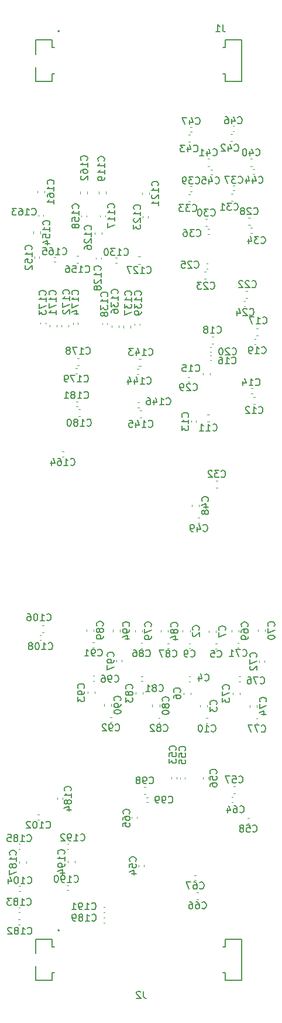
<source format=gbr>
%TF.GenerationSoftware,KiCad,Pcbnew,9.0.6-9.0.6~ubuntu22.04.1*%
%TF.CreationDate,2026-01-06T16:57:28-05:00*%
%TF.ProjectId,psc_daughter_brd,7073635f-6461-4756-9768-7465725f6272,rev?*%
%TF.SameCoordinates,Original*%
%TF.FileFunction,Legend,Bot*%
%TF.FilePolarity,Positive*%
%FSLAX46Y46*%
G04 Gerber Fmt 4.6, Leading zero omitted, Abs format (unit mm)*
G04 Created by KiCad (PCBNEW 9.0.6-9.0.6~ubuntu22.04.1) date 2026-01-06 16:57:28*
%MOMM*%
%LPD*%
G01*
G04 APERTURE LIST*
%ADD10C,0.150000*%
%ADD11C,0.120000*%
%ADD12C,0.127000*%
%ADD13C,0.200000*%
G04 APERTURE END LIST*
D10*
X164887857Y-133127730D02*
X164935476Y-133175350D01*
X164935476Y-133175350D02*
X165078333Y-133222969D01*
X165078333Y-133222969D02*
X165173571Y-133222969D01*
X165173571Y-133222969D02*
X165316428Y-133175350D01*
X165316428Y-133175350D02*
X165411666Y-133080111D01*
X165411666Y-133080111D02*
X165459285Y-132984873D01*
X165459285Y-132984873D02*
X165506904Y-132794397D01*
X165506904Y-132794397D02*
X165506904Y-132651540D01*
X165506904Y-132651540D02*
X165459285Y-132461064D01*
X165459285Y-132461064D02*
X165411666Y-132365826D01*
X165411666Y-132365826D02*
X165316428Y-132270588D01*
X165316428Y-132270588D02*
X165173571Y-132222969D01*
X165173571Y-132222969D02*
X165078333Y-132222969D01*
X165078333Y-132222969D02*
X164935476Y-132270588D01*
X164935476Y-132270588D02*
X164887857Y-132318207D01*
X164316428Y-132651540D02*
X164411666Y-132603921D01*
X164411666Y-132603921D02*
X164459285Y-132556302D01*
X164459285Y-132556302D02*
X164506904Y-132461064D01*
X164506904Y-132461064D02*
X164506904Y-132413445D01*
X164506904Y-132413445D02*
X164459285Y-132318207D01*
X164459285Y-132318207D02*
X164411666Y-132270588D01*
X164411666Y-132270588D02*
X164316428Y-132222969D01*
X164316428Y-132222969D02*
X164125952Y-132222969D01*
X164125952Y-132222969D02*
X164030714Y-132270588D01*
X164030714Y-132270588D02*
X163983095Y-132318207D01*
X163983095Y-132318207D02*
X163935476Y-132413445D01*
X163935476Y-132413445D02*
X163935476Y-132461064D01*
X163935476Y-132461064D02*
X163983095Y-132556302D01*
X163983095Y-132556302D02*
X164030714Y-132603921D01*
X164030714Y-132603921D02*
X164125952Y-132651540D01*
X164125952Y-132651540D02*
X164316428Y-132651540D01*
X164316428Y-132651540D02*
X164411666Y-132699159D01*
X164411666Y-132699159D02*
X164459285Y-132746778D01*
X164459285Y-132746778D02*
X164506904Y-132842016D01*
X164506904Y-132842016D02*
X164506904Y-133032492D01*
X164506904Y-133032492D02*
X164459285Y-133127730D01*
X164459285Y-133127730D02*
X164411666Y-133175350D01*
X164411666Y-133175350D02*
X164316428Y-133222969D01*
X164316428Y-133222969D02*
X164125952Y-133222969D01*
X164125952Y-133222969D02*
X164030714Y-133175350D01*
X164030714Y-133175350D02*
X163983095Y-133127730D01*
X163983095Y-133127730D02*
X163935476Y-133032492D01*
X163935476Y-133032492D02*
X163935476Y-132842016D01*
X163935476Y-132842016D02*
X163983095Y-132746778D01*
X163983095Y-132746778D02*
X164030714Y-132699159D01*
X164030714Y-132699159D02*
X164125952Y-132651540D01*
X163602142Y-132222969D02*
X162935476Y-132222969D01*
X162935476Y-132222969D02*
X163364047Y-133222969D01*
X176497857Y-158419580D02*
X176545476Y-158467200D01*
X176545476Y-158467200D02*
X176688333Y-158514819D01*
X176688333Y-158514819D02*
X176783571Y-158514819D01*
X176783571Y-158514819D02*
X176926428Y-158467200D01*
X176926428Y-158467200D02*
X177021666Y-158371961D01*
X177021666Y-158371961D02*
X177069285Y-158276723D01*
X177069285Y-158276723D02*
X177116904Y-158086247D01*
X177116904Y-158086247D02*
X177116904Y-157943390D01*
X177116904Y-157943390D02*
X177069285Y-157752914D01*
X177069285Y-157752914D02*
X177021666Y-157657676D01*
X177021666Y-157657676D02*
X176926428Y-157562438D01*
X176926428Y-157562438D02*
X176783571Y-157514819D01*
X176783571Y-157514819D02*
X176688333Y-157514819D01*
X176688333Y-157514819D02*
X176545476Y-157562438D01*
X176545476Y-157562438D02*
X176497857Y-157610057D01*
X175593095Y-157514819D02*
X176069285Y-157514819D01*
X176069285Y-157514819D02*
X176116904Y-157991009D01*
X176116904Y-157991009D02*
X176069285Y-157943390D01*
X176069285Y-157943390D02*
X175974047Y-157895771D01*
X175974047Y-157895771D02*
X175735952Y-157895771D01*
X175735952Y-157895771D02*
X175640714Y-157943390D01*
X175640714Y-157943390D02*
X175593095Y-157991009D01*
X175593095Y-157991009D02*
X175545476Y-158086247D01*
X175545476Y-158086247D02*
X175545476Y-158324342D01*
X175545476Y-158324342D02*
X175593095Y-158419580D01*
X175593095Y-158419580D02*
X175640714Y-158467200D01*
X175640714Y-158467200D02*
X175735952Y-158514819D01*
X175735952Y-158514819D02*
X175974047Y-158514819D01*
X175974047Y-158514819D02*
X176069285Y-158467200D01*
X176069285Y-158467200D02*
X176116904Y-158419580D01*
X174974047Y-157943390D02*
X175069285Y-157895771D01*
X175069285Y-157895771D02*
X175116904Y-157848152D01*
X175116904Y-157848152D02*
X175164523Y-157752914D01*
X175164523Y-157752914D02*
X175164523Y-157705295D01*
X175164523Y-157705295D02*
X175116904Y-157610057D01*
X175116904Y-157610057D02*
X175069285Y-157562438D01*
X175069285Y-157562438D02*
X174974047Y-157514819D01*
X174974047Y-157514819D02*
X174783571Y-157514819D01*
X174783571Y-157514819D02*
X174688333Y-157562438D01*
X174688333Y-157562438D02*
X174640714Y-157610057D01*
X174640714Y-157610057D02*
X174593095Y-157705295D01*
X174593095Y-157705295D02*
X174593095Y-157752914D01*
X174593095Y-157752914D02*
X174640714Y-157848152D01*
X174640714Y-157848152D02*
X174688333Y-157895771D01*
X174688333Y-157895771D02*
X174783571Y-157943390D01*
X174783571Y-157943390D02*
X174974047Y-157943390D01*
X174974047Y-157943390D02*
X175069285Y-157991009D01*
X175069285Y-157991009D02*
X175116904Y-158038628D01*
X175116904Y-158038628D02*
X175164523Y-158133866D01*
X175164523Y-158133866D02*
X175164523Y-158324342D01*
X175164523Y-158324342D02*
X175116904Y-158419580D01*
X175116904Y-158419580D02*
X175069285Y-158467200D01*
X175069285Y-158467200D02*
X174974047Y-158514819D01*
X174974047Y-158514819D02*
X174783571Y-158514819D01*
X174783571Y-158514819D02*
X174688333Y-158467200D01*
X174688333Y-158467200D02*
X174640714Y-158419580D01*
X174640714Y-158419580D02*
X174593095Y-158324342D01*
X174593095Y-158324342D02*
X174593095Y-158133866D01*
X174593095Y-158133866D02*
X174640714Y-158038628D01*
X174640714Y-158038628D02*
X174688333Y-157991009D01*
X174688333Y-157991009D02*
X174783571Y-157943390D01*
X163979047Y-96659580D02*
X164026666Y-96707200D01*
X164026666Y-96707200D02*
X164169523Y-96754819D01*
X164169523Y-96754819D02*
X164264761Y-96754819D01*
X164264761Y-96754819D02*
X164407618Y-96707200D01*
X164407618Y-96707200D02*
X164502856Y-96611961D01*
X164502856Y-96611961D02*
X164550475Y-96516723D01*
X164550475Y-96516723D02*
X164598094Y-96326247D01*
X164598094Y-96326247D02*
X164598094Y-96183390D01*
X164598094Y-96183390D02*
X164550475Y-95992914D01*
X164550475Y-95992914D02*
X164502856Y-95897676D01*
X164502856Y-95897676D02*
X164407618Y-95802438D01*
X164407618Y-95802438D02*
X164264761Y-95754819D01*
X164264761Y-95754819D02*
X164169523Y-95754819D01*
X164169523Y-95754819D02*
X164026666Y-95802438D01*
X164026666Y-95802438D02*
X163979047Y-95850057D01*
X163026666Y-96754819D02*
X163598094Y-96754819D01*
X163312380Y-96754819D02*
X163312380Y-95754819D01*
X163312380Y-95754819D02*
X163407618Y-95897676D01*
X163407618Y-95897676D02*
X163502856Y-95992914D01*
X163502856Y-95992914D02*
X163598094Y-96040533D01*
X162169523Y-96088152D02*
X162169523Y-96754819D01*
X162407618Y-95707200D02*
X162645713Y-96421485D01*
X162645713Y-96421485D02*
X162026666Y-96421485D01*
X161217142Y-95754819D02*
X161407618Y-95754819D01*
X161407618Y-95754819D02*
X161502856Y-95802438D01*
X161502856Y-95802438D02*
X161550475Y-95850057D01*
X161550475Y-95850057D02*
X161645713Y-95992914D01*
X161645713Y-95992914D02*
X161693332Y-96183390D01*
X161693332Y-96183390D02*
X161693332Y-96564342D01*
X161693332Y-96564342D02*
X161645713Y-96659580D01*
X161645713Y-96659580D02*
X161598094Y-96707200D01*
X161598094Y-96707200D02*
X161502856Y-96754819D01*
X161502856Y-96754819D02*
X161312380Y-96754819D01*
X161312380Y-96754819D02*
X161217142Y-96707200D01*
X161217142Y-96707200D02*
X161169523Y-96659580D01*
X161169523Y-96659580D02*
X161121904Y-96564342D01*
X161121904Y-96564342D02*
X161121904Y-96326247D01*
X161121904Y-96326247D02*
X161169523Y-96231009D01*
X161169523Y-96231009D02*
X161217142Y-96183390D01*
X161217142Y-96183390D02*
X161312380Y-96135771D01*
X161312380Y-96135771D02*
X161502856Y-96135771D01*
X161502856Y-96135771D02*
X161598094Y-96183390D01*
X161598094Y-96183390D02*
X161645713Y-96231009D01*
X161645713Y-96231009D02*
X161693332Y-96326247D01*
X168224357Y-56124580D02*
X168271976Y-56172200D01*
X168271976Y-56172200D02*
X168414833Y-56219819D01*
X168414833Y-56219819D02*
X168510071Y-56219819D01*
X168510071Y-56219819D02*
X168652928Y-56172200D01*
X168652928Y-56172200D02*
X168748166Y-56076961D01*
X168748166Y-56076961D02*
X168795785Y-55981723D01*
X168795785Y-55981723D02*
X168843404Y-55791247D01*
X168843404Y-55791247D02*
X168843404Y-55648390D01*
X168843404Y-55648390D02*
X168795785Y-55457914D01*
X168795785Y-55457914D02*
X168748166Y-55362676D01*
X168748166Y-55362676D02*
X168652928Y-55267438D01*
X168652928Y-55267438D02*
X168510071Y-55219819D01*
X168510071Y-55219819D02*
X168414833Y-55219819D01*
X168414833Y-55219819D02*
X168271976Y-55267438D01*
X168271976Y-55267438D02*
X168224357Y-55315057D01*
X167367214Y-55553152D02*
X167367214Y-56219819D01*
X167605309Y-55172200D02*
X167843404Y-55886485D01*
X167843404Y-55886485D02*
X167224357Y-55886485D01*
X166938642Y-55219819D02*
X166271976Y-55219819D01*
X166271976Y-55219819D02*
X166700547Y-56219819D01*
X177592857Y-136999580D02*
X177640476Y-137047200D01*
X177640476Y-137047200D02*
X177783333Y-137094819D01*
X177783333Y-137094819D02*
X177878571Y-137094819D01*
X177878571Y-137094819D02*
X178021428Y-137047200D01*
X178021428Y-137047200D02*
X178116666Y-136951961D01*
X178116666Y-136951961D02*
X178164285Y-136856723D01*
X178164285Y-136856723D02*
X178211904Y-136666247D01*
X178211904Y-136666247D02*
X178211904Y-136523390D01*
X178211904Y-136523390D02*
X178164285Y-136332914D01*
X178164285Y-136332914D02*
X178116666Y-136237676D01*
X178116666Y-136237676D02*
X178021428Y-136142438D01*
X178021428Y-136142438D02*
X177878571Y-136094819D01*
X177878571Y-136094819D02*
X177783333Y-136094819D01*
X177783333Y-136094819D02*
X177640476Y-136142438D01*
X177640476Y-136142438D02*
X177592857Y-136190057D01*
X177259523Y-136094819D02*
X176592857Y-136094819D01*
X176592857Y-136094819D02*
X177021428Y-137094819D01*
X175783333Y-136094819D02*
X175973809Y-136094819D01*
X175973809Y-136094819D02*
X176069047Y-136142438D01*
X176069047Y-136142438D02*
X176116666Y-136190057D01*
X176116666Y-136190057D02*
X176211904Y-136332914D01*
X176211904Y-136332914D02*
X176259523Y-136523390D01*
X176259523Y-136523390D02*
X176259523Y-136904342D01*
X176259523Y-136904342D02*
X176211904Y-136999580D01*
X176211904Y-136999580D02*
X176164285Y-137047200D01*
X176164285Y-137047200D02*
X176069047Y-137094819D01*
X176069047Y-137094819D02*
X175878571Y-137094819D01*
X175878571Y-137094819D02*
X175783333Y-137047200D01*
X175783333Y-137047200D02*
X175735714Y-136999580D01*
X175735714Y-136999580D02*
X175688095Y-136904342D01*
X175688095Y-136904342D02*
X175688095Y-136666247D01*
X175688095Y-136666247D02*
X175735714Y-136571009D01*
X175735714Y-136571009D02*
X175783333Y-136523390D01*
X175783333Y-136523390D02*
X175878571Y-136475771D01*
X175878571Y-136475771D02*
X176069047Y-136475771D01*
X176069047Y-136475771D02*
X176164285Y-136523390D01*
X176164285Y-136523390D02*
X176211904Y-136571009D01*
X176211904Y-136571009D02*
X176259523Y-136666247D01*
X176924357Y-60654580D02*
X176971976Y-60702200D01*
X176971976Y-60702200D02*
X177114833Y-60749819D01*
X177114833Y-60749819D02*
X177210071Y-60749819D01*
X177210071Y-60749819D02*
X177352928Y-60702200D01*
X177352928Y-60702200D02*
X177448166Y-60606961D01*
X177448166Y-60606961D02*
X177495785Y-60511723D01*
X177495785Y-60511723D02*
X177543404Y-60321247D01*
X177543404Y-60321247D02*
X177543404Y-60178390D01*
X177543404Y-60178390D02*
X177495785Y-59987914D01*
X177495785Y-59987914D02*
X177448166Y-59892676D01*
X177448166Y-59892676D02*
X177352928Y-59797438D01*
X177352928Y-59797438D02*
X177210071Y-59749819D01*
X177210071Y-59749819D02*
X177114833Y-59749819D01*
X177114833Y-59749819D02*
X176971976Y-59797438D01*
X176971976Y-59797438D02*
X176924357Y-59845057D01*
X176067214Y-60083152D02*
X176067214Y-60749819D01*
X176305309Y-59702200D02*
X176543404Y-60416485D01*
X176543404Y-60416485D02*
X175924357Y-60416485D01*
X175352928Y-59749819D02*
X175257690Y-59749819D01*
X175257690Y-59749819D02*
X175162452Y-59797438D01*
X175162452Y-59797438D02*
X175114833Y-59845057D01*
X175114833Y-59845057D02*
X175067214Y-59940295D01*
X175067214Y-59940295D02*
X175019595Y-60130771D01*
X175019595Y-60130771D02*
X175019595Y-60368866D01*
X175019595Y-60368866D02*
X175067214Y-60559342D01*
X175067214Y-60559342D02*
X175114833Y-60654580D01*
X175114833Y-60654580D02*
X175162452Y-60702200D01*
X175162452Y-60702200D02*
X175257690Y-60749819D01*
X175257690Y-60749819D02*
X175352928Y-60749819D01*
X175352928Y-60749819D02*
X175448166Y-60702200D01*
X175448166Y-60702200D02*
X175495785Y-60654580D01*
X175495785Y-60654580D02*
X175543404Y-60559342D01*
X175543404Y-60559342D02*
X175591023Y-60368866D01*
X175591023Y-60368866D02*
X175591023Y-60130771D01*
X175591023Y-60130771D02*
X175543404Y-59940295D01*
X175543404Y-59940295D02*
X175495785Y-59845057D01*
X175495785Y-59845057D02*
X175448166Y-59797438D01*
X175448166Y-59797438D02*
X175352928Y-59749819D01*
X170364937Y-79919580D02*
X170412556Y-79967200D01*
X170412556Y-79967200D02*
X170555413Y-80014819D01*
X170555413Y-80014819D02*
X170650651Y-80014819D01*
X170650651Y-80014819D02*
X170793508Y-79967200D01*
X170793508Y-79967200D02*
X170888746Y-79871961D01*
X170888746Y-79871961D02*
X170936365Y-79776723D01*
X170936365Y-79776723D02*
X170983984Y-79586247D01*
X170983984Y-79586247D02*
X170983984Y-79443390D01*
X170983984Y-79443390D02*
X170936365Y-79252914D01*
X170936365Y-79252914D02*
X170888746Y-79157676D01*
X170888746Y-79157676D02*
X170793508Y-79062438D01*
X170793508Y-79062438D02*
X170650651Y-79014819D01*
X170650651Y-79014819D02*
X170555413Y-79014819D01*
X170555413Y-79014819D02*
X170412556Y-79062438D01*
X170412556Y-79062438D02*
X170364937Y-79110057D01*
X169983984Y-79110057D02*
X169936365Y-79062438D01*
X169936365Y-79062438D02*
X169841127Y-79014819D01*
X169841127Y-79014819D02*
X169603032Y-79014819D01*
X169603032Y-79014819D02*
X169507794Y-79062438D01*
X169507794Y-79062438D02*
X169460175Y-79110057D01*
X169460175Y-79110057D02*
X169412556Y-79205295D01*
X169412556Y-79205295D02*
X169412556Y-79300533D01*
X169412556Y-79300533D02*
X169460175Y-79443390D01*
X169460175Y-79443390D02*
X170031603Y-80014819D01*
X170031603Y-80014819D02*
X169412556Y-80014819D01*
X169079222Y-79014819D02*
X168460175Y-79014819D01*
X168460175Y-79014819D02*
X168793508Y-79395771D01*
X168793508Y-79395771D02*
X168650651Y-79395771D01*
X168650651Y-79395771D02*
X168555413Y-79443390D01*
X168555413Y-79443390D02*
X168507794Y-79491009D01*
X168507794Y-79491009D02*
X168460175Y-79586247D01*
X168460175Y-79586247D02*
X168460175Y-79824342D01*
X168460175Y-79824342D02*
X168507794Y-79919580D01*
X168507794Y-79919580D02*
X168555413Y-79967200D01*
X168555413Y-79967200D02*
X168650651Y-80014819D01*
X168650651Y-80014819D02*
X168936365Y-80014819D01*
X168936365Y-80014819D02*
X169031603Y-79967200D01*
X169031603Y-79967200D02*
X169079222Y-79919580D01*
X164282857Y-154239580D02*
X164330476Y-154287200D01*
X164330476Y-154287200D02*
X164473333Y-154334819D01*
X164473333Y-154334819D02*
X164568571Y-154334819D01*
X164568571Y-154334819D02*
X164711428Y-154287200D01*
X164711428Y-154287200D02*
X164806666Y-154191961D01*
X164806666Y-154191961D02*
X164854285Y-154096723D01*
X164854285Y-154096723D02*
X164901904Y-153906247D01*
X164901904Y-153906247D02*
X164901904Y-153763390D01*
X164901904Y-153763390D02*
X164854285Y-153572914D01*
X164854285Y-153572914D02*
X164806666Y-153477676D01*
X164806666Y-153477676D02*
X164711428Y-153382438D01*
X164711428Y-153382438D02*
X164568571Y-153334819D01*
X164568571Y-153334819D02*
X164473333Y-153334819D01*
X164473333Y-153334819D02*
X164330476Y-153382438D01*
X164330476Y-153382438D02*
X164282857Y-153430057D01*
X163806666Y-154334819D02*
X163616190Y-154334819D01*
X163616190Y-154334819D02*
X163520952Y-154287200D01*
X163520952Y-154287200D02*
X163473333Y-154239580D01*
X163473333Y-154239580D02*
X163378095Y-154096723D01*
X163378095Y-154096723D02*
X163330476Y-153906247D01*
X163330476Y-153906247D02*
X163330476Y-153525295D01*
X163330476Y-153525295D02*
X163378095Y-153430057D01*
X163378095Y-153430057D02*
X163425714Y-153382438D01*
X163425714Y-153382438D02*
X163520952Y-153334819D01*
X163520952Y-153334819D02*
X163711428Y-153334819D01*
X163711428Y-153334819D02*
X163806666Y-153382438D01*
X163806666Y-153382438D02*
X163854285Y-153430057D01*
X163854285Y-153430057D02*
X163901904Y-153525295D01*
X163901904Y-153525295D02*
X163901904Y-153763390D01*
X163901904Y-153763390D02*
X163854285Y-153858628D01*
X163854285Y-153858628D02*
X163806666Y-153906247D01*
X163806666Y-153906247D02*
X163711428Y-153953866D01*
X163711428Y-153953866D02*
X163520952Y-153953866D01*
X163520952Y-153953866D02*
X163425714Y-153906247D01*
X163425714Y-153906247D02*
X163378095Y-153858628D01*
X163378095Y-153858628D02*
X163330476Y-153763390D01*
X162854285Y-154334819D02*
X162663809Y-154334819D01*
X162663809Y-154334819D02*
X162568571Y-154287200D01*
X162568571Y-154287200D02*
X162520952Y-154239580D01*
X162520952Y-154239580D02*
X162425714Y-154096723D01*
X162425714Y-154096723D02*
X162378095Y-153906247D01*
X162378095Y-153906247D02*
X162378095Y-153525295D01*
X162378095Y-153525295D02*
X162425714Y-153430057D01*
X162425714Y-153430057D02*
X162473333Y-153382438D01*
X162473333Y-153382438D02*
X162568571Y-153334819D01*
X162568571Y-153334819D02*
X162759047Y-153334819D01*
X162759047Y-153334819D02*
X162854285Y-153382438D01*
X162854285Y-153382438D02*
X162901904Y-153430057D01*
X162901904Y-153430057D02*
X162949523Y-153525295D01*
X162949523Y-153525295D02*
X162949523Y-153763390D01*
X162949523Y-153763390D02*
X162901904Y-153858628D01*
X162901904Y-153858628D02*
X162854285Y-153906247D01*
X162854285Y-153906247D02*
X162759047Y-153953866D01*
X162759047Y-153953866D02*
X162568571Y-153953866D01*
X162568571Y-153953866D02*
X162473333Y-153906247D01*
X162473333Y-153906247D02*
X162425714Y-153858628D01*
X162425714Y-153858628D02*
X162378095Y-153763390D01*
X174404357Y-64624580D02*
X174451976Y-64672200D01*
X174451976Y-64672200D02*
X174594833Y-64719819D01*
X174594833Y-64719819D02*
X174690071Y-64719819D01*
X174690071Y-64719819D02*
X174832928Y-64672200D01*
X174832928Y-64672200D02*
X174928166Y-64576961D01*
X174928166Y-64576961D02*
X174975785Y-64481723D01*
X174975785Y-64481723D02*
X175023404Y-64291247D01*
X175023404Y-64291247D02*
X175023404Y-64148390D01*
X175023404Y-64148390D02*
X174975785Y-63957914D01*
X174975785Y-63957914D02*
X174928166Y-63862676D01*
X174928166Y-63862676D02*
X174832928Y-63767438D01*
X174832928Y-63767438D02*
X174690071Y-63719819D01*
X174690071Y-63719819D02*
X174594833Y-63719819D01*
X174594833Y-63719819D02*
X174451976Y-63767438D01*
X174451976Y-63767438D02*
X174404357Y-63815057D01*
X174071023Y-63719819D02*
X173451976Y-63719819D01*
X173451976Y-63719819D02*
X173785309Y-64100771D01*
X173785309Y-64100771D02*
X173642452Y-64100771D01*
X173642452Y-64100771D02*
X173547214Y-64148390D01*
X173547214Y-64148390D02*
X173499595Y-64196009D01*
X173499595Y-64196009D02*
X173451976Y-64291247D01*
X173451976Y-64291247D02*
X173451976Y-64529342D01*
X173451976Y-64529342D02*
X173499595Y-64624580D01*
X173499595Y-64624580D02*
X173547214Y-64672200D01*
X173547214Y-64672200D02*
X173642452Y-64719819D01*
X173642452Y-64719819D02*
X173928166Y-64719819D01*
X173928166Y-64719819D02*
X174023404Y-64672200D01*
X174023404Y-64672200D02*
X174071023Y-64624580D01*
X173118642Y-63719819D02*
X172451976Y-63719819D01*
X172451976Y-63719819D02*
X172880547Y-64719819D01*
X171924357Y-107154580D02*
X171971976Y-107202200D01*
X171971976Y-107202200D02*
X172114833Y-107249819D01*
X172114833Y-107249819D02*
X172210071Y-107249819D01*
X172210071Y-107249819D02*
X172352928Y-107202200D01*
X172352928Y-107202200D02*
X172448166Y-107106961D01*
X172448166Y-107106961D02*
X172495785Y-107011723D01*
X172495785Y-107011723D02*
X172543404Y-106821247D01*
X172543404Y-106821247D02*
X172543404Y-106678390D01*
X172543404Y-106678390D02*
X172495785Y-106487914D01*
X172495785Y-106487914D02*
X172448166Y-106392676D01*
X172448166Y-106392676D02*
X172352928Y-106297438D01*
X172352928Y-106297438D02*
X172210071Y-106249819D01*
X172210071Y-106249819D02*
X172114833Y-106249819D01*
X172114833Y-106249819D02*
X171971976Y-106297438D01*
X171971976Y-106297438D02*
X171924357Y-106345057D01*
X171591023Y-106249819D02*
X170971976Y-106249819D01*
X170971976Y-106249819D02*
X171305309Y-106630771D01*
X171305309Y-106630771D02*
X171162452Y-106630771D01*
X171162452Y-106630771D02*
X171067214Y-106678390D01*
X171067214Y-106678390D02*
X171019595Y-106726009D01*
X171019595Y-106726009D02*
X170971976Y-106821247D01*
X170971976Y-106821247D02*
X170971976Y-107059342D01*
X170971976Y-107059342D02*
X171019595Y-107154580D01*
X171019595Y-107154580D02*
X171067214Y-107202200D01*
X171067214Y-107202200D02*
X171162452Y-107249819D01*
X171162452Y-107249819D02*
X171448166Y-107249819D01*
X171448166Y-107249819D02*
X171543404Y-107202200D01*
X171543404Y-107202200D02*
X171591023Y-107154580D01*
X170591023Y-106345057D02*
X170543404Y-106297438D01*
X170543404Y-106297438D02*
X170448166Y-106249819D01*
X170448166Y-106249819D02*
X170210071Y-106249819D01*
X170210071Y-106249819D02*
X170114833Y-106297438D01*
X170114833Y-106297438D02*
X170067214Y-106345057D01*
X170067214Y-106345057D02*
X170019595Y-106440295D01*
X170019595Y-106440295D02*
X170019595Y-106535533D01*
X170019595Y-106535533D02*
X170067214Y-106678390D01*
X170067214Y-106678390D02*
X170638642Y-107249819D01*
X170638642Y-107249819D02*
X170019595Y-107249819D01*
X173502857Y-89439580D02*
X173550476Y-89487200D01*
X173550476Y-89487200D02*
X173693333Y-89534819D01*
X173693333Y-89534819D02*
X173788571Y-89534819D01*
X173788571Y-89534819D02*
X173931428Y-89487200D01*
X173931428Y-89487200D02*
X174026666Y-89391961D01*
X174026666Y-89391961D02*
X174074285Y-89296723D01*
X174074285Y-89296723D02*
X174121904Y-89106247D01*
X174121904Y-89106247D02*
X174121904Y-88963390D01*
X174121904Y-88963390D02*
X174074285Y-88772914D01*
X174074285Y-88772914D02*
X174026666Y-88677676D01*
X174026666Y-88677676D02*
X173931428Y-88582438D01*
X173931428Y-88582438D02*
X173788571Y-88534819D01*
X173788571Y-88534819D02*
X173693333Y-88534819D01*
X173693333Y-88534819D02*
X173550476Y-88582438D01*
X173550476Y-88582438D02*
X173502857Y-88630057D01*
X173121904Y-88630057D02*
X173074285Y-88582438D01*
X173074285Y-88582438D02*
X172979047Y-88534819D01*
X172979047Y-88534819D02*
X172740952Y-88534819D01*
X172740952Y-88534819D02*
X172645714Y-88582438D01*
X172645714Y-88582438D02*
X172598095Y-88630057D01*
X172598095Y-88630057D02*
X172550476Y-88725295D01*
X172550476Y-88725295D02*
X172550476Y-88820533D01*
X172550476Y-88820533D02*
X172598095Y-88963390D01*
X172598095Y-88963390D02*
X173169523Y-89534819D01*
X173169523Y-89534819D02*
X172550476Y-89534819D01*
X171931428Y-88534819D02*
X171836190Y-88534819D01*
X171836190Y-88534819D02*
X171740952Y-88582438D01*
X171740952Y-88582438D02*
X171693333Y-88630057D01*
X171693333Y-88630057D02*
X171645714Y-88725295D01*
X171645714Y-88725295D02*
X171598095Y-88915771D01*
X171598095Y-88915771D02*
X171598095Y-89153866D01*
X171598095Y-89153866D02*
X171645714Y-89344342D01*
X171645714Y-89344342D02*
X171693333Y-89439580D01*
X171693333Y-89439580D02*
X171740952Y-89487200D01*
X171740952Y-89487200D02*
X171836190Y-89534819D01*
X171836190Y-89534819D02*
X171931428Y-89534819D01*
X171931428Y-89534819D02*
X172026666Y-89487200D01*
X172026666Y-89487200D02*
X172074285Y-89439580D01*
X172074285Y-89439580D02*
X172121904Y-89344342D01*
X172121904Y-89344342D02*
X172169523Y-89153866D01*
X172169523Y-89153866D02*
X172169523Y-88915771D01*
X172169523Y-88915771D02*
X172121904Y-88725295D01*
X172121904Y-88725295D02*
X172074285Y-88630057D01*
X172074285Y-88630057D02*
X172026666Y-88582438D01*
X172026666Y-88582438D02*
X171931428Y-88534819D01*
X168812857Y-166669580D02*
X168860476Y-166717200D01*
X168860476Y-166717200D02*
X169003333Y-166764819D01*
X169003333Y-166764819D02*
X169098571Y-166764819D01*
X169098571Y-166764819D02*
X169241428Y-166717200D01*
X169241428Y-166717200D02*
X169336666Y-166621961D01*
X169336666Y-166621961D02*
X169384285Y-166526723D01*
X169384285Y-166526723D02*
X169431904Y-166336247D01*
X169431904Y-166336247D02*
X169431904Y-166193390D01*
X169431904Y-166193390D02*
X169384285Y-166002914D01*
X169384285Y-166002914D02*
X169336666Y-165907676D01*
X169336666Y-165907676D02*
X169241428Y-165812438D01*
X169241428Y-165812438D02*
X169098571Y-165764819D01*
X169098571Y-165764819D02*
X169003333Y-165764819D01*
X169003333Y-165764819D02*
X168860476Y-165812438D01*
X168860476Y-165812438D02*
X168812857Y-165860057D01*
X167955714Y-165764819D02*
X168146190Y-165764819D01*
X168146190Y-165764819D02*
X168241428Y-165812438D01*
X168241428Y-165812438D02*
X168289047Y-165860057D01*
X168289047Y-165860057D02*
X168384285Y-166002914D01*
X168384285Y-166002914D02*
X168431904Y-166193390D01*
X168431904Y-166193390D02*
X168431904Y-166574342D01*
X168431904Y-166574342D02*
X168384285Y-166669580D01*
X168384285Y-166669580D02*
X168336666Y-166717200D01*
X168336666Y-166717200D02*
X168241428Y-166764819D01*
X168241428Y-166764819D02*
X168050952Y-166764819D01*
X168050952Y-166764819D02*
X167955714Y-166717200D01*
X167955714Y-166717200D02*
X167908095Y-166669580D01*
X167908095Y-166669580D02*
X167860476Y-166574342D01*
X167860476Y-166574342D02*
X167860476Y-166336247D01*
X167860476Y-166336247D02*
X167908095Y-166241009D01*
X167908095Y-166241009D02*
X167955714Y-166193390D01*
X167955714Y-166193390D02*
X168050952Y-166145771D01*
X168050952Y-166145771D02*
X168241428Y-166145771D01*
X168241428Y-166145771D02*
X168336666Y-166193390D01*
X168336666Y-166193390D02*
X168384285Y-166241009D01*
X168384285Y-166241009D02*
X168431904Y-166336247D01*
X167527142Y-165764819D02*
X166860476Y-165764819D01*
X166860476Y-165764819D02*
X167289047Y-166764819D01*
X152479580Y-61390952D02*
X152527200Y-61343333D01*
X152527200Y-61343333D02*
X152574819Y-61200476D01*
X152574819Y-61200476D02*
X152574819Y-61105238D01*
X152574819Y-61105238D02*
X152527200Y-60962381D01*
X152527200Y-60962381D02*
X152431961Y-60867143D01*
X152431961Y-60867143D02*
X152336723Y-60819524D01*
X152336723Y-60819524D02*
X152146247Y-60771905D01*
X152146247Y-60771905D02*
X152003390Y-60771905D01*
X152003390Y-60771905D02*
X151812914Y-60819524D01*
X151812914Y-60819524D02*
X151717676Y-60867143D01*
X151717676Y-60867143D02*
X151622438Y-60962381D01*
X151622438Y-60962381D02*
X151574819Y-61105238D01*
X151574819Y-61105238D02*
X151574819Y-61200476D01*
X151574819Y-61200476D02*
X151622438Y-61343333D01*
X151622438Y-61343333D02*
X151670057Y-61390952D01*
X152574819Y-62343333D02*
X152574819Y-61771905D01*
X152574819Y-62057619D02*
X151574819Y-62057619D01*
X151574819Y-62057619D02*
X151717676Y-61962381D01*
X151717676Y-61962381D02*
X151812914Y-61867143D01*
X151812914Y-61867143D02*
X151860533Y-61771905D01*
X151574819Y-63200476D02*
X151574819Y-63010000D01*
X151574819Y-63010000D02*
X151622438Y-62914762D01*
X151622438Y-62914762D02*
X151670057Y-62867143D01*
X151670057Y-62867143D02*
X151812914Y-62771905D01*
X151812914Y-62771905D02*
X152003390Y-62724286D01*
X152003390Y-62724286D02*
X152384342Y-62724286D01*
X152384342Y-62724286D02*
X152479580Y-62771905D01*
X152479580Y-62771905D02*
X152527200Y-62819524D01*
X152527200Y-62819524D02*
X152574819Y-62914762D01*
X152574819Y-62914762D02*
X152574819Y-63105238D01*
X152574819Y-63105238D02*
X152527200Y-63200476D01*
X152527200Y-63200476D02*
X152479580Y-63248095D01*
X152479580Y-63248095D02*
X152384342Y-63295714D01*
X152384342Y-63295714D02*
X152146247Y-63295714D01*
X152146247Y-63295714D02*
X152051009Y-63248095D01*
X152051009Y-63248095D02*
X152003390Y-63200476D01*
X152003390Y-63200476D02*
X151955771Y-63105238D01*
X151955771Y-63105238D02*
X151955771Y-62914762D01*
X151955771Y-62914762D02*
X152003390Y-62819524D01*
X152003390Y-62819524D02*
X152051009Y-62771905D01*
X152051009Y-62771905D02*
X152146247Y-62724286D01*
X151670057Y-63676667D02*
X151622438Y-63724286D01*
X151622438Y-63724286D02*
X151574819Y-63819524D01*
X151574819Y-63819524D02*
X151574819Y-64057619D01*
X151574819Y-64057619D02*
X151622438Y-64152857D01*
X151622438Y-64152857D02*
X151670057Y-64200476D01*
X151670057Y-64200476D02*
X151765295Y-64248095D01*
X151765295Y-64248095D02*
X151860533Y-64248095D01*
X151860533Y-64248095D02*
X152003390Y-64200476D01*
X152003390Y-64200476D02*
X152574819Y-63629048D01*
X152574819Y-63629048D02*
X152574819Y-64248095D01*
X172469580Y-129358333D02*
X172517200Y-129310714D01*
X172517200Y-129310714D02*
X172564819Y-129167857D01*
X172564819Y-129167857D02*
X172564819Y-129072619D01*
X172564819Y-129072619D02*
X172517200Y-128929762D01*
X172517200Y-128929762D02*
X172421961Y-128834524D01*
X172421961Y-128834524D02*
X172326723Y-128786905D01*
X172326723Y-128786905D02*
X172136247Y-128739286D01*
X172136247Y-128739286D02*
X171993390Y-128739286D01*
X171993390Y-128739286D02*
X171802914Y-128786905D01*
X171802914Y-128786905D02*
X171707676Y-128834524D01*
X171707676Y-128834524D02*
X171612438Y-128929762D01*
X171612438Y-128929762D02*
X171564819Y-129072619D01*
X171564819Y-129072619D02*
X171564819Y-129167857D01*
X171564819Y-129167857D02*
X171612438Y-129310714D01*
X171612438Y-129310714D02*
X171660057Y-129358333D01*
X171564819Y-129691667D02*
X171564819Y-130358333D01*
X171564819Y-130358333D02*
X172564819Y-129929762D01*
X153169047Y-169649580D02*
X153216666Y-169697200D01*
X153216666Y-169697200D02*
X153359523Y-169744819D01*
X153359523Y-169744819D02*
X153454761Y-169744819D01*
X153454761Y-169744819D02*
X153597618Y-169697200D01*
X153597618Y-169697200D02*
X153692856Y-169601961D01*
X153692856Y-169601961D02*
X153740475Y-169506723D01*
X153740475Y-169506723D02*
X153788094Y-169316247D01*
X153788094Y-169316247D02*
X153788094Y-169173390D01*
X153788094Y-169173390D02*
X153740475Y-168982914D01*
X153740475Y-168982914D02*
X153692856Y-168887676D01*
X153692856Y-168887676D02*
X153597618Y-168792438D01*
X153597618Y-168792438D02*
X153454761Y-168744819D01*
X153454761Y-168744819D02*
X153359523Y-168744819D01*
X153359523Y-168744819D02*
X153216666Y-168792438D01*
X153216666Y-168792438D02*
X153169047Y-168840057D01*
X152216666Y-169744819D02*
X152788094Y-169744819D01*
X152502380Y-169744819D02*
X152502380Y-168744819D01*
X152502380Y-168744819D02*
X152597618Y-168887676D01*
X152597618Y-168887676D02*
X152692856Y-168982914D01*
X152692856Y-168982914D02*
X152788094Y-169030533D01*
X151740475Y-169744819D02*
X151549999Y-169744819D01*
X151549999Y-169744819D02*
X151454761Y-169697200D01*
X151454761Y-169697200D02*
X151407142Y-169649580D01*
X151407142Y-169649580D02*
X151311904Y-169506723D01*
X151311904Y-169506723D02*
X151264285Y-169316247D01*
X151264285Y-169316247D02*
X151264285Y-168935295D01*
X151264285Y-168935295D02*
X151311904Y-168840057D01*
X151311904Y-168840057D02*
X151359523Y-168792438D01*
X151359523Y-168792438D02*
X151454761Y-168744819D01*
X151454761Y-168744819D02*
X151645237Y-168744819D01*
X151645237Y-168744819D02*
X151740475Y-168792438D01*
X151740475Y-168792438D02*
X151788094Y-168840057D01*
X151788094Y-168840057D02*
X151835713Y-168935295D01*
X151835713Y-168935295D02*
X151835713Y-169173390D01*
X151835713Y-169173390D02*
X151788094Y-169268628D01*
X151788094Y-169268628D02*
X151740475Y-169316247D01*
X151740475Y-169316247D02*
X151645237Y-169363866D01*
X151645237Y-169363866D02*
X151454761Y-169363866D01*
X151454761Y-169363866D02*
X151359523Y-169316247D01*
X151359523Y-169316247D02*
X151311904Y-169268628D01*
X151311904Y-169268628D02*
X151264285Y-169173390D01*
X150311904Y-169744819D02*
X150883332Y-169744819D01*
X150597618Y-169744819D02*
X150597618Y-168744819D01*
X150597618Y-168744819D02*
X150692856Y-168887676D01*
X150692856Y-168887676D02*
X150788094Y-168982914D01*
X150788094Y-168982914D02*
X150883332Y-169030533D01*
X156324580Y-133152142D02*
X156372200Y-133104523D01*
X156372200Y-133104523D02*
X156419819Y-132961666D01*
X156419819Y-132961666D02*
X156419819Y-132866428D01*
X156419819Y-132866428D02*
X156372200Y-132723571D01*
X156372200Y-132723571D02*
X156276961Y-132628333D01*
X156276961Y-132628333D02*
X156181723Y-132580714D01*
X156181723Y-132580714D02*
X155991247Y-132533095D01*
X155991247Y-132533095D02*
X155848390Y-132533095D01*
X155848390Y-132533095D02*
X155657914Y-132580714D01*
X155657914Y-132580714D02*
X155562676Y-132628333D01*
X155562676Y-132628333D02*
X155467438Y-132723571D01*
X155467438Y-132723571D02*
X155419819Y-132866428D01*
X155419819Y-132866428D02*
X155419819Y-132961666D01*
X155419819Y-132961666D02*
X155467438Y-133104523D01*
X155467438Y-133104523D02*
X155515057Y-133152142D01*
X156419819Y-133628333D02*
X156419819Y-133818809D01*
X156419819Y-133818809D02*
X156372200Y-133914047D01*
X156372200Y-133914047D02*
X156324580Y-133961666D01*
X156324580Y-133961666D02*
X156181723Y-134056904D01*
X156181723Y-134056904D02*
X155991247Y-134104523D01*
X155991247Y-134104523D02*
X155610295Y-134104523D01*
X155610295Y-134104523D02*
X155515057Y-134056904D01*
X155515057Y-134056904D02*
X155467438Y-134009285D01*
X155467438Y-134009285D02*
X155419819Y-133914047D01*
X155419819Y-133914047D02*
X155419819Y-133723571D01*
X155419819Y-133723571D02*
X155467438Y-133628333D01*
X155467438Y-133628333D02*
X155515057Y-133580714D01*
X155515057Y-133580714D02*
X155610295Y-133533095D01*
X155610295Y-133533095D02*
X155848390Y-133533095D01*
X155848390Y-133533095D02*
X155943628Y-133580714D01*
X155943628Y-133580714D02*
X155991247Y-133628333D01*
X155991247Y-133628333D02*
X156038866Y-133723571D01*
X156038866Y-133723571D02*
X156038866Y-133914047D01*
X156038866Y-133914047D02*
X155991247Y-134009285D01*
X155991247Y-134009285D02*
X155943628Y-134056904D01*
X155943628Y-134056904D02*
X155848390Y-134104523D01*
X155419819Y-134437857D02*
X155419819Y-135104523D01*
X155419819Y-135104523D02*
X156419819Y-134675952D01*
X146469580Y-80860952D02*
X146517200Y-80813333D01*
X146517200Y-80813333D02*
X146564819Y-80670476D01*
X146564819Y-80670476D02*
X146564819Y-80575238D01*
X146564819Y-80575238D02*
X146517200Y-80432381D01*
X146517200Y-80432381D02*
X146421961Y-80337143D01*
X146421961Y-80337143D02*
X146326723Y-80289524D01*
X146326723Y-80289524D02*
X146136247Y-80241905D01*
X146136247Y-80241905D02*
X145993390Y-80241905D01*
X145993390Y-80241905D02*
X145802914Y-80289524D01*
X145802914Y-80289524D02*
X145707676Y-80337143D01*
X145707676Y-80337143D02*
X145612438Y-80432381D01*
X145612438Y-80432381D02*
X145564819Y-80575238D01*
X145564819Y-80575238D02*
X145564819Y-80670476D01*
X145564819Y-80670476D02*
X145612438Y-80813333D01*
X145612438Y-80813333D02*
X145660057Y-80860952D01*
X146564819Y-81813333D02*
X146564819Y-81241905D01*
X146564819Y-81527619D02*
X145564819Y-81527619D01*
X145564819Y-81527619D02*
X145707676Y-81432381D01*
X145707676Y-81432381D02*
X145802914Y-81337143D01*
X145802914Y-81337143D02*
X145850533Y-81241905D01*
X145564819Y-82146667D02*
X145564819Y-82813333D01*
X145564819Y-82813333D02*
X146564819Y-82384762D01*
X145564819Y-83099048D02*
X145564819Y-83718095D01*
X145564819Y-83718095D02*
X145945771Y-83384762D01*
X145945771Y-83384762D02*
X145945771Y-83527619D01*
X145945771Y-83527619D02*
X145993390Y-83622857D01*
X145993390Y-83622857D02*
X146041009Y-83670476D01*
X146041009Y-83670476D02*
X146136247Y-83718095D01*
X146136247Y-83718095D02*
X146374342Y-83718095D01*
X146374342Y-83718095D02*
X146469580Y-83670476D01*
X146469580Y-83670476D02*
X146517200Y-83622857D01*
X146517200Y-83622857D02*
X146564819Y-83527619D01*
X146564819Y-83527619D02*
X146564819Y-83241905D01*
X146564819Y-83241905D02*
X146517200Y-83146667D01*
X146517200Y-83146667D02*
X146469580Y-83099048D01*
X144509047Y-69239580D02*
X144556666Y-69287200D01*
X144556666Y-69287200D02*
X144699523Y-69334819D01*
X144699523Y-69334819D02*
X144794761Y-69334819D01*
X144794761Y-69334819D02*
X144937618Y-69287200D01*
X144937618Y-69287200D02*
X145032856Y-69191961D01*
X145032856Y-69191961D02*
X145080475Y-69096723D01*
X145080475Y-69096723D02*
X145128094Y-68906247D01*
X145128094Y-68906247D02*
X145128094Y-68763390D01*
X145128094Y-68763390D02*
X145080475Y-68572914D01*
X145080475Y-68572914D02*
X145032856Y-68477676D01*
X145032856Y-68477676D02*
X144937618Y-68382438D01*
X144937618Y-68382438D02*
X144794761Y-68334819D01*
X144794761Y-68334819D02*
X144699523Y-68334819D01*
X144699523Y-68334819D02*
X144556666Y-68382438D01*
X144556666Y-68382438D02*
X144509047Y-68430057D01*
X143556666Y-69334819D02*
X144128094Y-69334819D01*
X143842380Y-69334819D02*
X143842380Y-68334819D01*
X143842380Y-68334819D02*
X143937618Y-68477676D01*
X143937618Y-68477676D02*
X144032856Y-68572914D01*
X144032856Y-68572914D02*
X144128094Y-68620533D01*
X142699523Y-68334819D02*
X142889999Y-68334819D01*
X142889999Y-68334819D02*
X142985237Y-68382438D01*
X142985237Y-68382438D02*
X143032856Y-68430057D01*
X143032856Y-68430057D02*
X143128094Y-68572914D01*
X143128094Y-68572914D02*
X143175713Y-68763390D01*
X143175713Y-68763390D02*
X143175713Y-69144342D01*
X143175713Y-69144342D02*
X143128094Y-69239580D01*
X143128094Y-69239580D02*
X143080475Y-69287200D01*
X143080475Y-69287200D02*
X142985237Y-69334819D01*
X142985237Y-69334819D02*
X142794761Y-69334819D01*
X142794761Y-69334819D02*
X142699523Y-69287200D01*
X142699523Y-69287200D02*
X142651904Y-69239580D01*
X142651904Y-69239580D02*
X142604285Y-69144342D01*
X142604285Y-69144342D02*
X142604285Y-68906247D01*
X142604285Y-68906247D02*
X142651904Y-68811009D01*
X142651904Y-68811009D02*
X142699523Y-68763390D01*
X142699523Y-68763390D02*
X142794761Y-68715771D01*
X142794761Y-68715771D02*
X142985237Y-68715771D01*
X142985237Y-68715771D02*
X143080475Y-68763390D01*
X143080475Y-68763390D02*
X143128094Y-68811009D01*
X143128094Y-68811009D02*
X143175713Y-68906247D01*
X142270951Y-68334819D02*
X141651904Y-68334819D01*
X141651904Y-68334819D02*
X141985237Y-68715771D01*
X141985237Y-68715771D02*
X141842380Y-68715771D01*
X141842380Y-68715771D02*
X141747142Y-68763390D01*
X141747142Y-68763390D02*
X141699523Y-68811009D01*
X141699523Y-68811009D02*
X141651904Y-68906247D01*
X141651904Y-68906247D02*
X141651904Y-69144342D01*
X141651904Y-69144342D02*
X141699523Y-69239580D01*
X141699523Y-69239580D02*
X141747142Y-69287200D01*
X141747142Y-69287200D02*
X141842380Y-69334819D01*
X141842380Y-69334819D02*
X142128094Y-69334819D01*
X142128094Y-69334819D02*
X142223332Y-69287200D01*
X142223332Y-69287200D02*
X142270951Y-69239580D01*
X167124580Y-98527142D02*
X167172200Y-98479523D01*
X167172200Y-98479523D02*
X167219819Y-98336666D01*
X167219819Y-98336666D02*
X167219819Y-98241428D01*
X167219819Y-98241428D02*
X167172200Y-98098571D01*
X167172200Y-98098571D02*
X167076961Y-98003333D01*
X167076961Y-98003333D02*
X166981723Y-97955714D01*
X166981723Y-97955714D02*
X166791247Y-97908095D01*
X166791247Y-97908095D02*
X166648390Y-97908095D01*
X166648390Y-97908095D02*
X166457914Y-97955714D01*
X166457914Y-97955714D02*
X166362676Y-98003333D01*
X166362676Y-98003333D02*
X166267438Y-98098571D01*
X166267438Y-98098571D02*
X166219819Y-98241428D01*
X166219819Y-98241428D02*
X166219819Y-98336666D01*
X166219819Y-98336666D02*
X166267438Y-98479523D01*
X166267438Y-98479523D02*
X166315057Y-98527142D01*
X167219819Y-99479523D02*
X167219819Y-98908095D01*
X167219819Y-99193809D02*
X166219819Y-99193809D01*
X166219819Y-99193809D02*
X166362676Y-99098571D01*
X166362676Y-99098571D02*
X166457914Y-99003333D01*
X166457914Y-99003333D02*
X166505533Y-98908095D01*
X166219819Y-99812857D02*
X166219819Y-100431904D01*
X166219819Y-100431904D02*
X166600771Y-100098571D01*
X166600771Y-100098571D02*
X166600771Y-100241428D01*
X166600771Y-100241428D02*
X166648390Y-100336666D01*
X166648390Y-100336666D02*
X166696009Y-100384285D01*
X166696009Y-100384285D02*
X166791247Y-100431904D01*
X166791247Y-100431904D02*
X167029342Y-100431904D01*
X167029342Y-100431904D02*
X167124580Y-100384285D01*
X167124580Y-100384285D02*
X167172200Y-100336666D01*
X167172200Y-100336666D02*
X167219819Y-100241428D01*
X167219819Y-100241428D02*
X167219819Y-99955714D01*
X167219819Y-99955714D02*
X167172200Y-99860476D01*
X167172200Y-99860476D02*
X167124580Y-99812857D01*
X168192857Y-91839580D02*
X168240476Y-91887200D01*
X168240476Y-91887200D02*
X168383333Y-91934819D01*
X168383333Y-91934819D02*
X168478571Y-91934819D01*
X168478571Y-91934819D02*
X168621428Y-91887200D01*
X168621428Y-91887200D02*
X168716666Y-91791961D01*
X168716666Y-91791961D02*
X168764285Y-91696723D01*
X168764285Y-91696723D02*
X168811904Y-91506247D01*
X168811904Y-91506247D02*
X168811904Y-91363390D01*
X168811904Y-91363390D02*
X168764285Y-91172914D01*
X168764285Y-91172914D02*
X168716666Y-91077676D01*
X168716666Y-91077676D02*
X168621428Y-90982438D01*
X168621428Y-90982438D02*
X168478571Y-90934819D01*
X168478571Y-90934819D02*
X168383333Y-90934819D01*
X168383333Y-90934819D02*
X168240476Y-90982438D01*
X168240476Y-90982438D02*
X168192857Y-91030057D01*
X167240476Y-91934819D02*
X167811904Y-91934819D01*
X167526190Y-91934819D02*
X167526190Y-90934819D01*
X167526190Y-90934819D02*
X167621428Y-91077676D01*
X167621428Y-91077676D02*
X167716666Y-91172914D01*
X167716666Y-91172914D02*
X167811904Y-91220533D01*
X166335714Y-90934819D02*
X166811904Y-90934819D01*
X166811904Y-90934819D02*
X166859523Y-91411009D01*
X166859523Y-91411009D02*
X166811904Y-91363390D01*
X166811904Y-91363390D02*
X166716666Y-91315771D01*
X166716666Y-91315771D02*
X166478571Y-91315771D01*
X166478571Y-91315771D02*
X166383333Y-91363390D01*
X166383333Y-91363390D02*
X166335714Y-91411009D01*
X166335714Y-91411009D02*
X166288095Y-91506247D01*
X166288095Y-91506247D02*
X166288095Y-91744342D01*
X166288095Y-91744342D02*
X166335714Y-91839580D01*
X166335714Y-91839580D02*
X166383333Y-91887200D01*
X166383333Y-91887200D02*
X166478571Y-91934819D01*
X166478571Y-91934819D02*
X166716666Y-91934819D01*
X166716666Y-91934819D02*
X166811904Y-91887200D01*
X166811904Y-91887200D02*
X166859523Y-91839580D01*
X161037857Y-133077730D02*
X161085476Y-133125350D01*
X161085476Y-133125350D02*
X161228333Y-133172969D01*
X161228333Y-133172969D02*
X161323571Y-133172969D01*
X161323571Y-133172969D02*
X161466428Y-133125350D01*
X161466428Y-133125350D02*
X161561666Y-133030111D01*
X161561666Y-133030111D02*
X161609285Y-132934873D01*
X161609285Y-132934873D02*
X161656904Y-132744397D01*
X161656904Y-132744397D02*
X161656904Y-132601540D01*
X161656904Y-132601540D02*
X161609285Y-132411064D01*
X161609285Y-132411064D02*
X161561666Y-132315826D01*
X161561666Y-132315826D02*
X161466428Y-132220588D01*
X161466428Y-132220588D02*
X161323571Y-132172969D01*
X161323571Y-132172969D02*
X161228333Y-132172969D01*
X161228333Y-132172969D02*
X161085476Y-132220588D01*
X161085476Y-132220588D02*
X161037857Y-132268207D01*
X160466428Y-132601540D02*
X160561666Y-132553921D01*
X160561666Y-132553921D02*
X160609285Y-132506302D01*
X160609285Y-132506302D02*
X160656904Y-132411064D01*
X160656904Y-132411064D02*
X160656904Y-132363445D01*
X160656904Y-132363445D02*
X160609285Y-132268207D01*
X160609285Y-132268207D02*
X160561666Y-132220588D01*
X160561666Y-132220588D02*
X160466428Y-132172969D01*
X160466428Y-132172969D02*
X160275952Y-132172969D01*
X160275952Y-132172969D02*
X160180714Y-132220588D01*
X160180714Y-132220588D02*
X160133095Y-132268207D01*
X160133095Y-132268207D02*
X160085476Y-132363445D01*
X160085476Y-132363445D02*
X160085476Y-132411064D01*
X160085476Y-132411064D02*
X160133095Y-132506302D01*
X160133095Y-132506302D02*
X160180714Y-132553921D01*
X160180714Y-132553921D02*
X160275952Y-132601540D01*
X160275952Y-132601540D02*
X160466428Y-132601540D01*
X160466428Y-132601540D02*
X160561666Y-132649159D01*
X160561666Y-132649159D02*
X160609285Y-132696778D01*
X160609285Y-132696778D02*
X160656904Y-132792016D01*
X160656904Y-132792016D02*
X160656904Y-132982492D01*
X160656904Y-132982492D02*
X160609285Y-133077730D01*
X160609285Y-133077730D02*
X160561666Y-133125350D01*
X160561666Y-133125350D02*
X160466428Y-133172969D01*
X160466428Y-133172969D02*
X160275952Y-133172969D01*
X160275952Y-133172969D02*
X160180714Y-133125350D01*
X160180714Y-133125350D02*
X160133095Y-133077730D01*
X160133095Y-133077730D02*
X160085476Y-132982492D01*
X160085476Y-132982492D02*
X160085476Y-132792016D01*
X160085476Y-132792016D02*
X160133095Y-132696778D01*
X160133095Y-132696778D02*
X160180714Y-132649159D01*
X160180714Y-132649159D02*
X160275952Y-132601540D01*
X159228333Y-132172969D02*
X159418809Y-132172969D01*
X159418809Y-132172969D02*
X159514047Y-132220588D01*
X159514047Y-132220588D02*
X159561666Y-132268207D01*
X159561666Y-132268207D02*
X159656904Y-132411064D01*
X159656904Y-132411064D02*
X159704523Y-132601540D01*
X159704523Y-132601540D02*
X159704523Y-132982492D01*
X159704523Y-132982492D02*
X159656904Y-133077730D01*
X159656904Y-133077730D02*
X159609285Y-133125350D01*
X159609285Y-133125350D02*
X159514047Y-133172969D01*
X159514047Y-133172969D02*
X159323571Y-133172969D01*
X159323571Y-133172969D02*
X159228333Y-133125350D01*
X159228333Y-133125350D02*
X159180714Y-133077730D01*
X159180714Y-133077730D02*
X159133095Y-132982492D01*
X159133095Y-132982492D02*
X159133095Y-132744397D01*
X159133095Y-132744397D02*
X159180714Y-132649159D01*
X159180714Y-132649159D02*
X159228333Y-132601540D01*
X159228333Y-132601540D02*
X159323571Y-132553921D01*
X159323571Y-132553921D02*
X159514047Y-132553921D01*
X159514047Y-132553921D02*
X159609285Y-132601540D01*
X159609285Y-132601540D02*
X159656904Y-132649159D01*
X159656904Y-132649159D02*
X159704523Y-132744397D01*
X152065547Y-93367880D02*
X152113166Y-93415500D01*
X152113166Y-93415500D02*
X152256023Y-93463119D01*
X152256023Y-93463119D02*
X152351261Y-93463119D01*
X152351261Y-93463119D02*
X152494118Y-93415500D01*
X152494118Y-93415500D02*
X152589356Y-93320261D01*
X152589356Y-93320261D02*
X152636975Y-93225023D01*
X152636975Y-93225023D02*
X152684594Y-93034547D01*
X152684594Y-93034547D02*
X152684594Y-92891690D01*
X152684594Y-92891690D02*
X152636975Y-92701214D01*
X152636975Y-92701214D02*
X152589356Y-92605976D01*
X152589356Y-92605976D02*
X152494118Y-92510738D01*
X152494118Y-92510738D02*
X152351261Y-92463119D01*
X152351261Y-92463119D02*
X152256023Y-92463119D01*
X152256023Y-92463119D02*
X152113166Y-92510738D01*
X152113166Y-92510738D02*
X152065547Y-92558357D01*
X151113166Y-93463119D02*
X151684594Y-93463119D01*
X151398880Y-93463119D02*
X151398880Y-92463119D01*
X151398880Y-92463119D02*
X151494118Y-92605976D01*
X151494118Y-92605976D02*
X151589356Y-92701214D01*
X151589356Y-92701214D02*
X151684594Y-92748833D01*
X150779832Y-92463119D02*
X150113166Y-92463119D01*
X150113166Y-92463119D02*
X150541737Y-93463119D01*
X149684594Y-93463119D02*
X149494118Y-93463119D01*
X149494118Y-93463119D02*
X149398880Y-93415500D01*
X149398880Y-93415500D02*
X149351261Y-93367880D01*
X149351261Y-93367880D02*
X149256023Y-93225023D01*
X149256023Y-93225023D02*
X149208404Y-93034547D01*
X149208404Y-93034547D02*
X149208404Y-92653595D01*
X149208404Y-92653595D02*
X149256023Y-92558357D01*
X149256023Y-92558357D02*
X149303642Y-92510738D01*
X149303642Y-92510738D02*
X149398880Y-92463119D01*
X149398880Y-92463119D02*
X149589356Y-92463119D01*
X149589356Y-92463119D02*
X149684594Y-92510738D01*
X149684594Y-92510738D02*
X149732213Y-92558357D01*
X149732213Y-92558357D02*
X149779832Y-92653595D01*
X149779832Y-92653595D02*
X149779832Y-92891690D01*
X149779832Y-92891690D02*
X149732213Y-92986928D01*
X149732213Y-92986928D02*
X149684594Y-93034547D01*
X149684594Y-93034547D02*
X149589356Y-93082166D01*
X149589356Y-93082166D02*
X149398880Y-93082166D01*
X149398880Y-93082166D02*
X149303642Y-93034547D01*
X149303642Y-93034547D02*
X149256023Y-92986928D01*
X149256023Y-92986928D02*
X149208404Y-92891690D01*
X154769580Y-128715292D02*
X154817200Y-128667673D01*
X154817200Y-128667673D02*
X154864819Y-128524816D01*
X154864819Y-128524816D02*
X154864819Y-128429578D01*
X154864819Y-128429578D02*
X154817200Y-128286721D01*
X154817200Y-128286721D02*
X154721961Y-128191483D01*
X154721961Y-128191483D02*
X154626723Y-128143864D01*
X154626723Y-128143864D02*
X154436247Y-128096245D01*
X154436247Y-128096245D02*
X154293390Y-128096245D01*
X154293390Y-128096245D02*
X154102914Y-128143864D01*
X154102914Y-128143864D02*
X154007676Y-128191483D01*
X154007676Y-128191483D02*
X153912438Y-128286721D01*
X153912438Y-128286721D02*
X153864819Y-128429578D01*
X153864819Y-128429578D02*
X153864819Y-128524816D01*
X153864819Y-128524816D02*
X153912438Y-128667673D01*
X153912438Y-128667673D02*
X153960057Y-128715292D01*
X154293390Y-129286721D02*
X154245771Y-129191483D01*
X154245771Y-129191483D02*
X154198152Y-129143864D01*
X154198152Y-129143864D02*
X154102914Y-129096245D01*
X154102914Y-129096245D02*
X154055295Y-129096245D01*
X154055295Y-129096245D02*
X153960057Y-129143864D01*
X153960057Y-129143864D02*
X153912438Y-129191483D01*
X153912438Y-129191483D02*
X153864819Y-129286721D01*
X153864819Y-129286721D02*
X153864819Y-129477197D01*
X153864819Y-129477197D02*
X153912438Y-129572435D01*
X153912438Y-129572435D02*
X153960057Y-129620054D01*
X153960057Y-129620054D02*
X154055295Y-129667673D01*
X154055295Y-129667673D02*
X154102914Y-129667673D01*
X154102914Y-129667673D02*
X154198152Y-129620054D01*
X154198152Y-129620054D02*
X154245771Y-129572435D01*
X154245771Y-129572435D02*
X154293390Y-129477197D01*
X154293390Y-129477197D02*
X154293390Y-129286721D01*
X154293390Y-129286721D02*
X154341009Y-129191483D01*
X154341009Y-129191483D02*
X154388628Y-129143864D01*
X154388628Y-129143864D02*
X154483866Y-129096245D01*
X154483866Y-129096245D02*
X154674342Y-129096245D01*
X154674342Y-129096245D02*
X154769580Y-129143864D01*
X154769580Y-129143864D02*
X154817200Y-129191483D01*
X154817200Y-129191483D02*
X154864819Y-129286721D01*
X154864819Y-129286721D02*
X154864819Y-129477197D01*
X154864819Y-129477197D02*
X154817200Y-129572435D01*
X154817200Y-129572435D02*
X154769580Y-129620054D01*
X154769580Y-129620054D02*
X154674342Y-129667673D01*
X154674342Y-129667673D02*
X154483866Y-129667673D01*
X154483866Y-129667673D02*
X154388628Y-129620054D01*
X154388628Y-129620054D02*
X154341009Y-129572435D01*
X154341009Y-129572435D02*
X154293390Y-129477197D01*
X154864819Y-130143864D02*
X154864819Y-130334340D01*
X154864819Y-130334340D02*
X154817200Y-130429578D01*
X154817200Y-130429578D02*
X154769580Y-130477197D01*
X154769580Y-130477197D02*
X154626723Y-130572435D01*
X154626723Y-130572435D02*
X154436247Y-130620054D01*
X154436247Y-130620054D02*
X154055295Y-130620054D01*
X154055295Y-130620054D02*
X153960057Y-130572435D01*
X153960057Y-130572435D02*
X153912438Y-130524816D01*
X153912438Y-130524816D02*
X153864819Y-130429578D01*
X153864819Y-130429578D02*
X153864819Y-130239102D01*
X153864819Y-130239102D02*
X153912438Y-130143864D01*
X153912438Y-130143864D02*
X153960057Y-130096245D01*
X153960057Y-130096245D02*
X154055295Y-130048626D01*
X154055295Y-130048626D02*
X154293390Y-130048626D01*
X154293390Y-130048626D02*
X154388628Y-130096245D01*
X154388628Y-130096245D02*
X154436247Y-130143864D01*
X154436247Y-130143864D02*
X154483866Y-130239102D01*
X154483866Y-130239102D02*
X154483866Y-130429578D01*
X154483866Y-130429578D02*
X154436247Y-130524816D01*
X154436247Y-130524816D02*
X154388628Y-130572435D01*
X154388628Y-130572435D02*
X154293390Y-130620054D01*
X158599580Y-155877142D02*
X158647200Y-155829523D01*
X158647200Y-155829523D02*
X158694819Y-155686666D01*
X158694819Y-155686666D02*
X158694819Y-155591428D01*
X158694819Y-155591428D02*
X158647200Y-155448571D01*
X158647200Y-155448571D02*
X158551961Y-155353333D01*
X158551961Y-155353333D02*
X158456723Y-155305714D01*
X158456723Y-155305714D02*
X158266247Y-155258095D01*
X158266247Y-155258095D02*
X158123390Y-155258095D01*
X158123390Y-155258095D02*
X157932914Y-155305714D01*
X157932914Y-155305714D02*
X157837676Y-155353333D01*
X157837676Y-155353333D02*
X157742438Y-155448571D01*
X157742438Y-155448571D02*
X157694819Y-155591428D01*
X157694819Y-155591428D02*
X157694819Y-155686666D01*
X157694819Y-155686666D02*
X157742438Y-155829523D01*
X157742438Y-155829523D02*
X157790057Y-155877142D01*
X157694819Y-156734285D02*
X157694819Y-156543809D01*
X157694819Y-156543809D02*
X157742438Y-156448571D01*
X157742438Y-156448571D02*
X157790057Y-156400952D01*
X157790057Y-156400952D02*
X157932914Y-156305714D01*
X157932914Y-156305714D02*
X158123390Y-156258095D01*
X158123390Y-156258095D02*
X158504342Y-156258095D01*
X158504342Y-156258095D02*
X158599580Y-156305714D01*
X158599580Y-156305714D02*
X158647200Y-156353333D01*
X158647200Y-156353333D02*
X158694819Y-156448571D01*
X158694819Y-156448571D02*
X158694819Y-156639047D01*
X158694819Y-156639047D02*
X158647200Y-156734285D01*
X158647200Y-156734285D02*
X158599580Y-156781904D01*
X158599580Y-156781904D02*
X158504342Y-156829523D01*
X158504342Y-156829523D02*
X158266247Y-156829523D01*
X158266247Y-156829523D02*
X158171009Y-156781904D01*
X158171009Y-156781904D02*
X158123390Y-156734285D01*
X158123390Y-156734285D02*
X158075771Y-156639047D01*
X158075771Y-156639047D02*
X158075771Y-156448571D01*
X158075771Y-156448571D02*
X158123390Y-156353333D01*
X158123390Y-156353333D02*
X158171009Y-156305714D01*
X158171009Y-156305714D02*
X158266247Y-156258095D01*
X157694819Y-157734285D02*
X157694819Y-157258095D01*
X157694819Y-157258095D02*
X158171009Y-157210476D01*
X158171009Y-157210476D02*
X158123390Y-157258095D01*
X158123390Y-157258095D02*
X158075771Y-157353333D01*
X158075771Y-157353333D02*
X158075771Y-157591428D01*
X158075771Y-157591428D02*
X158123390Y-157686666D01*
X158123390Y-157686666D02*
X158171009Y-157734285D01*
X158171009Y-157734285D02*
X158266247Y-157781904D01*
X158266247Y-157781904D02*
X158504342Y-157781904D01*
X158504342Y-157781904D02*
X158599580Y-157734285D01*
X158599580Y-157734285D02*
X158647200Y-157686666D01*
X158647200Y-157686666D02*
X158694819Y-157591428D01*
X158694819Y-157591428D02*
X158694819Y-157353333D01*
X158694819Y-157353333D02*
X158647200Y-157258095D01*
X158647200Y-157258095D02*
X158599580Y-157210476D01*
X171204580Y-140123333D02*
X171252200Y-140075714D01*
X171252200Y-140075714D02*
X171299819Y-139932857D01*
X171299819Y-139932857D02*
X171299819Y-139837619D01*
X171299819Y-139837619D02*
X171252200Y-139694762D01*
X171252200Y-139694762D02*
X171156961Y-139599524D01*
X171156961Y-139599524D02*
X171061723Y-139551905D01*
X171061723Y-139551905D02*
X170871247Y-139504286D01*
X170871247Y-139504286D02*
X170728390Y-139504286D01*
X170728390Y-139504286D02*
X170537914Y-139551905D01*
X170537914Y-139551905D02*
X170442676Y-139599524D01*
X170442676Y-139599524D02*
X170347438Y-139694762D01*
X170347438Y-139694762D02*
X170299819Y-139837619D01*
X170299819Y-139837619D02*
X170299819Y-139932857D01*
X170299819Y-139932857D02*
X170347438Y-140075714D01*
X170347438Y-140075714D02*
X170395057Y-140123333D01*
X170299819Y-140456667D02*
X170299819Y-141075714D01*
X170299819Y-141075714D02*
X170680771Y-140742381D01*
X170680771Y-140742381D02*
X170680771Y-140885238D01*
X170680771Y-140885238D02*
X170728390Y-140980476D01*
X170728390Y-140980476D02*
X170776009Y-141028095D01*
X170776009Y-141028095D02*
X170871247Y-141075714D01*
X170871247Y-141075714D02*
X171109342Y-141075714D01*
X171109342Y-141075714D02*
X171204580Y-141028095D01*
X171204580Y-141028095D02*
X171252200Y-140980476D01*
X171252200Y-140980476D02*
X171299819Y-140885238D01*
X171299819Y-140885238D02*
X171299819Y-140599524D01*
X171299819Y-140599524D02*
X171252200Y-140504286D01*
X171252200Y-140504286D02*
X171204580Y-140456667D01*
X177933437Y-84939580D02*
X177981056Y-84987200D01*
X177981056Y-84987200D02*
X178123913Y-85034819D01*
X178123913Y-85034819D02*
X178219151Y-85034819D01*
X178219151Y-85034819D02*
X178362008Y-84987200D01*
X178362008Y-84987200D02*
X178457246Y-84891961D01*
X178457246Y-84891961D02*
X178504865Y-84796723D01*
X178504865Y-84796723D02*
X178552484Y-84606247D01*
X178552484Y-84606247D02*
X178552484Y-84463390D01*
X178552484Y-84463390D02*
X178504865Y-84272914D01*
X178504865Y-84272914D02*
X178457246Y-84177676D01*
X178457246Y-84177676D02*
X178362008Y-84082438D01*
X178362008Y-84082438D02*
X178219151Y-84034819D01*
X178219151Y-84034819D02*
X178123913Y-84034819D01*
X178123913Y-84034819D02*
X177981056Y-84082438D01*
X177981056Y-84082438D02*
X177933437Y-84130057D01*
X176981056Y-85034819D02*
X177552484Y-85034819D01*
X177266770Y-85034819D02*
X177266770Y-84034819D01*
X177266770Y-84034819D02*
X177362008Y-84177676D01*
X177362008Y-84177676D02*
X177457246Y-84272914D01*
X177457246Y-84272914D02*
X177552484Y-84320533D01*
X176647722Y-84034819D02*
X175981056Y-84034819D01*
X175981056Y-84034819D02*
X176409627Y-85034819D01*
X153049580Y-71440952D02*
X153097200Y-71393333D01*
X153097200Y-71393333D02*
X153144819Y-71250476D01*
X153144819Y-71250476D02*
X153144819Y-71155238D01*
X153144819Y-71155238D02*
X153097200Y-71012381D01*
X153097200Y-71012381D02*
X153001961Y-70917143D01*
X153001961Y-70917143D02*
X152906723Y-70869524D01*
X152906723Y-70869524D02*
X152716247Y-70821905D01*
X152716247Y-70821905D02*
X152573390Y-70821905D01*
X152573390Y-70821905D02*
X152382914Y-70869524D01*
X152382914Y-70869524D02*
X152287676Y-70917143D01*
X152287676Y-70917143D02*
X152192438Y-71012381D01*
X152192438Y-71012381D02*
X152144819Y-71155238D01*
X152144819Y-71155238D02*
X152144819Y-71250476D01*
X152144819Y-71250476D02*
X152192438Y-71393333D01*
X152192438Y-71393333D02*
X152240057Y-71440952D01*
X153144819Y-72393333D02*
X153144819Y-71821905D01*
X153144819Y-72107619D02*
X152144819Y-72107619D01*
X152144819Y-72107619D02*
X152287676Y-72012381D01*
X152287676Y-72012381D02*
X152382914Y-71917143D01*
X152382914Y-71917143D02*
X152430533Y-71821905D01*
X152240057Y-72774286D02*
X152192438Y-72821905D01*
X152192438Y-72821905D02*
X152144819Y-72917143D01*
X152144819Y-72917143D02*
X152144819Y-73155238D01*
X152144819Y-73155238D02*
X152192438Y-73250476D01*
X152192438Y-73250476D02*
X152240057Y-73298095D01*
X152240057Y-73298095D02*
X152335295Y-73345714D01*
X152335295Y-73345714D02*
X152430533Y-73345714D01*
X152430533Y-73345714D02*
X152573390Y-73298095D01*
X152573390Y-73298095D02*
X153144819Y-72726667D01*
X153144819Y-72726667D02*
X153144819Y-73345714D01*
X152144819Y-74202857D02*
X152144819Y-74012381D01*
X152144819Y-74012381D02*
X152192438Y-73917143D01*
X152192438Y-73917143D02*
X152240057Y-73869524D01*
X152240057Y-73869524D02*
X152382914Y-73774286D01*
X152382914Y-73774286D02*
X152573390Y-73726667D01*
X152573390Y-73726667D02*
X152954342Y-73726667D01*
X152954342Y-73726667D02*
X153049580Y-73774286D01*
X153049580Y-73774286D02*
X153097200Y-73821905D01*
X153097200Y-73821905D02*
X153144819Y-73917143D01*
X153144819Y-73917143D02*
X153144819Y-74107619D01*
X153144819Y-74107619D02*
X153097200Y-74202857D01*
X153097200Y-74202857D02*
X153049580Y-74250476D01*
X153049580Y-74250476D02*
X152954342Y-74298095D01*
X152954342Y-74298095D02*
X152716247Y-74298095D01*
X152716247Y-74298095D02*
X152621009Y-74250476D01*
X152621009Y-74250476D02*
X152573390Y-74202857D01*
X152573390Y-74202857D02*
X152525771Y-74107619D01*
X152525771Y-74107619D02*
X152525771Y-73917143D01*
X152525771Y-73917143D02*
X152573390Y-73821905D01*
X152573390Y-73821905D02*
X152621009Y-73774286D01*
X152621009Y-73774286D02*
X152716247Y-73726667D01*
X165534580Y-128840292D02*
X165582200Y-128792673D01*
X165582200Y-128792673D02*
X165629819Y-128649816D01*
X165629819Y-128649816D02*
X165629819Y-128554578D01*
X165629819Y-128554578D02*
X165582200Y-128411721D01*
X165582200Y-128411721D02*
X165486961Y-128316483D01*
X165486961Y-128316483D02*
X165391723Y-128268864D01*
X165391723Y-128268864D02*
X165201247Y-128221245D01*
X165201247Y-128221245D02*
X165058390Y-128221245D01*
X165058390Y-128221245D02*
X164867914Y-128268864D01*
X164867914Y-128268864D02*
X164772676Y-128316483D01*
X164772676Y-128316483D02*
X164677438Y-128411721D01*
X164677438Y-128411721D02*
X164629819Y-128554578D01*
X164629819Y-128554578D02*
X164629819Y-128649816D01*
X164629819Y-128649816D02*
X164677438Y-128792673D01*
X164677438Y-128792673D02*
X164725057Y-128840292D01*
X165058390Y-129411721D02*
X165010771Y-129316483D01*
X165010771Y-129316483D02*
X164963152Y-129268864D01*
X164963152Y-129268864D02*
X164867914Y-129221245D01*
X164867914Y-129221245D02*
X164820295Y-129221245D01*
X164820295Y-129221245D02*
X164725057Y-129268864D01*
X164725057Y-129268864D02*
X164677438Y-129316483D01*
X164677438Y-129316483D02*
X164629819Y-129411721D01*
X164629819Y-129411721D02*
X164629819Y-129602197D01*
X164629819Y-129602197D02*
X164677438Y-129697435D01*
X164677438Y-129697435D02*
X164725057Y-129745054D01*
X164725057Y-129745054D02*
X164820295Y-129792673D01*
X164820295Y-129792673D02*
X164867914Y-129792673D01*
X164867914Y-129792673D02*
X164963152Y-129745054D01*
X164963152Y-129745054D02*
X165010771Y-129697435D01*
X165010771Y-129697435D02*
X165058390Y-129602197D01*
X165058390Y-129602197D02*
X165058390Y-129411721D01*
X165058390Y-129411721D02*
X165106009Y-129316483D01*
X165106009Y-129316483D02*
X165153628Y-129268864D01*
X165153628Y-129268864D02*
X165248866Y-129221245D01*
X165248866Y-129221245D02*
X165439342Y-129221245D01*
X165439342Y-129221245D02*
X165534580Y-129268864D01*
X165534580Y-129268864D02*
X165582200Y-129316483D01*
X165582200Y-129316483D02*
X165629819Y-129411721D01*
X165629819Y-129411721D02*
X165629819Y-129602197D01*
X165629819Y-129602197D02*
X165582200Y-129697435D01*
X165582200Y-129697435D02*
X165534580Y-129745054D01*
X165534580Y-129745054D02*
X165439342Y-129792673D01*
X165439342Y-129792673D02*
X165248866Y-129792673D01*
X165248866Y-129792673D02*
X165153628Y-129745054D01*
X165153628Y-129745054D02*
X165106009Y-129697435D01*
X165106009Y-129697435D02*
X165058390Y-129602197D01*
X164963152Y-130649816D02*
X165629819Y-130649816D01*
X164582200Y-130411721D02*
X165296485Y-130173626D01*
X165296485Y-130173626D02*
X165296485Y-130792673D01*
X167924357Y-60089580D02*
X167971976Y-60137200D01*
X167971976Y-60137200D02*
X168114833Y-60184819D01*
X168114833Y-60184819D02*
X168210071Y-60184819D01*
X168210071Y-60184819D02*
X168352928Y-60137200D01*
X168352928Y-60137200D02*
X168448166Y-60041961D01*
X168448166Y-60041961D02*
X168495785Y-59946723D01*
X168495785Y-59946723D02*
X168543404Y-59756247D01*
X168543404Y-59756247D02*
X168543404Y-59613390D01*
X168543404Y-59613390D02*
X168495785Y-59422914D01*
X168495785Y-59422914D02*
X168448166Y-59327676D01*
X168448166Y-59327676D02*
X168352928Y-59232438D01*
X168352928Y-59232438D02*
X168210071Y-59184819D01*
X168210071Y-59184819D02*
X168114833Y-59184819D01*
X168114833Y-59184819D02*
X167971976Y-59232438D01*
X167971976Y-59232438D02*
X167924357Y-59280057D01*
X167067214Y-59518152D02*
X167067214Y-60184819D01*
X167305309Y-59137200D02*
X167543404Y-59851485D01*
X167543404Y-59851485D02*
X166924357Y-59851485D01*
X166638642Y-59184819D02*
X166019595Y-59184819D01*
X166019595Y-59184819D02*
X166352928Y-59565771D01*
X166352928Y-59565771D02*
X166210071Y-59565771D01*
X166210071Y-59565771D02*
X166114833Y-59613390D01*
X166114833Y-59613390D02*
X166067214Y-59661009D01*
X166067214Y-59661009D02*
X166019595Y-59756247D01*
X166019595Y-59756247D02*
X166019595Y-59994342D01*
X166019595Y-59994342D02*
X166067214Y-60089580D01*
X166067214Y-60089580D02*
X166114833Y-60137200D01*
X166114833Y-60137200D02*
X166210071Y-60184819D01*
X166210071Y-60184819D02*
X166495785Y-60184819D01*
X166495785Y-60184819D02*
X166591023Y-60137200D01*
X166591023Y-60137200D02*
X166638642Y-60089580D01*
X169322857Y-114969580D02*
X169370476Y-115017200D01*
X169370476Y-115017200D02*
X169513333Y-115064819D01*
X169513333Y-115064819D02*
X169608571Y-115064819D01*
X169608571Y-115064819D02*
X169751428Y-115017200D01*
X169751428Y-115017200D02*
X169846666Y-114921961D01*
X169846666Y-114921961D02*
X169894285Y-114826723D01*
X169894285Y-114826723D02*
X169941904Y-114636247D01*
X169941904Y-114636247D02*
X169941904Y-114493390D01*
X169941904Y-114493390D02*
X169894285Y-114302914D01*
X169894285Y-114302914D02*
X169846666Y-114207676D01*
X169846666Y-114207676D02*
X169751428Y-114112438D01*
X169751428Y-114112438D02*
X169608571Y-114064819D01*
X169608571Y-114064819D02*
X169513333Y-114064819D01*
X169513333Y-114064819D02*
X169370476Y-114112438D01*
X169370476Y-114112438D02*
X169322857Y-114160057D01*
X168465714Y-114398152D02*
X168465714Y-115064819D01*
X168703809Y-114017200D02*
X168941904Y-114731485D01*
X168941904Y-114731485D02*
X168322857Y-114731485D01*
X167894285Y-115064819D02*
X167703809Y-115064819D01*
X167703809Y-115064819D02*
X167608571Y-115017200D01*
X167608571Y-115017200D02*
X167560952Y-114969580D01*
X167560952Y-114969580D02*
X167465714Y-114826723D01*
X167465714Y-114826723D02*
X167418095Y-114636247D01*
X167418095Y-114636247D02*
X167418095Y-114255295D01*
X167418095Y-114255295D02*
X167465714Y-114160057D01*
X167465714Y-114160057D02*
X167513333Y-114112438D01*
X167513333Y-114112438D02*
X167608571Y-114064819D01*
X167608571Y-114064819D02*
X167799047Y-114064819D01*
X167799047Y-114064819D02*
X167894285Y-114112438D01*
X167894285Y-114112438D02*
X167941904Y-114160057D01*
X167941904Y-114160057D02*
X167989523Y-114255295D01*
X167989523Y-114255295D02*
X167989523Y-114493390D01*
X167989523Y-114493390D02*
X167941904Y-114588628D01*
X167941904Y-114588628D02*
X167894285Y-114636247D01*
X167894285Y-114636247D02*
X167799047Y-114683866D01*
X167799047Y-114683866D02*
X167608571Y-114683866D01*
X167608571Y-114683866D02*
X167513333Y-114636247D01*
X167513333Y-114636247D02*
X167465714Y-114588628D01*
X167465714Y-114588628D02*
X167418095Y-114493390D01*
X166689580Y-146757142D02*
X166737200Y-146709523D01*
X166737200Y-146709523D02*
X166784819Y-146566666D01*
X166784819Y-146566666D02*
X166784819Y-146471428D01*
X166784819Y-146471428D02*
X166737200Y-146328571D01*
X166737200Y-146328571D02*
X166641961Y-146233333D01*
X166641961Y-146233333D02*
X166546723Y-146185714D01*
X166546723Y-146185714D02*
X166356247Y-146138095D01*
X166356247Y-146138095D02*
X166213390Y-146138095D01*
X166213390Y-146138095D02*
X166022914Y-146185714D01*
X166022914Y-146185714D02*
X165927676Y-146233333D01*
X165927676Y-146233333D02*
X165832438Y-146328571D01*
X165832438Y-146328571D02*
X165784819Y-146471428D01*
X165784819Y-146471428D02*
X165784819Y-146566666D01*
X165784819Y-146566666D02*
X165832438Y-146709523D01*
X165832438Y-146709523D02*
X165880057Y-146757142D01*
X165784819Y-147661904D02*
X165784819Y-147185714D01*
X165784819Y-147185714D02*
X166261009Y-147138095D01*
X166261009Y-147138095D02*
X166213390Y-147185714D01*
X166213390Y-147185714D02*
X166165771Y-147280952D01*
X166165771Y-147280952D02*
X166165771Y-147519047D01*
X166165771Y-147519047D02*
X166213390Y-147614285D01*
X166213390Y-147614285D02*
X166261009Y-147661904D01*
X166261009Y-147661904D02*
X166356247Y-147709523D01*
X166356247Y-147709523D02*
X166594342Y-147709523D01*
X166594342Y-147709523D02*
X166689580Y-147661904D01*
X166689580Y-147661904D02*
X166737200Y-147614285D01*
X166737200Y-147614285D02*
X166784819Y-147519047D01*
X166784819Y-147519047D02*
X166784819Y-147280952D01*
X166784819Y-147280952D02*
X166737200Y-147185714D01*
X166737200Y-147185714D02*
X166689580Y-147138095D01*
X165784819Y-148614285D02*
X165784819Y-148138095D01*
X165784819Y-148138095D02*
X166261009Y-148090476D01*
X166261009Y-148090476D02*
X166213390Y-148138095D01*
X166213390Y-148138095D02*
X166165771Y-148233333D01*
X166165771Y-148233333D02*
X166165771Y-148471428D01*
X166165771Y-148471428D02*
X166213390Y-148566666D01*
X166213390Y-148566666D02*
X166261009Y-148614285D01*
X166261009Y-148614285D02*
X166356247Y-148661904D01*
X166356247Y-148661904D02*
X166594342Y-148661904D01*
X166594342Y-148661904D02*
X166689580Y-148614285D01*
X166689580Y-148614285D02*
X166737200Y-148566666D01*
X166737200Y-148566666D02*
X166784819Y-148471428D01*
X166784819Y-148471428D02*
X166784819Y-148233333D01*
X166784819Y-148233333D02*
X166737200Y-148138095D01*
X166737200Y-148138095D02*
X166689580Y-148090476D01*
X156389580Y-68280952D02*
X156437200Y-68233333D01*
X156437200Y-68233333D02*
X156484819Y-68090476D01*
X156484819Y-68090476D02*
X156484819Y-67995238D01*
X156484819Y-67995238D02*
X156437200Y-67852381D01*
X156437200Y-67852381D02*
X156341961Y-67757143D01*
X156341961Y-67757143D02*
X156246723Y-67709524D01*
X156246723Y-67709524D02*
X156056247Y-67661905D01*
X156056247Y-67661905D02*
X155913390Y-67661905D01*
X155913390Y-67661905D02*
X155722914Y-67709524D01*
X155722914Y-67709524D02*
X155627676Y-67757143D01*
X155627676Y-67757143D02*
X155532438Y-67852381D01*
X155532438Y-67852381D02*
X155484819Y-67995238D01*
X155484819Y-67995238D02*
X155484819Y-68090476D01*
X155484819Y-68090476D02*
X155532438Y-68233333D01*
X155532438Y-68233333D02*
X155580057Y-68280952D01*
X156484819Y-69233333D02*
X156484819Y-68661905D01*
X156484819Y-68947619D02*
X155484819Y-68947619D01*
X155484819Y-68947619D02*
X155627676Y-68852381D01*
X155627676Y-68852381D02*
X155722914Y-68757143D01*
X155722914Y-68757143D02*
X155770533Y-68661905D01*
X156484819Y-70185714D02*
X156484819Y-69614286D01*
X156484819Y-69900000D02*
X155484819Y-69900000D01*
X155484819Y-69900000D02*
X155627676Y-69804762D01*
X155627676Y-69804762D02*
X155722914Y-69709524D01*
X155722914Y-69709524D02*
X155770533Y-69614286D01*
X155484819Y-70519048D02*
X155484819Y-71185714D01*
X155484819Y-71185714D02*
X156484819Y-70757143D01*
X146589047Y-157889580D02*
X146636666Y-157937200D01*
X146636666Y-157937200D02*
X146779523Y-157984819D01*
X146779523Y-157984819D02*
X146874761Y-157984819D01*
X146874761Y-157984819D02*
X147017618Y-157937200D01*
X147017618Y-157937200D02*
X147112856Y-157841961D01*
X147112856Y-157841961D02*
X147160475Y-157746723D01*
X147160475Y-157746723D02*
X147208094Y-157556247D01*
X147208094Y-157556247D02*
X147208094Y-157413390D01*
X147208094Y-157413390D02*
X147160475Y-157222914D01*
X147160475Y-157222914D02*
X147112856Y-157127676D01*
X147112856Y-157127676D02*
X147017618Y-157032438D01*
X147017618Y-157032438D02*
X146874761Y-156984819D01*
X146874761Y-156984819D02*
X146779523Y-156984819D01*
X146779523Y-156984819D02*
X146636666Y-157032438D01*
X146636666Y-157032438D02*
X146589047Y-157080057D01*
X145636666Y-157984819D02*
X146208094Y-157984819D01*
X145922380Y-157984819D02*
X145922380Y-156984819D01*
X145922380Y-156984819D02*
X146017618Y-157127676D01*
X146017618Y-157127676D02*
X146112856Y-157222914D01*
X146112856Y-157222914D02*
X146208094Y-157270533D01*
X145017618Y-156984819D02*
X144922380Y-156984819D01*
X144922380Y-156984819D02*
X144827142Y-157032438D01*
X144827142Y-157032438D02*
X144779523Y-157080057D01*
X144779523Y-157080057D02*
X144731904Y-157175295D01*
X144731904Y-157175295D02*
X144684285Y-157365771D01*
X144684285Y-157365771D02*
X144684285Y-157603866D01*
X144684285Y-157603866D02*
X144731904Y-157794342D01*
X144731904Y-157794342D02*
X144779523Y-157889580D01*
X144779523Y-157889580D02*
X144827142Y-157937200D01*
X144827142Y-157937200D02*
X144922380Y-157984819D01*
X144922380Y-157984819D02*
X145017618Y-157984819D01*
X145017618Y-157984819D02*
X145112856Y-157937200D01*
X145112856Y-157937200D02*
X145160475Y-157889580D01*
X145160475Y-157889580D02*
X145208094Y-157794342D01*
X145208094Y-157794342D02*
X145255713Y-157603866D01*
X145255713Y-157603866D02*
X145255713Y-157365771D01*
X145255713Y-157365771D02*
X145208094Y-157175295D01*
X145208094Y-157175295D02*
X145160475Y-157080057D01*
X145160475Y-157080057D02*
X145112856Y-157032438D01*
X145112856Y-157032438D02*
X145017618Y-156984819D01*
X144303332Y-157080057D02*
X144255713Y-157032438D01*
X144255713Y-157032438D02*
X144160475Y-156984819D01*
X144160475Y-156984819D02*
X143922380Y-156984819D01*
X143922380Y-156984819D02*
X143827142Y-157032438D01*
X143827142Y-157032438D02*
X143779523Y-157080057D01*
X143779523Y-157080057D02*
X143731904Y-157175295D01*
X143731904Y-157175295D02*
X143731904Y-157270533D01*
X143731904Y-157270533D02*
X143779523Y-157413390D01*
X143779523Y-157413390D02*
X144350951Y-157984819D01*
X144350951Y-157984819D02*
X143731904Y-157984819D01*
X176364937Y-79719580D02*
X176412556Y-79767200D01*
X176412556Y-79767200D02*
X176555413Y-79814819D01*
X176555413Y-79814819D02*
X176650651Y-79814819D01*
X176650651Y-79814819D02*
X176793508Y-79767200D01*
X176793508Y-79767200D02*
X176888746Y-79671961D01*
X176888746Y-79671961D02*
X176936365Y-79576723D01*
X176936365Y-79576723D02*
X176983984Y-79386247D01*
X176983984Y-79386247D02*
X176983984Y-79243390D01*
X176983984Y-79243390D02*
X176936365Y-79052914D01*
X176936365Y-79052914D02*
X176888746Y-78957676D01*
X176888746Y-78957676D02*
X176793508Y-78862438D01*
X176793508Y-78862438D02*
X176650651Y-78814819D01*
X176650651Y-78814819D02*
X176555413Y-78814819D01*
X176555413Y-78814819D02*
X176412556Y-78862438D01*
X176412556Y-78862438D02*
X176364937Y-78910057D01*
X175983984Y-78910057D02*
X175936365Y-78862438D01*
X175936365Y-78862438D02*
X175841127Y-78814819D01*
X175841127Y-78814819D02*
X175603032Y-78814819D01*
X175603032Y-78814819D02*
X175507794Y-78862438D01*
X175507794Y-78862438D02*
X175460175Y-78910057D01*
X175460175Y-78910057D02*
X175412556Y-79005295D01*
X175412556Y-79005295D02*
X175412556Y-79100533D01*
X175412556Y-79100533D02*
X175460175Y-79243390D01*
X175460175Y-79243390D02*
X176031603Y-79814819D01*
X176031603Y-79814819D02*
X175412556Y-79814819D01*
X175031603Y-78910057D02*
X174983984Y-78862438D01*
X174983984Y-78862438D02*
X174888746Y-78814819D01*
X174888746Y-78814819D02*
X174650651Y-78814819D01*
X174650651Y-78814819D02*
X174555413Y-78862438D01*
X174555413Y-78862438D02*
X174507794Y-78910057D01*
X174507794Y-78910057D02*
X174460175Y-79005295D01*
X174460175Y-79005295D02*
X174460175Y-79100533D01*
X174460175Y-79100533D02*
X174507794Y-79243390D01*
X174507794Y-79243390D02*
X175079222Y-79814819D01*
X175079222Y-79814819D02*
X174460175Y-79814819D01*
X154072857Y-133002730D02*
X154120476Y-133050350D01*
X154120476Y-133050350D02*
X154263333Y-133097969D01*
X154263333Y-133097969D02*
X154358571Y-133097969D01*
X154358571Y-133097969D02*
X154501428Y-133050350D01*
X154501428Y-133050350D02*
X154596666Y-132955111D01*
X154596666Y-132955111D02*
X154644285Y-132859873D01*
X154644285Y-132859873D02*
X154691904Y-132669397D01*
X154691904Y-132669397D02*
X154691904Y-132526540D01*
X154691904Y-132526540D02*
X154644285Y-132336064D01*
X154644285Y-132336064D02*
X154596666Y-132240826D01*
X154596666Y-132240826D02*
X154501428Y-132145588D01*
X154501428Y-132145588D02*
X154358571Y-132097969D01*
X154358571Y-132097969D02*
X154263333Y-132097969D01*
X154263333Y-132097969D02*
X154120476Y-132145588D01*
X154120476Y-132145588D02*
X154072857Y-132193207D01*
X153596666Y-133097969D02*
X153406190Y-133097969D01*
X153406190Y-133097969D02*
X153310952Y-133050350D01*
X153310952Y-133050350D02*
X153263333Y-133002730D01*
X153263333Y-133002730D02*
X153168095Y-132859873D01*
X153168095Y-132859873D02*
X153120476Y-132669397D01*
X153120476Y-132669397D02*
X153120476Y-132288445D01*
X153120476Y-132288445D02*
X153168095Y-132193207D01*
X153168095Y-132193207D02*
X153215714Y-132145588D01*
X153215714Y-132145588D02*
X153310952Y-132097969D01*
X153310952Y-132097969D02*
X153501428Y-132097969D01*
X153501428Y-132097969D02*
X153596666Y-132145588D01*
X153596666Y-132145588D02*
X153644285Y-132193207D01*
X153644285Y-132193207D02*
X153691904Y-132288445D01*
X153691904Y-132288445D02*
X153691904Y-132526540D01*
X153691904Y-132526540D02*
X153644285Y-132621778D01*
X153644285Y-132621778D02*
X153596666Y-132669397D01*
X153596666Y-132669397D02*
X153501428Y-132717016D01*
X153501428Y-132717016D02*
X153310952Y-132717016D01*
X153310952Y-132717016D02*
X153215714Y-132669397D01*
X153215714Y-132669397D02*
X153168095Y-132621778D01*
X153168095Y-132621778D02*
X153120476Y-132526540D01*
X152168095Y-133097969D02*
X152739523Y-133097969D01*
X152453809Y-133097969D02*
X152453809Y-132097969D01*
X152453809Y-132097969D02*
X152549047Y-132240826D01*
X152549047Y-132240826D02*
X152644285Y-132336064D01*
X152644285Y-132336064D02*
X152739523Y-132383683D01*
X142179580Y-161805952D02*
X142227200Y-161758333D01*
X142227200Y-161758333D02*
X142274819Y-161615476D01*
X142274819Y-161615476D02*
X142274819Y-161520238D01*
X142274819Y-161520238D02*
X142227200Y-161377381D01*
X142227200Y-161377381D02*
X142131961Y-161282143D01*
X142131961Y-161282143D02*
X142036723Y-161234524D01*
X142036723Y-161234524D02*
X141846247Y-161186905D01*
X141846247Y-161186905D02*
X141703390Y-161186905D01*
X141703390Y-161186905D02*
X141512914Y-161234524D01*
X141512914Y-161234524D02*
X141417676Y-161282143D01*
X141417676Y-161282143D02*
X141322438Y-161377381D01*
X141322438Y-161377381D02*
X141274819Y-161520238D01*
X141274819Y-161520238D02*
X141274819Y-161615476D01*
X141274819Y-161615476D02*
X141322438Y-161758333D01*
X141322438Y-161758333D02*
X141370057Y-161805952D01*
X142274819Y-162758333D02*
X142274819Y-162186905D01*
X142274819Y-162472619D02*
X141274819Y-162472619D01*
X141274819Y-162472619D02*
X141417676Y-162377381D01*
X141417676Y-162377381D02*
X141512914Y-162282143D01*
X141512914Y-162282143D02*
X141560533Y-162186905D01*
X141703390Y-163329762D02*
X141655771Y-163234524D01*
X141655771Y-163234524D02*
X141608152Y-163186905D01*
X141608152Y-163186905D02*
X141512914Y-163139286D01*
X141512914Y-163139286D02*
X141465295Y-163139286D01*
X141465295Y-163139286D02*
X141370057Y-163186905D01*
X141370057Y-163186905D02*
X141322438Y-163234524D01*
X141322438Y-163234524D02*
X141274819Y-163329762D01*
X141274819Y-163329762D02*
X141274819Y-163520238D01*
X141274819Y-163520238D02*
X141322438Y-163615476D01*
X141322438Y-163615476D02*
X141370057Y-163663095D01*
X141370057Y-163663095D02*
X141465295Y-163710714D01*
X141465295Y-163710714D02*
X141512914Y-163710714D01*
X141512914Y-163710714D02*
X141608152Y-163663095D01*
X141608152Y-163663095D02*
X141655771Y-163615476D01*
X141655771Y-163615476D02*
X141703390Y-163520238D01*
X141703390Y-163520238D02*
X141703390Y-163329762D01*
X141703390Y-163329762D02*
X141751009Y-163234524D01*
X141751009Y-163234524D02*
X141798628Y-163186905D01*
X141798628Y-163186905D02*
X141893866Y-163139286D01*
X141893866Y-163139286D02*
X142084342Y-163139286D01*
X142084342Y-163139286D02*
X142179580Y-163186905D01*
X142179580Y-163186905D02*
X142227200Y-163234524D01*
X142227200Y-163234524D02*
X142274819Y-163329762D01*
X142274819Y-163329762D02*
X142274819Y-163520238D01*
X142274819Y-163520238D02*
X142227200Y-163615476D01*
X142227200Y-163615476D02*
X142179580Y-163663095D01*
X142179580Y-163663095D02*
X142084342Y-163710714D01*
X142084342Y-163710714D02*
X141893866Y-163710714D01*
X141893866Y-163710714D02*
X141798628Y-163663095D01*
X141798628Y-163663095D02*
X141751009Y-163615476D01*
X141751009Y-163615476D02*
X141703390Y-163520238D01*
X141274819Y-164044048D02*
X141274819Y-164710714D01*
X141274819Y-164710714D02*
X142274819Y-164282143D01*
X150119580Y-152560952D02*
X150167200Y-152513333D01*
X150167200Y-152513333D02*
X150214819Y-152370476D01*
X150214819Y-152370476D02*
X150214819Y-152275238D01*
X150214819Y-152275238D02*
X150167200Y-152132381D01*
X150167200Y-152132381D02*
X150071961Y-152037143D01*
X150071961Y-152037143D02*
X149976723Y-151989524D01*
X149976723Y-151989524D02*
X149786247Y-151941905D01*
X149786247Y-151941905D02*
X149643390Y-151941905D01*
X149643390Y-151941905D02*
X149452914Y-151989524D01*
X149452914Y-151989524D02*
X149357676Y-152037143D01*
X149357676Y-152037143D02*
X149262438Y-152132381D01*
X149262438Y-152132381D02*
X149214819Y-152275238D01*
X149214819Y-152275238D02*
X149214819Y-152370476D01*
X149214819Y-152370476D02*
X149262438Y-152513333D01*
X149262438Y-152513333D02*
X149310057Y-152560952D01*
X150214819Y-153513333D02*
X150214819Y-152941905D01*
X150214819Y-153227619D02*
X149214819Y-153227619D01*
X149214819Y-153227619D02*
X149357676Y-153132381D01*
X149357676Y-153132381D02*
X149452914Y-153037143D01*
X149452914Y-153037143D02*
X149500533Y-152941905D01*
X149643390Y-154084762D02*
X149595771Y-153989524D01*
X149595771Y-153989524D02*
X149548152Y-153941905D01*
X149548152Y-153941905D02*
X149452914Y-153894286D01*
X149452914Y-153894286D02*
X149405295Y-153894286D01*
X149405295Y-153894286D02*
X149310057Y-153941905D01*
X149310057Y-153941905D02*
X149262438Y-153989524D01*
X149262438Y-153989524D02*
X149214819Y-154084762D01*
X149214819Y-154084762D02*
X149214819Y-154275238D01*
X149214819Y-154275238D02*
X149262438Y-154370476D01*
X149262438Y-154370476D02*
X149310057Y-154418095D01*
X149310057Y-154418095D02*
X149405295Y-154465714D01*
X149405295Y-154465714D02*
X149452914Y-154465714D01*
X149452914Y-154465714D02*
X149548152Y-154418095D01*
X149548152Y-154418095D02*
X149595771Y-154370476D01*
X149595771Y-154370476D02*
X149643390Y-154275238D01*
X149643390Y-154275238D02*
X149643390Y-154084762D01*
X149643390Y-154084762D02*
X149691009Y-153989524D01*
X149691009Y-153989524D02*
X149738628Y-153941905D01*
X149738628Y-153941905D02*
X149833866Y-153894286D01*
X149833866Y-153894286D02*
X150024342Y-153894286D01*
X150024342Y-153894286D02*
X150119580Y-153941905D01*
X150119580Y-153941905D02*
X150167200Y-153989524D01*
X150167200Y-153989524D02*
X150214819Y-154084762D01*
X150214819Y-154084762D02*
X150214819Y-154275238D01*
X150214819Y-154275238D02*
X150167200Y-154370476D01*
X150167200Y-154370476D02*
X150119580Y-154418095D01*
X150119580Y-154418095D02*
X150024342Y-154465714D01*
X150024342Y-154465714D02*
X149833866Y-154465714D01*
X149833866Y-154465714D02*
X149738628Y-154418095D01*
X149738628Y-154418095D02*
X149691009Y-154370476D01*
X149691009Y-154370476D02*
X149643390Y-154275238D01*
X149548152Y-155322857D02*
X150214819Y-155322857D01*
X149167200Y-155084762D02*
X149881485Y-154846667D01*
X149881485Y-154846667D02*
X149881485Y-155465714D01*
X175027857Y-133034580D02*
X175075476Y-133082200D01*
X175075476Y-133082200D02*
X175218333Y-133129819D01*
X175218333Y-133129819D02*
X175313571Y-133129819D01*
X175313571Y-133129819D02*
X175456428Y-133082200D01*
X175456428Y-133082200D02*
X175551666Y-132986961D01*
X175551666Y-132986961D02*
X175599285Y-132891723D01*
X175599285Y-132891723D02*
X175646904Y-132701247D01*
X175646904Y-132701247D02*
X175646904Y-132558390D01*
X175646904Y-132558390D02*
X175599285Y-132367914D01*
X175599285Y-132367914D02*
X175551666Y-132272676D01*
X175551666Y-132272676D02*
X175456428Y-132177438D01*
X175456428Y-132177438D02*
X175313571Y-132129819D01*
X175313571Y-132129819D02*
X175218333Y-132129819D01*
X175218333Y-132129819D02*
X175075476Y-132177438D01*
X175075476Y-132177438D02*
X175027857Y-132225057D01*
X174694523Y-132129819D02*
X174027857Y-132129819D01*
X174027857Y-132129819D02*
X174456428Y-133129819D01*
X173123095Y-133129819D02*
X173694523Y-133129819D01*
X173408809Y-133129819D02*
X173408809Y-132129819D01*
X173408809Y-132129819D02*
X173504047Y-132272676D01*
X173504047Y-132272676D02*
X173599285Y-132367914D01*
X173599285Y-132367914D02*
X173694523Y-132415533D01*
X150632027Y-165699580D02*
X150679646Y-165747200D01*
X150679646Y-165747200D02*
X150822503Y-165794819D01*
X150822503Y-165794819D02*
X150917741Y-165794819D01*
X150917741Y-165794819D02*
X151060598Y-165747200D01*
X151060598Y-165747200D02*
X151155836Y-165651961D01*
X151155836Y-165651961D02*
X151203455Y-165556723D01*
X151203455Y-165556723D02*
X151251074Y-165366247D01*
X151251074Y-165366247D02*
X151251074Y-165223390D01*
X151251074Y-165223390D02*
X151203455Y-165032914D01*
X151203455Y-165032914D02*
X151155836Y-164937676D01*
X151155836Y-164937676D02*
X151060598Y-164842438D01*
X151060598Y-164842438D02*
X150917741Y-164794819D01*
X150917741Y-164794819D02*
X150822503Y-164794819D01*
X150822503Y-164794819D02*
X150679646Y-164842438D01*
X150679646Y-164842438D02*
X150632027Y-164890057D01*
X149679646Y-165794819D02*
X150251074Y-165794819D01*
X149965360Y-165794819D02*
X149965360Y-164794819D01*
X149965360Y-164794819D02*
X150060598Y-164937676D01*
X150060598Y-164937676D02*
X150155836Y-165032914D01*
X150155836Y-165032914D02*
X150251074Y-165080533D01*
X149203455Y-165794819D02*
X149012979Y-165794819D01*
X149012979Y-165794819D02*
X148917741Y-165747200D01*
X148917741Y-165747200D02*
X148870122Y-165699580D01*
X148870122Y-165699580D02*
X148774884Y-165556723D01*
X148774884Y-165556723D02*
X148727265Y-165366247D01*
X148727265Y-165366247D02*
X148727265Y-164985295D01*
X148727265Y-164985295D02*
X148774884Y-164890057D01*
X148774884Y-164890057D02*
X148822503Y-164842438D01*
X148822503Y-164842438D02*
X148917741Y-164794819D01*
X148917741Y-164794819D02*
X149108217Y-164794819D01*
X149108217Y-164794819D02*
X149203455Y-164842438D01*
X149203455Y-164842438D02*
X149251074Y-164890057D01*
X149251074Y-164890057D02*
X149298693Y-164985295D01*
X149298693Y-164985295D02*
X149298693Y-165223390D01*
X149298693Y-165223390D02*
X149251074Y-165318628D01*
X149251074Y-165318628D02*
X149203455Y-165366247D01*
X149203455Y-165366247D02*
X149108217Y-165413866D01*
X149108217Y-165413866D02*
X148917741Y-165413866D01*
X148917741Y-165413866D02*
X148822503Y-165366247D01*
X148822503Y-165366247D02*
X148774884Y-165318628D01*
X148774884Y-165318628D02*
X148727265Y-165223390D01*
X148108217Y-164794819D02*
X148012979Y-164794819D01*
X148012979Y-164794819D02*
X147917741Y-164842438D01*
X147917741Y-164842438D02*
X147870122Y-164890057D01*
X147870122Y-164890057D02*
X147822503Y-164985295D01*
X147822503Y-164985295D02*
X147774884Y-165175771D01*
X147774884Y-165175771D02*
X147774884Y-165413866D01*
X147774884Y-165413866D02*
X147822503Y-165604342D01*
X147822503Y-165604342D02*
X147870122Y-165699580D01*
X147870122Y-165699580D02*
X147917741Y-165747200D01*
X147917741Y-165747200D02*
X148012979Y-165794819D01*
X148012979Y-165794819D02*
X148108217Y-165794819D01*
X148108217Y-165794819D02*
X148203455Y-165747200D01*
X148203455Y-165747200D02*
X148251074Y-165699580D01*
X148251074Y-165699580D02*
X148298693Y-165604342D01*
X148298693Y-165604342D02*
X148346312Y-165413866D01*
X148346312Y-165413866D02*
X148346312Y-165175771D01*
X148346312Y-165175771D02*
X148298693Y-164985295D01*
X148298693Y-164985295D02*
X148251074Y-164890057D01*
X148251074Y-164890057D02*
X148203455Y-164842438D01*
X148203455Y-164842438D02*
X148108217Y-164794819D01*
X152490547Y-99737880D02*
X152538166Y-99785500D01*
X152538166Y-99785500D02*
X152681023Y-99833119D01*
X152681023Y-99833119D02*
X152776261Y-99833119D01*
X152776261Y-99833119D02*
X152919118Y-99785500D01*
X152919118Y-99785500D02*
X153014356Y-99690261D01*
X153014356Y-99690261D02*
X153061975Y-99595023D01*
X153061975Y-99595023D02*
X153109594Y-99404547D01*
X153109594Y-99404547D02*
X153109594Y-99261690D01*
X153109594Y-99261690D02*
X153061975Y-99071214D01*
X153061975Y-99071214D02*
X153014356Y-98975976D01*
X153014356Y-98975976D02*
X152919118Y-98880738D01*
X152919118Y-98880738D02*
X152776261Y-98833119D01*
X152776261Y-98833119D02*
X152681023Y-98833119D01*
X152681023Y-98833119D02*
X152538166Y-98880738D01*
X152538166Y-98880738D02*
X152490547Y-98928357D01*
X151538166Y-99833119D02*
X152109594Y-99833119D01*
X151823880Y-99833119D02*
X151823880Y-98833119D01*
X151823880Y-98833119D02*
X151919118Y-98975976D01*
X151919118Y-98975976D02*
X152014356Y-99071214D01*
X152014356Y-99071214D02*
X152109594Y-99118833D01*
X150966737Y-99261690D02*
X151061975Y-99214071D01*
X151061975Y-99214071D02*
X151109594Y-99166452D01*
X151109594Y-99166452D02*
X151157213Y-99071214D01*
X151157213Y-99071214D02*
X151157213Y-99023595D01*
X151157213Y-99023595D02*
X151109594Y-98928357D01*
X151109594Y-98928357D02*
X151061975Y-98880738D01*
X151061975Y-98880738D02*
X150966737Y-98833119D01*
X150966737Y-98833119D02*
X150776261Y-98833119D01*
X150776261Y-98833119D02*
X150681023Y-98880738D01*
X150681023Y-98880738D02*
X150633404Y-98928357D01*
X150633404Y-98928357D02*
X150585785Y-99023595D01*
X150585785Y-99023595D02*
X150585785Y-99071214D01*
X150585785Y-99071214D02*
X150633404Y-99166452D01*
X150633404Y-99166452D02*
X150681023Y-99214071D01*
X150681023Y-99214071D02*
X150776261Y-99261690D01*
X150776261Y-99261690D02*
X150966737Y-99261690D01*
X150966737Y-99261690D02*
X151061975Y-99309309D01*
X151061975Y-99309309D02*
X151109594Y-99356928D01*
X151109594Y-99356928D02*
X151157213Y-99452166D01*
X151157213Y-99452166D02*
X151157213Y-99642642D01*
X151157213Y-99642642D02*
X151109594Y-99737880D01*
X151109594Y-99737880D02*
X151061975Y-99785500D01*
X151061975Y-99785500D02*
X150966737Y-99833119D01*
X150966737Y-99833119D02*
X150776261Y-99833119D01*
X150776261Y-99833119D02*
X150681023Y-99785500D01*
X150681023Y-99785500D02*
X150633404Y-99737880D01*
X150633404Y-99737880D02*
X150585785Y-99642642D01*
X150585785Y-99642642D02*
X150585785Y-99452166D01*
X150585785Y-99452166D02*
X150633404Y-99356928D01*
X150633404Y-99356928D02*
X150681023Y-99309309D01*
X150681023Y-99309309D02*
X150776261Y-99261690D01*
X149966737Y-98833119D02*
X149871499Y-98833119D01*
X149871499Y-98833119D02*
X149776261Y-98880738D01*
X149776261Y-98880738D02*
X149728642Y-98928357D01*
X149728642Y-98928357D02*
X149681023Y-99023595D01*
X149681023Y-99023595D02*
X149633404Y-99214071D01*
X149633404Y-99214071D02*
X149633404Y-99452166D01*
X149633404Y-99452166D02*
X149681023Y-99642642D01*
X149681023Y-99642642D02*
X149728642Y-99737880D01*
X149728642Y-99737880D02*
X149776261Y-99785500D01*
X149776261Y-99785500D02*
X149871499Y-99833119D01*
X149871499Y-99833119D02*
X149966737Y-99833119D01*
X149966737Y-99833119D02*
X150061975Y-99785500D01*
X150061975Y-99785500D02*
X150109594Y-99737880D01*
X150109594Y-99737880D02*
X150157213Y-99642642D01*
X150157213Y-99642642D02*
X150204832Y-99452166D01*
X150204832Y-99452166D02*
X150204832Y-99214071D01*
X150204832Y-99214071D02*
X150157213Y-99023595D01*
X150157213Y-99023595D02*
X150109594Y-98928357D01*
X150109594Y-98928357D02*
X150061975Y-98880738D01*
X150061975Y-98880738D02*
X149966737Y-98833119D01*
X170424357Y-69354580D02*
X170471976Y-69402200D01*
X170471976Y-69402200D02*
X170614833Y-69449819D01*
X170614833Y-69449819D02*
X170710071Y-69449819D01*
X170710071Y-69449819D02*
X170852928Y-69402200D01*
X170852928Y-69402200D02*
X170948166Y-69306961D01*
X170948166Y-69306961D02*
X170995785Y-69211723D01*
X170995785Y-69211723D02*
X171043404Y-69021247D01*
X171043404Y-69021247D02*
X171043404Y-68878390D01*
X171043404Y-68878390D02*
X170995785Y-68687914D01*
X170995785Y-68687914D02*
X170948166Y-68592676D01*
X170948166Y-68592676D02*
X170852928Y-68497438D01*
X170852928Y-68497438D02*
X170710071Y-68449819D01*
X170710071Y-68449819D02*
X170614833Y-68449819D01*
X170614833Y-68449819D02*
X170471976Y-68497438D01*
X170471976Y-68497438D02*
X170424357Y-68545057D01*
X170091023Y-68449819D02*
X169471976Y-68449819D01*
X169471976Y-68449819D02*
X169805309Y-68830771D01*
X169805309Y-68830771D02*
X169662452Y-68830771D01*
X169662452Y-68830771D02*
X169567214Y-68878390D01*
X169567214Y-68878390D02*
X169519595Y-68926009D01*
X169519595Y-68926009D02*
X169471976Y-69021247D01*
X169471976Y-69021247D02*
X169471976Y-69259342D01*
X169471976Y-69259342D02*
X169519595Y-69354580D01*
X169519595Y-69354580D02*
X169567214Y-69402200D01*
X169567214Y-69402200D02*
X169662452Y-69449819D01*
X169662452Y-69449819D02*
X169948166Y-69449819D01*
X169948166Y-69449819D02*
X170043404Y-69402200D01*
X170043404Y-69402200D02*
X170091023Y-69354580D01*
X168852928Y-68449819D02*
X168757690Y-68449819D01*
X168757690Y-68449819D02*
X168662452Y-68497438D01*
X168662452Y-68497438D02*
X168614833Y-68545057D01*
X168614833Y-68545057D02*
X168567214Y-68640295D01*
X168567214Y-68640295D02*
X168519595Y-68830771D01*
X168519595Y-68830771D02*
X168519595Y-69068866D01*
X168519595Y-69068866D02*
X168567214Y-69259342D01*
X168567214Y-69259342D02*
X168614833Y-69354580D01*
X168614833Y-69354580D02*
X168662452Y-69402200D01*
X168662452Y-69402200D02*
X168757690Y-69449819D01*
X168757690Y-69449819D02*
X168852928Y-69449819D01*
X168852928Y-69449819D02*
X168948166Y-69402200D01*
X168948166Y-69402200D02*
X168995785Y-69354580D01*
X168995785Y-69354580D02*
X169043404Y-69259342D01*
X169043404Y-69259342D02*
X169091023Y-69068866D01*
X169091023Y-69068866D02*
X169091023Y-68830771D01*
X169091023Y-68830771D02*
X169043404Y-68640295D01*
X169043404Y-68640295D02*
X168995785Y-68545057D01*
X168995785Y-68545057D02*
X168948166Y-68497438D01*
X168948166Y-68497438D02*
X168852928Y-68449819D01*
X168669580Y-129308333D02*
X168717200Y-129260714D01*
X168717200Y-129260714D02*
X168764819Y-129117857D01*
X168764819Y-129117857D02*
X168764819Y-129022619D01*
X168764819Y-129022619D02*
X168717200Y-128879762D01*
X168717200Y-128879762D02*
X168621961Y-128784524D01*
X168621961Y-128784524D02*
X168526723Y-128736905D01*
X168526723Y-128736905D02*
X168336247Y-128689286D01*
X168336247Y-128689286D02*
X168193390Y-128689286D01*
X168193390Y-128689286D02*
X168002914Y-128736905D01*
X168002914Y-128736905D02*
X167907676Y-128784524D01*
X167907676Y-128784524D02*
X167812438Y-128879762D01*
X167812438Y-128879762D02*
X167764819Y-129022619D01*
X167764819Y-129022619D02*
X167764819Y-129117857D01*
X167764819Y-129117857D02*
X167812438Y-129260714D01*
X167812438Y-129260714D02*
X167860057Y-129308333D01*
X167860057Y-129689286D02*
X167812438Y-129736905D01*
X167812438Y-129736905D02*
X167764819Y-129832143D01*
X167764819Y-129832143D02*
X167764819Y-130070238D01*
X167764819Y-130070238D02*
X167812438Y-130165476D01*
X167812438Y-130165476D02*
X167860057Y-130213095D01*
X167860057Y-130213095D02*
X167955295Y-130260714D01*
X167955295Y-130260714D02*
X168050533Y-130260714D01*
X168050533Y-130260714D02*
X168193390Y-130213095D01*
X168193390Y-130213095D02*
X168764819Y-129641667D01*
X168764819Y-129641667D02*
X168764819Y-130260714D01*
X176999580Y-133212142D02*
X177047200Y-133164523D01*
X177047200Y-133164523D02*
X177094819Y-133021666D01*
X177094819Y-133021666D02*
X177094819Y-132926428D01*
X177094819Y-132926428D02*
X177047200Y-132783571D01*
X177047200Y-132783571D02*
X176951961Y-132688333D01*
X176951961Y-132688333D02*
X176856723Y-132640714D01*
X176856723Y-132640714D02*
X176666247Y-132593095D01*
X176666247Y-132593095D02*
X176523390Y-132593095D01*
X176523390Y-132593095D02*
X176332914Y-132640714D01*
X176332914Y-132640714D02*
X176237676Y-132688333D01*
X176237676Y-132688333D02*
X176142438Y-132783571D01*
X176142438Y-132783571D02*
X176094819Y-132926428D01*
X176094819Y-132926428D02*
X176094819Y-133021666D01*
X176094819Y-133021666D02*
X176142438Y-133164523D01*
X176142438Y-133164523D02*
X176190057Y-133212142D01*
X176094819Y-133545476D02*
X176094819Y-134212142D01*
X176094819Y-134212142D02*
X177094819Y-133783571D01*
X176190057Y-134545476D02*
X176142438Y-134593095D01*
X176142438Y-134593095D02*
X176094819Y-134688333D01*
X176094819Y-134688333D02*
X176094819Y-134926428D01*
X176094819Y-134926428D02*
X176142438Y-135021666D01*
X176142438Y-135021666D02*
X176190057Y-135069285D01*
X176190057Y-135069285D02*
X176285295Y-135116904D01*
X176285295Y-135116904D02*
X176380533Y-135116904D01*
X176380533Y-135116904D02*
X176523390Y-135069285D01*
X176523390Y-135069285D02*
X177094819Y-134497857D01*
X177094819Y-134497857D02*
X177094819Y-135116904D01*
X164269580Y-139605292D02*
X164317200Y-139557673D01*
X164317200Y-139557673D02*
X164364819Y-139414816D01*
X164364819Y-139414816D02*
X164364819Y-139319578D01*
X164364819Y-139319578D02*
X164317200Y-139176721D01*
X164317200Y-139176721D02*
X164221961Y-139081483D01*
X164221961Y-139081483D02*
X164126723Y-139033864D01*
X164126723Y-139033864D02*
X163936247Y-138986245D01*
X163936247Y-138986245D02*
X163793390Y-138986245D01*
X163793390Y-138986245D02*
X163602914Y-139033864D01*
X163602914Y-139033864D02*
X163507676Y-139081483D01*
X163507676Y-139081483D02*
X163412438Y-139176721D01*
X163412438Y-139176721D02*
X163364819Y-139319578D01*
X163364819Y-139319578D02*
X163364819Y-139414816D01*
X163364819Y-139414816D02*
X163412438Y-139557673D01*
X163412438Y-139557673D02*
X163460057Y-139605292D01*
X163793390Y-140176721D02*
X163745771Y-140081483D01*
X163745771Y-140081483D02*
X163698152Y-140033864D01*
X163698152Y-140033864D02*
X163602914Y-139986245D01*
X163602914Y-139986245D02*
X163555295Y-139986245D01*
X163555295Y-139986245D02*
X163460057Y-140033864D01*
X163460057Y-140033864D02*
X163412438Y-140081483D01*
X163412438Y-140081483D02*
X163364819Y-140176721D01*
X163364819Y-140176721D02*
X163364819Y-140367197D01*
X163364819Y-140367197D02*
X163412438Y-140462435D01*
X163412438Y-140462435D02*
X163460057Y-140510054D01*
X163460057Y-140510054D02*
X163555295Y-140557673D01*
X163555295Y-140557673D02*
X163602914Y-140557673D01*
X163602914Y-140557673D02*
X163698152Y-140510054D01*
X163698152Y-140510054D02*
X163745771Y-140462435D01*
X163745771Y-140462435D02*
X163793390Y-140367197D01*
X163793390Y-140367197D02*
X163793390Y-140176721D01*
X163793390Y-140176721D02*
X163841009Y-140081483D01*
X163841009Y-140081483D02*
X163888628Y-140033864D01*
X163888628Y-140033864D02*
X163983866Y-139986245D01*
X163983866Y-139986245D02*
X164174342Y-139986245D01*
X164174342Y-139986245D02*
X164269580Y-140033864D01*
X164269580Y-140033864D02*
X164317200Y-140081483D01*
X164317200Y-140081483D02*
X164364819Y-140176721D01*
X164364819Y-140176721D02*
X164364819Y-140367197D01*
X164364819Y-140367197D02*
X164317200Y-140462435D01*
X164317200Y-140462435D02*
X164269580Y-140510054D01*
X164269580Y-140510054D02*
X164174342Y-140557673D01*
X164174342Y-140557673D02*
X163983866Y-140557673D01*
X163983866Y-140557673D02*
X163888628Y-140510054D01*
X163888628Y-140510054D02*
X163841009Y-140462435D01*
X163841009Y-140462435D02*
X163793390Y-140367197D01*
X163364819Y-141176721D02*
X163364819Y-141271959D01*
X163364819Y-141271959D02*
X163412438Y-141367197D01*
X163412438Y-141367197D02*
X163460057Y-141414816D01*
X163460057Y-141414816D02*
X163555295Y-141462435D01*
X163555295Y-141462435D02*
X163745771Y-141510054D01*
X163745771Y-141510054D02*
X163983866Y-141510054D01*
X163983866Y-141510054D02*
X164174342Y-141462435D01*
X164174342Y-141462435D02*
X164269580Y-141414816D01*
X164269580Y-141414816D02*
X164317200Y-141367197D01*
X164317200Y-141367197D02*
X164364819Y-141271959D01*
X164364819Y-141271959D02*
X164364819Y-141176721D01*
X164364819Y-141176721D02*
X164317200Y-141081483D01*
X164317200Y-141081483D02*
X164269580Y-141033864D01*
X164269580Y-141033864D02*
X164174342Y-140986245D01*
X164174342Y-140986245D02*
X163983866Y-140938626D01*
X163983866Y-140938626D02*
X163745771Y-140938626D01*
X163745771Y-140938626D02*
X163555295Y-140986245D01*
X163555295Y-140986245D02*
X163460057Y-141033864D01*
X163460057Y-141033864D02*
X163412438Y-141081483D01*
X163412438Y-141081483D02*
X163364819Y-141176721D01*
X169546666Y-136589580D02*
X169594285Y-136637200D01*
X169594285Y-136637200D02*
X169737142Y-136684819D01*
X169737142Y-136684819D02*
X169832380Y-136684819D01*
X169832380Y-136684819D02*
X169975237Y-136637200D01*
X169975237Y-136637200D02*
X170070475Y-136541961D01*
X170070475Y-136541961D02*
X170118094Y-136446723D01*
X170118094Y-136446723D02*
X170165713Y-136256247D01*
X170165713Y-136256247D02*
X170165713Y-136113390D01*
X170165713Y-136113390D02*
X170118094Y-135922914D01*
X170118094Y-135922914D02*
X170070475Y-135827676D01*
X170070475Y-135827676D02*
X169975237Y-135732438D01*
X169975237Y-135732438D02*
X169832380Y-135684819D01*
X169832380Y-135684819D02*
X169737142Y-135684819D01*
X169737142Y-135684819D02*
X169594285Y-135732438D01*
X169594285Y-135732438D02*
X169546666Y-135780057D01*
X168689523Y-136018152D02*
X168689523Y-136684819D01*
X168927618Y-135637200D02*
X169165713Y-136351485D01*
X169165713Y-136351485D02*
X168546666Y-136351485D01*
X177692857Y-73339580D02*
X177740476Y-73387200D01*
X177740476Y-73387200D02*
X177883333Y-73434819D01*
X177883333Y-73434819D02*
X177978571Y-73434819D01*
X177978571Y-73434819D02*
X178121428Y-73387200D01*
X178121428Y-73387200D02*
X178216666Y-73291961D01*
X178216666Y-73291961D02*
X178264285Y-73196723D01*
X178264285Y-73196723D02*
X178311904Y-73006247D01*
X178311904Y-73006247D02*
X178311904Y-72863390D01*
X178311904Y-72863390D02*
X178264285Y-72672914D01*
X178264285Y-72672914D02*
X178216666Y-72577676D01*
X178216666Y-72577676D02*
X178121428Y-72482438D01*
X178121428Y-72482438D02*
X177978571Y-72434819D01*
X177978571Y-72434819D02*
X177883333Y-72434819D01*
X177883333Y-72434819D02*
X177740476Y-72482438D01*
X177740476Y-72482438D02*
X177692857Y-72530057D01*
X177359523Y-72434819D02*
X176740476Y-72434819D01*
X176740476Y-72434819D02*
X177073809Y-72815771D01*
X177073809Y-72815771D02*
X176930952Y-72815771D01*
X176930952Y-72815771D02*
X176835714Y-72863390D01*
X176835714Y-72863390D02*
X176788095Y-72911009D01*
X176788095Y-72911009D02*
X176740476Y-73006247D01*
X176740476Y-73006247D02*
X176740476Y-73244342D01*
X176740476Y-73244342D02*
X176788095Y-73339580D01*
X176788095Y-73339580D02*
X176835714Y-73387200D01*
X176835714Y-73387200D02*
X176930952Y-73434819D01*
X176930952Y-73434819D02*
X177216666Y-73434819D01*
X177216666Y-73434819D02*
X177311904Y-73387200D01*
X177311904Y-73387200D02*
X177359523Y-73339580D01*
X175883333Y-72768152D02*
X175883333Y-73434819D01*
X176121428Y-72387200D02*
X176359523Y-73101485D01*
X176359523Y-73101485D02*
X175740476Y-73101485D01*
X150119047Y-105419580D02*
X150166666Y-105467200D01*
X150166666Y-105467200D02*
X150309523Y-105514819D01*
X150309523Y-105514819D02*
X150404761Y-105514819D01*
X150404761Y-105514819D02*
X150547618Y-105467200D01*
X150547618Y-105467200D02*
X150642856Y-105371961D01*
X150642856Y-105371961D02*
X150690475Y-105276723D01*
X150690475Y-105276723D02*
X150738094Y-105086247D01*
X150738094Y-105086247D02*
X150738094Y-104943390D01*
X150738094Y-104943390D02*
X150690475Y-104752914D01*
X150690475Y-104752914D02*
X150642856Y-104657676D01*
X150642856Y-104657676D02*
X150547618Y-104562438D01*
X150547618Y-104562438D02*
X150404761Y-104514819D01*
X150404761Y-104514819D02*
X150309523Y-104514819D01*
X150309523Y-104514819D02*
X150166666Y-104562438D01*
X150166666Y-104562438D02*
X150119047Y-104610057D01*
X149166666Y-105514819D02*
X149738094Y-105514819D01*
X149452380Y-105514819D02*
X149452380Y-104514819D01*
X149452380Y-104514819D02*
X149547618Y-104657676D01*
X149547618Y-104657676D02*
X149642856Y-104752914D01*
X149642856Y-104752914D02*
X149738094Y-104800533D01*
X148309523Y-104514819D02*
X148499999Y-104514819D01*
X148499999Y-104514819D02*
X148595237Y-104562438D01*
X148595237Y-104562438D02*
X148642856Y-104610057D01*
X148642856Y-104610057D02*
X148738094Y-104752914D01*
X148738094Y-104752914D02*
X148785713Y-104943390D01*
X148785713Y-104943390D02*
X148785713Y-105324342D01*
X148785713Y-105324342D02*
X148738094Y-105419580D01*
X148738094Y-105419580D02*
X148690475Y-105467200D01*
X148690475Y-105467200D02*
X148595237Y-105514819D01*
X148595237Y-105514819D02*
X148404761Y-105514819D01*
X148404761Y-105514819D02*
X148309523Y-105467200D01*
X148309523Y-105467200D02*
X148261904Y-105419580D01*
X148261904Y-105419580D02*
X148214285Y-105324342D01*
X148214285Y-105324342D02*
X148214285Y-105086247D01*
X148214285Y-105086247D02*
X148261904Y-104991009D01*
X148261904Y-104991009D02*
X148309523Y-104943390D01*
X148309523Y-104943390D02*
X148404761Y-104895771D01*
X148404761Y-104895771D02*
X148595237Y-104895771D01*
X148595237Y-104895771D02*
X148690475Y-104943390D01*
X148690475Y-104943390D02*
X148738094Y-104991009D01*
X148738094Y-104991009D02*
X148785713Y-105086247D01*
X147357142Y-104848152D02*
X147357142Y-105514819D01*
X147595237Y-104467200D02*
X147833332Y-105181485D01*
X147833332Y-105181485D02*
X147214285Y-105181485D01*
X173452857Y-90749580D02*
X173500476Y-90797200D01*
X173500476Y-90797200D02*
X173643333Y-90844819D01*
X173643333Y-90844819D02*
X173738571Y-90844819D01*
X173738571Y-90844819D02*
X173881428Y-90797200D01*
X173881428Y-90797200D02*
X173976666Y-90701961D01*
X173976666Y-90701961D02*
X174024285Y-90606723D01*
X174024285Y-90606723D02*
X174071904Y-90416247D01*
X174071904Y-90416247D02*
X174071904Y-90273390D01*
X174071904Y-90273390D02*
X174024285Y-90082914D01*
X174024285Y-90082914D02*
X173976666Y-89987676D01*
X173976666Y-89987676D02*
X173881428Y-89892438D01*
X173881428Y-89892438D02*
X173738571Y-89844819D01*
X173738571Y-89844819D02*
X173643333Y-89844819D01*
X173643333Y-89844819D02*
X173500476Y-89892438D01*
X173500476Y-89892438D02*
X173452857Y-89940057D01*
X172500476Y-90844819D02*
X173071904Y-90844819D01*
X172786190Y-90844819D02*
X172786190Y-89844819D01*
X172786190Y-89844819D02*
X172881428Y-89987676D01*
X172881428Y-89987676D02*
X172976666Y-90082914D01*
X172976666Y-90082914D02*
X173071904Y-90130533D01*
X171643333Y-89844819D02*
X171833809Y-89844819D01*
X171833809Y-89844819D02*
X171929047Y-89892438D01*
X171929047Y-89892438D02*
X171976666Y-89940057D01*
X171976666Y-89940057D02*
X172071904Y-90082914D01*
X172071904Y-90082914D02*
X172119523Y-90273390D01*
X172119523Y-90273390D02*
X172119523Y-90654342D01*
X172119523Y-90654342D02*
X172071904Y-90749580D01*
X172071904Y-90749580D02*
X172024285Y-90797200D01*
X172024285Y-90797200D02*
X171929047Y-90844819D01*
X171929047Y-90844819D02*
X171738571Y-90844819D01*
X171738571Y-90844819D02*
X171643333Y-90797200D01*
X171643333Y-90797200D02*
X171595714Y-90749580D01*
X171595714Y-90749580D02*
X171548095Y-90654342D01*
X171548095Y-90654342D02*
X171548095Y-90416247D01*
X171548095Y-90416247D02*
X171595714Y-90321009D01*
X171595714Y-90321009D02*
X171643333Y-90273390D01*
X171643333Y-90273390D02*
X171738571Y-90225771D01*
X171738571Y-90225771D02*
X171929047Y-90225771D01*
X171929047Y-90225771D02*
X172024285Y-90273390D01*
X172024285Y-90273390D02*
X172071904Y-90321009D01*
X172071904Y-90321009D02*
X172119523Y-90416247D01*
X172158333Y-41819819D02*
X172158333Y-42534104D01*
X172158333Y-42534104D02*
X172205952Y-42676961D01*
X172205952Y-42676961D02*
X172301190Y-42772200D01*
X172301190Y-42772200D02*
X172444047Y-42819819D01*
X172444047Y-42819819D02*
X172539285Y-42819819D01*
X171158333Y-42819819D02*
X171729761Y-42819819D01*
X171444047Y-42819819D02*
X171444047Y-41819819D01*
X171444047Y-41819819D02*
X171539285Y-41962676D01*
X171539285Y-41962676D02*
X171634523Y-42057914D01*
X171634523Y-42057914D02*
X171729761Y-42105533D01*
X165944580Y-138323333D02*
X165992200Y-138275714D01*
X165992200Y-138275714D02*
X166039819Y-138132857D01*
X166039819Y-138132857D02*
X166039819Y-138037619D01*
X166039819Y-138037619D02*
X165992200Y-137894762D01*
X165992200Y-137894762D02*
X165896961Y-137799524D01*
X165896961Y-137799524D02*
X165801723Y-137751905D01*
X165801723Y-137751905D02*
X165611247Y-137704286D01*
X165611247Y-137704286D02*
X165468390Y-137704286D01*
X165468390Y-137704286D02*
X165277914Y-137751905D01*
X165277914Y-137751905D02*
X165182676Y-137799524D01*
X165182676Y-137799524D02*
X165087438Y-137894762D01*
X165087438Y-137894762D02*
X165039819Y-138037619D01*
X165039819Y-138037619D02*
X165039819Y-138132857D01*
X165039819Y-138132857D02*
X165087438Y-138275714D01*
X165087438Y-138275714D02*
X165135057Y-138323333D01*
X165039819Y-139180476D02*
X165039819Y-138990000D01*
X165039819Y-138990000D02*
X165087438Y-138894762D01*
X165087438Y-138894762D02*
X165135057Y-138847143D01*
X165135057Y-138847143D02*
X165277914Y-138751905D01*
X165277914Y-138751905D02*
X165468390Y-138704286D01*
X165468390Y-138704286D02*
X165849342Y-138704286D01*
X165849342Y-138704286D02*
X165944580Y-138751905D01*
X165944580Y-138751905D02*
X165992200Y-138799524D01*
X165992200Y-138799524D02*
X166039819Y-138894762D01*
X166039819Y-138894762D02*
X166039819Y-139085238D01*
X166039819Y-139085238D02*
X165992200Y-139180476D01*
X165992200Y-139180476D02*
X165944580Y-139228095D01*
X165944580Y-139228095D02*
X165849342Y-139275714D01*
X165849342Y-139275714D02*
X165611247Y-139275714D01*
X165611247Y-139275714D02*
X165516009Y-139228095D01*
X165516009Y-139228095D02*
X165468390Y-139180476D01*
X165468390Y-139180476D02*
X165420771Y-139085238D01*
X165420771Y-139085238D02*
X165420771Y-138894762D01*
X165420771Y-138894762D02*
X165468390Y-138799524D01*
X165468390Y-138799524D02*
X165516009Y-138751905D01*
X165516009Y-138751905D02*
X165611247Y-138704286D01*
X167496666Y-133119580D02*
X167544285Y-133167200D01*
X167544285Y-133167200D02*
X167687142Y-133214819D01*
X167687142Y-133214819D02*
X167782380Y-133214819D01*
X167782380Y-133214819D02*
X167925237Y-133167200D01*
X167925237Y-133167200D02*
X168020475Y-133071961D01*
X168020475Y-133071961D02*
X168068094Y-132976723D01*
X168068094Y-132976723D02*
X168115713Y-132786247D01*
X168115713Y-132786247D02*
X168115713Y-132643390D01*
X168115713Y-132643390D02*
X168068094Y-132452914D01*
X168068094Y-132452914D02*
X168020475Y-132357676D01*
X168020475Y-132357676D02*
X167925237Y-132262438D01*
X167925237Y-132262438D02*
X167782380Y-132214819D01*
X167782380Y-132214819D02*
X167687142Y-132214819D01*
X167687142Y-132214819D02*
X167544285Y-132262438D01*
X167544285Y-132262438D02*
X167496666Y-132310057D01*
X167020475Y-133214819D02*
X166829999Y-133214819D01*
X166829999Y-133214819D02*
X166734761Y-133167200D01*
X166734761Y-133167200D02*
X166687142Y-133119580D01*
X166687142Y-133119580D02*
X166591904Y-132976723D01*
X166591904Y-132976723D02*
X166544285Y-132786247D01*
X166544285Y-132786247D02*
X166544285Y-132405295D01*
X166544285Y-132405295D02*
X166591904Y-132310057D01*
X166591904Y-132310057D02*
X166639523Y-132262438D01*
X166639523Y-132262438D02*
X166734761Y-132214819D01*
X166734761Y-132214819D02*
X166925237Y-132214819D01*
X166925237Y-132214819D02*
X167020475Y-132262438D01*
X167020475Y-132262438D02*
X167068094Y-132310057D01*
X167068094Y-132310057D02*
X167115713Y-132405295D01*
X167115713Y-132405295D02*
X167115713Y-132643390D01*
X167115713Y-132643390D02*
X167068094Y-132738628D01*
X167068094Y-132738628D02*
X167020475Y-132786247D01*
X167020475Y-132786247D02*
X166925237Y-132833866D01*
X166925237Y-132833866D02*
X166734761Y-132833866D01*
X166734761Y-132833866D02*
X166639523Y-132786247D01*
X166639523Y-132786247D02*
X166591904Y-132738628D01*
X166591904Y-132738628D02*
X166544285Y-132643390D01*
X161181547Y-77652080D02*
X161229166Y-77699700D01*
X161229166Y-77699700D02*
X161372023Y-77747319D01*
X161372023Y-77747319D02*
X161467261Y-77747319D01*
X161467261Y-77747319D02*
X161610118Y-77699700D01*
X161610118Y-77699700D02*
X161705356Y-77604461D01*
X161705356Y-77604461D02*
X161752975Y-77509223D01*
X161752975Y-77509223D02*
X161800594Y-77318747D01*
X161800594Y-77318747D02*
X161800594Y-77175890D01*
X161800594Y-77175890D02*
X161752975Y-76985414D01*
X161752975Y-76985414D02*
X161705356Y-76890176D01*
X161705356Y-76890176D02*
X161610118Y-76794938D01*
X161610118Y-76794938D02*
X161467261Y-76747319D01*
X161467261Y-76747319D02*
X161372023Y-76747319D01*
X161372023Y-76747319D02*
X161229166Y-76794938D01*
X161229166Y-76794938D02*
X161181547Y-76842557D01*
X160229166Y-77747319D02*
X160800594Y-77747319D01*
X160514880Y-77747319D02*
X160514880Y-76747319D01*
X160514880Y-76747319D02*
X160610118Y-76890176D01*
X160610118Y-76890176D02*
X160705356Y-76985414D01*
X160705356Y-76985414D02*
X160800594Y-77033033D01*
X159848213Y-76842557D02*
X159800594Y-76794938D01*
X159800594Y-76794938D02*
X159705356Y-76747319D01*
X159705356Y-76747319D02*
X159467261Y-76747319D01*
X159467261Y-76747319D02*
X159372023Y-76794938D01*
X159372023Y-76794938D02*
X159324404Y-76842557D01*
X159324404Y-76842557D02*
X159276785Y-76937795D01*
X159276785Y-76937795D02*
X159276785Y-77033033D01*
X159276785Y-77033033D02*
X159324404Y-77175890D01*
X159324404Y-77175890D02*
X159895832Y-77747319D01*
X159895832Y-77747319D02*
X159276785Y-77747319D01*
X158943451Y-76747319D02*
X158276785Y-76747319D01*
X158276785Y-76747319D02*
X158705356Y-77747319D01*
X176624357Y-69154580D02*
X176671976Y-69202200D01*
X176671976Y-69202200D02*
X176814833Y-69249819D01*
X176814833Y-69249819D02*
X176910071Y-69249819D01*
X176910071Y-69249819D02*
X177052928Y-69202200D01*
X177052928Y-69202200D02*
X177148166Y-69106961D01*
X177148166Y-69106961D02*
X177195785Y-69011723D01*
X177195785Y-69011723D02*
X177243404Y-68821247D01*
X177243404Y-68821247D02*
X177243404Y-68678390D01*
X177243404Y-68678390D02*
X177195785Y-68487914D01*
X177195785Y-68487914D02*
X177148166Y-68392676D01*
X177148166Y-68392676D02*
X177052928Y-68297438D01*
X177052928Y-68297438D02*
X176910071Y-68249819D01*
X176910071Y-68249819D02*
X176814833Y-68249819D01*
X176814833Y-68249819D02*
X176671976Y-68297438D01*
X176671976Y-68297438D02*
X176624357Y-68345057D01*
X176243404Y-68345057D02*
X176195785Y-68297438D01*
X176195785Y-68297438D02*
X176100547Y-68249819D01*
X176100547Y-68249819D02*
X175862452Y-68249819D01*
X175862452Y-68249819D02*
X175767214Y-68297438D01*
X175767214Y-68297438D02*
X175719595Y-68345057D01*
X175719595Y-68345057D02*
X175671976Y-68440295D01*
X175671976Y-68440295D02*
X175671976Y-68535533D01*
X175671976Y-68535533D02*
X175719595Y-68678390D01*
X175719595Y-68678390D02*
X176291023Y-69249819D01*
X176291023Y-69249819D02*
X175671976Y-69249819D01*
X175100547Y-68678390D02*
X175195785Y-68630771D01*
X175195785Y-68630771D02*
X175243404Y-68583152D01*
X175243404Y-68583152D02*
X175291023Y-68487914D01*
X175291023Y-68487914D02*
X175291023Y-68440295D01*
X175291023Y-68440295D02*
X175243404Y-68345057D01*
X175243404Y-68345057D02*
X175195785Y-68297438D01*
X175195785Y-68297438D02*
X175100547Y-68249819D01*
X175100547Y-68249819D02*
X174910071Y-68249819D01*
X174910071Y-68249819D02*
X174814833Y-68297438D01*
X174814833Y-68297438D02*
X174767214Y-68345057D01*
X174767214Y-68345057D02*
X174719595Y-68440295D01*
X174719595Y-68440295D02*
X174719595Y-68487914D01*
X174719595Y-68487914D02*
X174767214Y-68583152D01*
X174767214Y-68583152D02*
X174814833Y-68630771D01*
X174814833Y-68630771D02*
X174910071Y-68678390D01*
X174910071Y-68678390D02*
X175100547Y-68678390D01*
X175100547Y-68678390D02*
X175195785Y-68726009D01*
X175195785Y-68726009D02*
X175243404Y-68773628D01*
X175243404Y-68773628D02*
X175291023Y-68868866D01*
X175291023Y-68868866D02*
X175291023Y-69059342D01*
X175291023Y-69059342D02*
X175243404Y-69154580D01*
X175243404Y-69154580D02*
X175195785Y-69202200D01*
X175195785Y-69202200D02*
X175100547Y-69249819D01*
X175100547Y-69249819D02*
X174910071Y-69249819D01*
X174910071Y-69249819D02*
X174814833Y-69202200D01*
X174814833Y-69202200D02*
X174767214Y-69154580D01*
X174767214Y-69154580D02*
X174719595Y-69059342D01*
X174719595Y-69059342D02*
X174719595Y-68868866D01*
X174719595Y-68868866D02*
X174767214Y-68773628D01*
X174767214Y-68773628D02*
X174814833Y-68726009D01*
X174814833Y-68726009D02*
X174910071Y-68678390D01*
X162752080Y-65068452D02*
X162799700Y-65020833D01*
X162799700Y-65020833D02*
X162847319Y-64877976D01*
X162847319Y-64877976D02*
X162847319Y-64782738D01*
X162847319Y-64782738D02*
X162799700Y-64639881D01*
X162799700Y-64639881D02*
X162704461Y-64544643D01*
X162704461Y-64544643D02*
X162609223Y-64497024D01*
X162609223Y-64497024D02*
X162418747Y-64449405D01*
X162418747Y-64449405D02*
X162275890Y-64449405D01*
X162275890Y-64449405D02*
X162085414Y-64497024D01*
X162085414Y-64497024D02*
X161990176Y-64544643D01*
X161990176Y-64544643D02*
X161894938Y-64639881D01*
X161894938Y-64639881D02*
X161847319Y-64782738D01*
X161847319Y-64782738D02*
X161847319Y-64877976D01*
X161847319Y-64877976D02*
X161894938Y-65020833D01*
X161894938Y-65020833D02*
X161942557Y-65068452D01*
X162847319Y-66020833D02*
X162847319Y-65449405D01*
X162847319Y-65735119D02*
X161847319Y-65735119D01*
X161847319Y-65735119D02*
X161990176Y-65639881D01*
X161990176Y-65639881D02*
X162085414Y-65544643D01*
X162085414Y-65544643D02*
X162133033Y-65449405D01*
X161942557Y-66401786D02*
X161894938Y-66449405D01*
X161894938Y-66449405D02*
X161847319Y-66544643D01*
X161847319Y-66544643D02*
X161847319Y-66782738D01*
X161847319Y-66782738D02*
X161894938Y-66877976D01*
X161894938Y-66877976D02*
X161942557Y-66925595D01*
X161942557Y-66925595D02*
X162037795Y-66973214D01*
X162037795Y-66973214D02*
X162133033Y-66973214D01*
X162133033Y-66973214D02*
X162275890Y-66925595D01*
X162275890Y-66925595D02*
X162847319Y-66354167D01*
X162847319Y-66354167D02*
X162847319Y-66973214D01*
X162847319Y-67925595D02*
X162847319Y-67354167D01*
X162847319Y-67639881D02*
X161847319Y-67639881D01*
X161847319Y-67639881D02*
X161990176Y-67544643D01*
X161990176Y-67544643D02*
X162085414Y-67449405D01*
X162085414Y-67449405D02*
X162133033Y-67354167D01*
X154429580Y-77300952D02*
X154477200Y-77253333D01*
X154477200Y-77253333D02*
X154524819Y-77110476D01*
X154524819Y-77110476D02*
X154524819Y-77015238D01*
X154524819Y-77015238D02*
X154477200Y-76872381D01*
X154477200Y-76872381D02*
X154381961Y-76777143D01*
X154381961Y-76777143D02*
X154286723Y-76729524D01*
X154286723Y-76729524D02*
X154096247Y-76681905D01*
X154096247Y-76681905D02*
X153953390Y-76681905D01*
X153953390Y-76681905D02*
X153762914Y-76729524D01*
X153762914Y-76729524D02*
X153667676Y-76777143D01*
X153667676Y-76777143D02*
X153572438Y-76872381D01*
X153572438Y-76872381D02*
X153524819Y-77015238D01*
X153524819Y-77015238D02*
X153524819Y-77110476D01*
X153524819Y-77110476D02*
X153572438Y-77253333D01*
X153572438Y-77253333D02*
X153620057Y-77300952D01*
X154524819Y-78253333D02*
X154524819Y-77681905D01*
X154524819Y-77967619D02*
X153524819Y-77967619D01*
X153524819Y-77967619D02*
X153667676Y-77872381D01*
X153667676Y-77872381D02*
X153762914Y-77777143D01*
X153762914Y-77777143D02*
X153810533Y-77681905D01*
X153620057Y-78634286D02*
X153572438Y-78681905D01*
X153572438Y-78681905D02*
X153524819Y-78777143D01*
X153524819Y-78777143D02*
X153524819Y-79015238D01*
X153524819Y-79015238D02*
X153572438Y-79110476D01*
X153572438Y-79110476D02*
X153620057Y-79158095D01*
X153620057Y-79158095D02*
X153715295Y-79205714D01*
X153715295Y-79205714D02*
X153810533Y-79205714D01*
X153810533Y-79205714D02*
X153953390Y-79158095D01*
X153953390Y-79158095D02*
X154524819Y-78586667D01*
X154524819Y-78586667D02*
X154524819Y-79205714D01*
X153953390Y-79777143D02*
X153905771Y-79681905D01*
X153905771Y-79681905D02*
X153858152Y-79634286D01*
X153858152Y-79634286D02*
X153762914Y-79586667D01*
X153762914Y-79586667D02*
X153715295Y-79586667D01*
X153715295Y-79586667D02*
X153620057Y-79634286D01*
X153620057Y-79634286D02*
X153572438Y-79681905D01*
X153572438Y-79681905D02*
X153524819Y-79777143D01*
X153524819Y-79777143D02*
X153524819Y-79967619D01*
X153524819Y-79967619D02*
X153572438Y-80062857D01*
X153572438Y-80062857D02*
X153620057Y-80110476D01*
X153620057Y-80110476D02*
X153715295Y-80158095D01*
X153715295Y-80158095D02*
X153762914Y-80158095D01*
X153762914Y-80158095D02*
X153858152Y-80110476D01*
X153858152Y-80110476D02*
X153905771Y-80062857D01*
X153905771Y-80062857D02*
X153953390Y-79967619D01*
X153953390Y-79967619D02*
X153953390Y-79777143D01*
X153953390Y-79777143D02*
X154001009Y-79681905D01*
X154001009Y-79681905D02*
X154048628Y-79634286D01*
X154048628Y-79634286D02*
X154143866Y-79586667D01*
X154143866Y-79586667D02*
X154334342Y-79586667D01*
X154334342Y-79586667D02*
X154429580Y-79634286D01*
X154429580Y-79634286D02*
X154477200Y-79681905D01*
X154477200Y-79681905D02*
X154524819Y-79777143D01*
X154524819Y-79777143D02*
X154524819Y-79967619D01*
X154524819Y-79967619D02*
X154477200Y-80062857D01*
X154477200Y-80062857D02*
X154429580Y-80110476D01*
X154429580Y-80110476D02*
X154334342Y-80158095D01*
X154334342Y-80158095D02*
X154143866Y-80158095D01*
X154143866Y-80158095D02*
X154048628Y-80110476D01*
X154048628Y-80110476D02*
X154001009Y-80062857D01*
X154001009Y-80062857D02*
X153953390Y-79967619D01*
X152089047Y-95739580D02*
X152136666Y-95787200D01*
X152136666Y-95787200D02*
X152279523Y-95834819D01*
X152279523Y-95834819D02*
X152374761Y-95834819D01*
X152374761Y-95834819D02*
X152517618Y-95787200D01*
X152517618Y-95787200D02*
X152612856Y-95691961D01*
X152612856Y-95691961D02*
X152660475Y-95596723D01*
X152660475Y-95596723D02*
X152708094Y-95406247D01*
X152708094Y-95406247D02*
X152708094Y-95263390D01*
X152708094Y-95263390D02*
X152660475Y-95072914D01*
X152660475Y-95072914D02*
X152612856Y-94977676D01*
X152612856Y-94977676D02*
X152517618Y-94882438D01*
X152517618Y-94882438D02*
X152374761Y-94834819D01*
X152374761Y-94834819D02*
X152279523Y-94834819D01*
X152279523Y-94834819D02*
X152136666Y-94882438D01*
X152136666Y-94882438D02*
X152089047Y-94930057D01*
X151136666Y-95834819D02*
X151708094Y-95834819D01*
X151422380Y-95834819D02*
X151422380Y-94834819D01*
X151422380Y-94834819D02*
X151517618Y-94977676D01*
X151517618Y-94977676D02*
X151612856Y-95072914D01*
X151612856Y-95072914D02*
X151708094Y-95120533D01*
X150565237Y-95263390D02*
X150660475Y-95215771D01*
X150660475Y-95215771D02*
X150708094Y-95168152D01*
X150708094Y-95168152D02*
X150755713Y-95072914D01*
X150755713Y-95072914D02*
X150755713Y-95025295D01*
X150755713Y-95025295D02*
X150708094Y-94930057D01*
X150708094Y-94930057D02*
X150660475Y-94882438D01*
X150660475Y-94882438D02*
X150565237Y-94834819D01*
X150565237Y-94834819D02*
X150374761Y-94834819D01*
X150374761Y-94834819D02*
X150279523Y-94882438D01*
X150279523Y-94882438D02*
X150231904Y-94930057D01*
X150231904Y-94930057D02*
X150184285Y-95025295D01*
X150184285Y-95025295D02*
X150184285Y-95072914D01*
X150184285Y-95072914D02*
X150231904Y-95168152D01*
X150231904Y-95168152D02*
X150279523Y-95215771D01*
X150279523Y-95215771D02*
X150374761Y-95263390D01*
X150374761Y-95263390D02*
X150565237Y-95263390D01*
X150565237Y-95263390D02*
X150660475Y-95311009D01*
X150660475Y-95311009D02*
X150708094Y-95358628D01*
X150708094Y-95358628D02*
X150755713Y-95453866D01*
X150755713Y-95453866D02*
X150755713Y-95644342D01*
X150755713Y-95644342D02*
X150708094Y-95739580D01*
X150708094Y-95739580D02*
X150660475Y-95787200D01*
X150660475Y-95787200D02*
X150565237Y-95834819D01*
X150565237Y-95834819D02*
X150374761Y-95834819D01*
X150374761Y-95834819D02*
X150279523Y-95787200D01*
X150279523Y-95787200D02*
X150231904Y-95739580D01*
X150231904Y-95739580D02*
X150184285Y-95644342D01*
X150184285Y-95644342D02*
X150184285Y-95453866D01*
X150184285Y-95453866D02*
X150231904Y-95358628D01*
X150231904Y-95358628D02*
X150279523Y-95311009D01*
X150279523Y-95311009D02*
X150374761Y-95263390D01*
X149231904Y-95834819D02*
X149803332Y-95834819D01*
X149517618Y-95834819D02*
X149517618Y-94834819D01*
X149517618Y-94834819D02*
X149612856Y-94977676D01*
X149612856Y-94977676D02*
X149708094Y-95072914D01*
X149708094Y-95072914D02*
X149803332Y-95120533D01*
X146689047Y-127869580D02*
X146736666Y-127917200D01*
X146736666Y-127917200D02*
X146879523Y-127964819D01*
X146879523Y-127964819D02*
X146974761Y-127964819D01*
X146974761Y-127964819D02*
X147117618Y-127917200D01*
X147117618Y-127917200D02*
X147212856Y-127821961D01*
X147212856Y-127821961D02*
X147260475Y-127726723D01*
X147260475Y-127726723D02*
X147308094Y-127536247D01*
X147308094Y-127536247D02*
X147308094Y-127393390D01*
X147308094Y-127393390D02*
X147260475Y-127202914D01*
X147260475Y-127202914D02*
X147212856Y-127107676D01*
X147212856Y-127107676D02*
X147117618Y-127012438D01*
X147117618Y-127012438D02*
X146974761Y-126964819D01*
X146974761Y-126964819D02*
X146879523Y-126964819D01*
X146879523Y-126964819D02*
X146736666Y-127012438D01*
X146736666Y-127012438D02*
X146689047Y-127060057D01*
X145736666Y-127964819D02*
X146308094Y-127964819D01*
X146022380Y-127964819D02*
X146022380Y-126964819D01*
X146022380Y-126964819D02*
X146117618Y-127107676D01*
X146117618Y-127107676D02*
X146212856Y-127202914D01*
X146212856Y-127202914D02*
X146308094Y-127250533D01*
X145117618Y-126964819D02*
X145022380Y-126964819D01*
X145022380Y-126964819D02*
X144927142Y-127012438D01*
X144927142Y-127012438D02*
X144879523Y-127060057D01*
X144879523Y-127060057D02*
X144831904Y-127155295D01*
X144831904Y-127155295D02*
X144784285Y-127345771D01*
X144784285Y-127345771D02*
X144784285Y-127583866D01*
X144784285Y-127583866D02*
X144831904Y-127774342D01*
X144831904Y-127774342D02*
X144879523Y-127869580D01*
X144879523Y-127869580D02*
X144927142Y-127917200D01*
X144927142Y-127917200D02*
X145022380Y-127964819D01*
X145022380Y-127964819D02*
X145117618Y-127964819D01*
X145117618Y-127964819D02*
X145212856Y-127917200D01*
X145212856Y-127917200D02*
X145260475Y-127869580D01*
X145260475Y-127869580D02*
X145308094Y-127774342D01*
X145308094Y-127774342D02*
X145355713Y-127583866D01*
X145355713Y-127583866D02*
X145355713Y-127345771D01*
X145355713Y-127345771D02*
X145308094Y-127155295D01*
X145308094Y-127155295D02*
X145260475Y-127060057D01*
X145260475Y-127060057D02*
X145212856Y-127012438D01*
X145212856Y-127012438D02*
X145117618Y-126964819D01*
X143927142Y-126964819D02*
X144117618Y-126964819D01*
X144117618Y-126964819D02*
X144212856Y-127012438D01*
X144212856Y-127012438D02*
X144260475Y-127060057D01*
X144260475Y-127060057D02*
X144355713Y-127202914D01*
X144355713Y-127202914D02*
X144403332Y-127393390D01*
X144403332Y-127393390D02*
X144403332Y-127774342D01*
X144403332Y-127774342D02*
X144355713Y-127869580D01*
X144355713Y-127869580D02*
X144308094Y-127917200D01*
X144308094Y-127917200D02*
X144212856Y-127964819D01*
X144212856Y-127964819D02*
X144022380Y-127964819D01*
X144022380Y-127964819D02*
X143927142Y-127917200D01*
X143927142Y-127917200D02*
X143879523Y-127869580D01*
X143879523Y-127869580D02*
X143831904Y-127774342D01*
X143831904Y-127774342D02*
X143831904Y-127536247D01*
X143831904Y-127536247D02*
X143879523Y-127441009D01*
X143879523Y-127441009D02*
X143927142Y-127393390D01*
X143927142Y-127393390D02*
X144022380Y-127345771D01*
X144022380Y-127345771D02*
X144212856Y-127345771D01*
X144212856Y-127345771D02*
X144308094Y-127393390D01*
X144308094Y-127393390D02*
X144355713Y-127441009D01*
X144355713Y-127441009D02*
X144403332Y-127536247D01*
X149179580Y-161705952D02*
X149227200Y-161658333D01*
X149227200Y-161658333D02*
X149274819Y-161515476D01*
X149274819Y-161515476D02*
X149274819Y-161420238D01*
X149274819Y-161420238D02*
X149227200Y-161277381D01*
X149227200Y-161277381D02*
X149131961Y-161182143D01*
X149131961Y-161182143D02*
X149036723Y-161134524D01*
X149036723Y-161134524D02*
X148846247Y-161086905D01*
X148846247Y-161086905D02*
X148703390Y-161086905D01*
X148703390Y-161086905D02*
X148512914Y-161134524D01*
X148512914Y-161134524D02*
X148417676Y-161182143D01*
X148417676Y-161182143D02*
X148322438Y-161277381D01*
X148322438Y-161277381D02*
X148274819Y-161420238D01*
X148274819Y-161420238D02*
X148274819Y-161515476D01*
X148274819Y-161515476D02*
X148322438Y-161658333D01*
X148322438Y-161658333D02*
X148370057Y-161705952D01*
X149274819Y-162658333D02*
X149274819Y-162086905D01*
X149274819Y-162372619D02*
X148274819Y-162372619D01*
X148274819Y-162372619D02*
X148417676Y-162277381D01*
X148417676Y-162277381D02*
X148512914Y-162182143D01*
X148512914Y-162182143D02*
X148560533Y-162086905D01*
X149274819Y-163134524D02*
X149274819Y-163325000D01*
X149274819Y-163325000D02*
X149227200Y-163420238D01*
X149227200Y-163420238D02*
X149179580Y-163467857D01*
X149179580Y-163467857D02*
X149036723Y-163563095D01*
X149036723Y-163563095D02*
X148846247Y-163610714D01*
X148846247Y-163610714D02*
X148465295Y-163610714D01*
X148465295Y-163610714D02*
X148370057Y-163563095D01*
X148370057Y-163563095D02*
X148322438Y-163515476D01*
X148322438Y-163515476D02*
X148274819Y-163420238D01*
X148274819Y-163420238D02*
X148274819Y-163229762D01*
X148274819Y-163229762D02*
X148322438Y-163134524D01*
X148322438Y-163134524D02*
X148370057Y-163086905D01*
X148370057Y-163086905D02*
X148465295Y-163039286D01*
X148465295Y-163039286D02*
X148703390Y-163039286D01*
X148703390Y-163039286D02*
X148798628Y-163086905D01*
X148798628Y-163086905D02*
X148846247Y-163134524D01*
X148846247Y-163134524D02*
X148893866Y-163229762D01*
X148893866Y-163229762D02*
X148893866Y-163420238D01*
X148893866Y-163420238D02*
X148846247Y-163515476D01*
X148846247Y-163515476D02*
X148798628Y-163563095D01*
X148798628Y-163563095D02*
X148703390Y-163610714D01*
X148608152Y-164467857D02*
X149274819Y-164467857D01*
X148227200Y-164229762D02*
X148941485Y-163991667D01*
X148941485Y-163991667D02*
X148941485Y-164610714D01*
X143889047Y-165899580D02*
X143936666Y-165947200D01*
X143936666Y-165947200D02*
X144079523Y-165994819D01*
X144079523Y-165994819D02*
X144174761Y-165994819D01*
X144174761Y-165994819D02*
X144317618Y-165947200D01*
X144317618Y-165947200D02*
X144412856Y-165851961D01*
X144412856Y-165851961D02*
X144460475Y-165756723D01*
X144460475Y-165756723D02*
X144508094Y-165566247D01*
X144508094Y-165566247D02*
X144508094Y-165423390D01*
X144508094Y-165423390D02*
X144460475Y-165232914D01*
X144460475Y-165232914D02*
X144412856Y-165137676D01*
X144412856Y-165137676D02*
X144317618Y-165042438D01*
X144317618Y-165042438D02*
X144174761Y-164994819D01*
X144174761Y-164994819D02*
X144079523Y-164994819D01*
X144079523Y-164994819D02*
X143936666Y-165042438D01*
X143936666Y-165042438D02*
X143889047Y-165090057D01*
X142936666Y-165994819D02*
X143508094Y-165994819D01*
X143222380Y-165994819D02*
X143222380Y-164994819D01*
X143222380Y-164994819D02*
X143317618Y-165137676D01*
X143317618Y-165137676D02*
X143412856Y-165232914D01*
X143412856Y-165232914D02*
X143508094Y-165280533D01*
X142317618Y-164994819D02*
X142222380Y-164994819D01*
X142222380Y-164994819D02*
X142127142Y-165042438D01*
X142127142Y-165042438D02*
X142079523Y-165090057D01*
X142079523Y-165090057D02*
X142031904Y-165185295D01*
X142031904Y-165185295D02*
X141984285Y-165375771D01*
X141984285Y-165375771D02*
X141984285Y-165613866D01*
X141984285Y-165613866D02*
X142031904Y-165804342D01*
X142031904Y-165804342D02*
X142079523Y-165899580D01*
X142079523Y-165899580D02*
X142127142Y-165947200D01*
X142127142Y-165947200D02*
X142222380Y-165994819D01*
X142222380Y-165994819D02*
X142317618Y-165994819D01*
X142317618Y-165994819D02*
X142412856Y-165947200D01*
X142412856Y-165947200D02*
X142460475Y-165899580D01*
X142460475Y-165899580D02*
X142508094Y-165804342D01*
X142508094Y-165804342D02*
X142555713Y-165613866D01*
X142555713Y-165613866D02*
X142555713Y-165375771D01*
X142555713Y-165375771D02*
X142508094Y-165185295D01*
X142508094Y-165185295D02*
X142460475Y-165090057D01*
X142460475Y-165090057D02*
X142412856Y-165042438D01*
X142412856Y-165042438D02*
X142317618Y-164994819D01*
X141127142Y-165328152D02*
X141127142Y-165994819D01*
X141365237Y-164947200D02*
X141603332Y-165661485D01*
X141603332Y-165661485D02*
X140984285Y-165661485D01*
X171346666Y-133169580D02*
X171394285Y-133217200D01*
X171394285Y-133217200D02*
X171537142Y-133264819D01*
X171537142Y-133264819D02*
X171632380Y-133264819D01*
X171632380Y-133264819D02*
X171775237Y-133217200D01*
X171775237Y-133217200D02*
X171870475Y-133121961D01*
X171870475Y-133121961D02*
X171918094Y-133026723D01*
X171918094Y-133026723D02*
X171965713Y-132836247D01*
X171965713Y-132836247D02*
X171965713Y-132693390D01*
X171965713Y-132693390D02*
X171918094Y-132502914D01*
X171918094Y-132502914D02*
X171870475Y-132407676D01*
X171870475Y-132407676D02*
X171775237Y-132312438D01*
X171775237Y-132312438D02*
X171632380Y-132264819D01*
X171632380Y-132264819D02*
X171537142Y-132264819D01*
X171537142Y-132264819D02*
X171394285Y-132312438D01*
X171394285Y-132312438D02*
X171346666Y-132360057D01*
X170441904Y-132264819D02*
X170918094Y-132264819D01*
X170918094Y-132264819D02*
X170965713Y-132741009D01*
X170965713Y-132741009D02*
X170918094Y-132693390D01*
X170918094Y-132693390D02*
X170822856Y-132645771D01*
X170822856Y-132645771D02*
X170584761Y-132645771D01*
X170584761Y-132645771D02*
X170489523Y-132693390D01*
X170489523Y-132693390D02*
X170441904Y-132741009D01*
X170441904Y-132741009D02*
X170394285Y-132836247D01*
X170394285Y-132836247D02*
X170394285Y-133074342D01*
X170394285Y-133074342D02*
X170441904Y-133169580D01*
X170441904Y-133169580D02*
X170489523Y-133217200D01*
X170489523Y-133217200D02*
X170584761Y-133264819D01*
X170584761Y-133264819D02*
X170822856Y-133264819D01*
X170822856Y-133264819D02*
X170918094Y-133217200D01*
X170918094Y-133217200D02*
X170965713Y-133169580D01*
X157304580Y-139530292D02*
X157352200Y-139482673D01*
X157352200Y-139482673D02*
X157399819Y-139339816D01*
X157399819Y-139339816D02*
X157399819Y-139244578D01*
X157399819Y-139244578D02*
X157352200Y-139101721D01*
X157352200Y-139101721D02*
X157256961Y-139006483D01*
X157256961Y-139006483D02*
X157161723Y-138958864D01*
X157161723Y-138958864D02*
X156971247Y-138911245D01*
X156971247Y-138911245D02*
X156828390Y-138911245D01*
X156828390Y-138911245D02*
X156637914Y-138958864D01*
X156637914Y-138958864D02*
X156542676Y-139006483D01*
X156542676Y-139006483D02*
X156447438Y-139101721D01*
X156447438Y-139101721D02*
X156399819Y-139244578D01*
X156399819Y-139244578D02*
X156399819Y-139339816D01*
X156399819Y-139339816D02*
X156447438Y-139482673D01*
X156447438Y-139482673D02*
X156495057Y-139530292D01*
X157399819Y-140006483D02*
X157399819Y-140196959D01*
X157399819Y-140196959D02*
X157352200Y-140292197D01*
X157352200Y-140292197D02*
X157304580Y-140339816D01*
X157304580Y-140339816D02*
X157161723Y-140435054D01*
X157161723Y-140435054D02*
X156971247Y-140482673D01*
X156971247Y-140482673D02*
X156590295Y-140482673D01*
X156590295Y-140482673D02*
X156495057Y-140435054D01*
X156495057Y-140435054D02*
X156447438Y-140387435D01*
X156447438Y-140387435D02*
X156399819Y-140292197D01*
X156399819Y-140292197D02*
X156399819Y-140101721D01*
X156399819Y-140101721D02*
X156447438Y-140006483D01*
X156447438Y-140006483D02*
X156495057Y-139958864D01*
X156495057Y-139958864D02*
X156590295Y-139911245D01*
X156590295Y-139911245D02*
X156828390Y-139911245D01*
X156828390Y-139911245D02*
X156923628Y-139958864D01*
X156923628Y-139958864D02*
X156971247Y-140006483D01*
X156971247Y-140006483D02*
X157018866Y-140101721D01*
X157018866Y-140101721D02*
X157018866Y-140292197D01*
X157018866Y-140292197D02*
X156971247Y-140387435D01*
X156971247Y-140387435D02*
X156923628Y-140435054D01*
X156923628Y-140435054D02*
X156828390Y-140482673D01*
X156399819Y-141101721D02*
X156399819Y-141196959D01*
X156399819Y-141196959D02*
X156447438Y-141292197D01*
X156447438Y-141292197D02*
X156495057Y-141339816D01*
X156495057Y-141339816D02*
X156590295Y-141387435D01*
X156590295Y-141387435D02*
X156780771Y-141435054D01*
X156780771Y-141435054D02*
X157018866Y-141435054D01*
X157018866Y-141435054D02*
X157209342Y-141387435D01*
X157209342Y-141387435D02*
X157304580Y-141339816D01*
X157304580Y-141339816D02*
X157352200Y-141292197D01*
X157352200Y-141292197D02*
X157399819Y-141196959D01*
X157399819Y-141196959D02*
X157399819Y-141101721D01*
X157399819Y-141101721D02*
X157352200Y-141006483D01*
X157352200Y-141006483D02*
X157304580Y-140958864D01*
X157304580Y-140958864D02*
X157209342Y-140911245D01*
X157209342Y-140911245D02*
X157018866Y-140863626D01*
X157018866Y-140863626D02*
X156780771Y-140863626D01*
X156780771Y-140863626D02*
X156590295Y-140911245D01*
X156590295Y-140911245D02*
X156495057Y-140958864D01*
X156495057Y-140958864D02*
X156447438Y-141006483D01*
X156447438Y-141006483D02*
X156399819Y-141101721D01*
X158569580Y-128765292D02*
X158617200Y-128717673D01*
X158617200Y-128717673D02*
X158664819Y-128574816D01*
X158664819Y-128574816D02*
X158664819Y-128479578D01*
X158664819Y-128479578D02*
X158617200Y-128336721D01*
X158617200Y-128336721D02*
X158521961Y-128241483D01*
X158521961Y-128241483D02*
X158426723Y-128193864D01*
X158426723Y-128193864D02*
X158236247Y-128146245D01*
X158236247Y-128146245D02*
X158093390Y-128146245D01*
X158093390Y-128146245D02*
X157902914Y-128193864D01*
X157902914Y-128193864D02*
X157807676Y-128241483D01*
X157807676Y-128241483D02*
X157712438Y-128336721D01*
X157712438Y-128336721D02*
X157664819Y-128479578D01*
X157664819Y-128479578D02*
X157664819Y-128574816D01*
X157664819Y-128574816D02*
X157712438Y-128717673D01*
X157712438Y-128717673D02*
X157760057Y-128765292D01*
X158664819Y-129241483D02*
X158664819Y-129431959D01*
X158664819Y-129431959D02*
X158617200Y-129527197D01*
X158617200Y-129527197D02*
X158569580Y-129574816D01*
X158569580Y-129574816D02*
X158426723Y-129670054D01*
X158426723Y-129670054D02*
X158236247Y-129717673D01*
X158236247Y-129717673D02*
X157855295Y-129717673D01*
X157855295Y-129717673D02*
X157760057Y-129670054D01*
X157760057Y-129670054D02*
X157712438Y-129622435D01*
X157712438Y-129622435D02*
X157664819Y-129527197D01*
X157664819Y-129527197D02*
X157664819Y-129336721D01*
X157664819Y-129336721D02*
X157712438Y-129241483D01*
X157712438Y-129241483D02*
X157760057Y-129193864D01*
X157760057Y-129193864D02*
X157855295Y-129146245D01*
X157855295Y-129146245D02*
X158093390Y-129146245D01*
X158093390Y-129146245D02*
X158188628Y-129193864D01*
X158188628Y-129193864D02*
X158236247Y-129241483D01*
X158236247Y-129241483D02*
X158283866Y-129336721D01*
X158283866Y-129336721D02*
X158283866Y-129527197D01*
X158283866Y-129527197D02*
X158236247Y-129622435D01*
X158236247Y-129622435D02*
X158188628Y-129670054D01*
X158188628Y-129670054D02*
X158093390Y-129717673D01*
X157998152Y-130574816D02*
X158664819Y-130574816D01*
X157617200Y-130336721D02*
X158331485Y-130098626D01*
X158331485Y-130098626D02*
X158331485Y-130717673D01*
X163572857Y-143892730D02*
X163620476Y-143940350D01*
X163620476Y-143940350D02*
X163763333Y-143987969D01*
X163763333Y-143987969D02*
X163858571Y-143987969D01*
X163858571Y-143987969D02*
X164001428Y-143940350D01*
X164001428Y-143940350D02*
X164096666Y-143845111D01*
X164096666Y-143845111D02*
X164144285Y-143749873D01*
X164144285Y-143749873D02*
X164191904Y-143559397D01*
X164191904Y-143559397D02*
X164191904Y-143416540D01*
X164191904Y-143416540D02*
X164144285Y-143226064D01*
X164144285Y-143226064D02*
X164096666Y-143130826D01*
X164096666Y-143130826D02*
X164001428Y-143035588D01*
X164001428Y-143035588D02*
X163858571Y-142987969D01*
X163858571Y-142987969D02*
X163763333Y-142987969D01*
X163763333Y-142987969D02*
X163620476Y-143035588D01*
X163620476Y-143035588D02*
X163572857Y-143083207D01*
X163001428Y-143416540D02*
X163096666Y-143368921D01*
X163096666Y-143368921D02*
X163144285Y-143321302D01*
X163144285Y-143321302D02*
X163191904Y-143226064D01*
X163191904Y-143226064D02*
X163191904Y-143178445D01*
X163191904Y-143178445D02*
X163144285Y-143083207D01*
X163144285Y-143083207D02*
X163096666Y-143035588D01*
X163096666Y-143035588D02*
X163001428Y-142987969D01*
X163001428Y-142987969D02*
X162810952Y-142987969D01*
X162810952Y-142987969D02*
X162715714Y-143035588D01*
X162715714Y-143035588D02*
X162668095Y-143083207D01*
X162668095Y-143083207D02*
X162620476Y-143178445D01*
X162620476Y-143178445D02*
X162620476Y-143226064D01*
X162620476Y-143226064D02*
X162668095Y-143321302D01*
X162668095Y-143321302D02*
X162715714Y-143368921D01*
X162715714Y-143368921D02*
X162810952Y-143416540D01*
X162810952Y-143416540D02*
X163001428Y-143416540D01*
X163001428Y-143416540D02*
X163096666Y-143464159D01*
X163096666Y-143464159D02*
X163144285Y-143511778D01*
X163144285Y-143511778D02*
X163191904Y-143607016D01*
X163191904Y-143607016D02*
X163191904Y-143797492D01*
X163191904Y-143797492D02*
X163144285Y-143892730D01*
X163144285Y-143892730D02*
X163096666Y-143940350D01*
X163096666Y-143940350D02*
X163001428Y-143987969D01*
X163001428Y-143987969D02*
X162810952Y-143987969D01*
X162810952Y-143987969D02*
X162715714Y-143940350D01*
X162715714Y-143940350D02*
X162668095Y-143892730D01*
X162668095Y-143892730D02*
X162620476Y-143797492D01*
X162620476Y-143797492D02*
X162620476Y-143607016D01*
X162620476Y-143607016D02*
X162668095Y-143511778D01*
X162668095Y-143511778D02*
X162715714Y-143464159D01*
X162715714Y-143464159D02*
X162810952Y-143416540D01*
X162239523Y-143083207D02*
X162191904Y-143035588D01*
X162191904Y-143035588D02*
X162096666Y-142987969D01*
X162096666Y-142987969D02*
X161858571Y-142987969D01*
X161858571Y-142987969D02*
X161763333Y-143035588D01*
X161763333Y-143035588D02*
X161715714Y-143083207D01*
X161715714Y-143083207D02*
X161668095Y-143178445D01*
X161668095Y-143178445D02*
X161668095Y-143273683D01*
X161668095Y-143273683D02*
X161715714Y-143416540D01*
X161715714Y-143416540D02*
X162287142Y-143987969D01*
X162287142Y-143987969D02*
X161668095Y-143987969D01*
X161422127Y-89509580D02*
X161469746Y-89557200D01*
X161469746Y-89557200D02*
X161612603Y-89604819D01*
X161612603Y-89604819D02*
X161707841Y-89604819D01*
X161707841Y-89604819D02*
X161850698Y-89557200D01*
X161850698Y-89557200D02*
X161945936Y-89461961D01*
X161945936Y-89461961D02*
X161993555Y-89366723D01*
X161993555Y-89366723D02*
X162041174Y-89176247D01*
X162041174Y-89176247D02*
X162041174Y-89033390D01*
X162041174Y-89033390D02*
X161993555Y-88842914D01*
X161993555Y-88842914D02*
X161945936Y-88747676D01*
X161945936Y-88747676D02*
X161850698Y-88652438D01*
X161850698Y-88652438D02*
X161707841Y-88604819D01*
X161707841Y-88604819D02*
X161612603Y-88604819D01*
X161612603Y-88604819D02*
X161469746Y-88652438D01*
X161469746Y-88652438D02*
X161422127Y-88700057D01*
X160469746Y-89604819D02*
X161041174Y-89604819D01*
X160755460Y-89604819D02*
X160755460Y-88604819D01*
X160755460Y-88604819D02*
X160850698Y-88747676D01*
X160850698Y-88747676D02*
X160945936Y-88842914D01*
X160945936Y-88842914D02*
X161041174Y-88890533D01*
X159612603Y-88938152D02*
X159612603Y-89604819D01*
X159850698Y-88557200D02*
X160088793Y-89271485D01*
X160088793Y-89271485D02*
X159469746Y-89271485D01*
X159184031Y-88604819D02*
X158564984Y-88604819D01*
X158564984Y-88604819D02*
X158898317Y-88985771D01*
X158898317Y-88985771D02*
X158755460Y-88985771D01*
X158755460Y-88985771D02*
X158660222Y-89033390D01*
X158660222Y-89033390D02*
X158612603Y-89081009D01*
X158612603Y-89081009D02*
X158564984Y-89176247D01*
X158564984Y-89176247D02*
X158564984Y-89414342D01*
X158564984Y-89414342D02*
X158612603Y-89509580D01*
X158612603Y-89509580D02*
X158660222Y-89557200D01*
X158660222Y-89557200D02*
X158755460Y-89604819D01*
X158755460Y-89604819D02*
X159041174Y-89604819D01*
X159041174Y-89604819D02*
X159136412Y-89557200D01*
X159136412Y-89557200D02*
X159184031Y-89509580D01*
X173014580Y-137847142D02*
X173062200Y-137799523D01*
X173062200Y-137799523D02*
X173109819Y-137656666D01*
X173109819Y-137656666D02*
X173109819Y-137561428D01*
X173109819Y-137561428D02*
X173062200Y-137418571D01*
X173062200Y-137418571D02*
X172966961Y-137323333D01*
X172966961Y-137323333D02*
X172871723Y-137275714D01*
X172871723Y-137275714D02*
X172681247Y-137228095D01*
X172681247Y-137228095D02*
X172538390Y-137228095D01*
X172538390Y-137228095D02*
X172347914Y-137275714D01*
X172347914Y-137275714D02*
X172252676Y-137323333D01*
X172252676Y-137323333D02*
X172157438Y-137418571D01*
X172157438Y-137418571D02*
X172109819Y-137561428D01*
X172109819Y-137561428D02*
X172109819Y-137656666D01*
X172109819Y-137656666D02*
X172157438Y-137799523D01*
X172157438Y-137799523D02*
X172205057Y-137847142D01*
X172109819Y-138180476D02*
X172109819Y-138847142D01*
X172109819Y-138847142D02*
X173109819Y-138418571D01*
X172109819Y-139132857D02*
X172109819Y-139751904D01*
X172109819Y-139751904D02*
X172490771Y-139418571D01*
X172490771Y-139418571D02*
X172490771Y-139561428D01*
X172490771Y-139561428D02*
X172538390Y-139656666D01*
X172538390Y-139656666D02*
X172586009Y-139704285D01*
X172586009Y-139704285D02*
X172681247Y-139751904D01*
X172681247Y-139751904D02*
X172919342Y-139751904D01*
X172919342Y-139751904D02*
X173014580Y-139704285D01*
X173014580Y-139704285D02*
X173062200Y-139656666D01*
X173062200Y-139656666D02*
X173109819Y-139561428D01*
X173109819Y-139561428D02*
X173109819Y-139275714D01*
X173109819Y-139275714D02*
X173062200Y-139180476D01*
X173062200Y-139180476D02*
X173014580Y-139132857D01*
X168204357Y-64724580D02*
X168251976Y-64772200D01*
X168251976Y-64772200D02*
X168394833Y-64819819D01*
X168394833Y-64819819D02*
X168490071Y-64819819D01*
X168490071Y-64819819D02*
X168632928Y-64772200D01*
X168632928Y-64772200D02*
X168728166Y-64676961D01*
X168728166Y-64676961D02*
X168775785Y-64581723D01*
X168775785Y-64581723D02*
X168823404Y-64391247D01*
X168823404Y-64391247D02*
X168823404Y-64248390D01*
X168823404Y-64248390D02*
X168775785Y-64057914D01*
X168775785Y-64057914D02*
X168728166Y-63962676D01*
X168728166Y-63962676D02*
X168632928Y-63867438D01*
X168632928Y-63867438D02*
X168490071Y-63819819D01*
X168490071Y-63819819D02*
X168394833Y-63819819D01*
X168394833Y-63819819D02*
X168251976Y-63867438D01*
X168251976Y-63867438D02*
X168204357Y-63915057D01*
X167871023Y-63819819D02*
X167251976Y-63819819D01*
X167251976Y-63819819D02*
X167585309Y-64200771D01*
X167585309Y-64200771D02*
X167442452Y-64200771D01*
X167442452Y-64200771D02*
X167347214Y-64248390D01*
X167347214Y-64248390D02*
X167299595Y-64296009D01*
X167299595Y-64296009D02*
X167251976Y-64391247D01*
X167251976Y-64391247D02*
X167251976Y-64629342D01*
X167251976Y-64629342D02*
X167299595Y-64724580D01*
X167299595Y-64724580D02*
X167347214Y-64772200D01*
X167347214Y-64772200D02*
X167442452Y-64819819D01*
X167442452Y-64819819D02*
X167728166Y-64819819D01*
X167728166Y-64819819D02*
X167823404Y-64772200D01*
X167823404Y-64772200D02*
X167871023Y-64724580D01*
X166775785Y-64819819D02*
X166585309Y-64819819D01*
X166585309Y-64819819D02*
X166490071Y-64772200D01*
X166490071Y-64772200D02*
X166442452Y-64724580D01*
X166442452Y-64724580D02*
X166347214Y-64581723D01*
X166347214Y-64581723D02*
X166299595Y-64391247D01*
X166299595Y-64391247D02*
X166299595Y-64010295D01*
X166299595Y-64010295D02*
X166347214Y-63915057D01*
X166347214Y-63915057D02*
X166394833Y-63867438D01*
X166394833Y-63867438D02*
X166490071Y-63819819D01*
X166490071Y-63819819D02*
X166680547Y-63819819D01*
X166680547Y-63819819D02*
X166775785Y-63867438D01*
X166775785Y-63867438D02*
X166823404Y-63915057D01*
X166823404Y-63915057D02*
X166871023Y-64010295D01*
X166871023Y-64010295D02*
X166871023Y-64248390D01*
X166871023Y-64248390D02*
X166823404Y-64343628D01*
X166823404Y-64343628D02*
X166775785Y-64391247D01*
X166775785Y-64391247D02*
X166680547Y-64438866D01*
X166680547Y-64438866D02*
X166490071Y-64438866D01*
X166490071Y-64438866D02*
X166394833Y-64391247D01*
X166394833Y-64391247D02*
X166347214Y-64343628D01*
X166347214Y-64343628D02*
X166299595Y-64248390D01*
X173822857Y-59999580D02*
X173870476Y-60047200D01*
X173870476Y-60047200D02*
X174013333Y-60094819D01*
X174013333Y-60094819D02*
X174108571Y-60094819D01*
X174108571Y-60094819D02*
X174251428Y-60047200D01*
X174251428Y-60047200D02*
X174346666Y-59951961D01*
X174346666Y-59951961D02*
X174394285Y-59856723D01*
X174394285Y-59856723D02*
X174441904Y-59666247D01*
X174441904Y-59666247D02*
X174441904Y-59523390D01*
X174441904Y-59523390D02*
X174394285Y-59332914D01*
X174394285Y-59332914D02*
X174346666Y-59237676D01*
X174346666Y-59237676D02*
X174251428Y-59142438D01*
X174251428Y-59142438D02*
X174108571Y-59094819D01*
X174108571Y-59094819D02*
X174013333Y-59094819D01*
X174013333Y-59094819D02*
X173870476Y-59142438D01*
X173870476Y-59142438D02*
X173822857Y-59190057D01*
X172965714Y-59428152D02*
X172965714Y-60094819D01*
X173203809Y-59047200D02*
X173441904Y-59761485D01*
X173441904Y-59761485D02*
X172822857Y-59761485D01*
X172489523Y-59190057D02*
X172441904Y-59142438D01*
X172441904Y-59142438D02*
X172346666Y-59094819D01*
X172346666Y-59094819D02*
X172108571Y-59094819D01*
X172108571Y-59094819D02*
X172013333Y-59142438D01*
X172013333Y-59142438D02*
X171965714Y-59190057D01*
X171965714Y-59190057D02*
X171918095Y-59285295D01*
X171918095Y-59285295D02*
X171918095Y-59380533D01*
X171918095Y-59380533D02*
X171965714Y-59523390D01*
X171965714Y-59523390D02*
X172537142Y-60094819D01*
X172537142Y-60094819D02*
X171918095Y-60094819D01*
X167752857Y-68709580D02*
X167800476Y-68757200D01*
X167800476Y-68757200D02*
X167943333Y-68804819D01*
X167943333Y-68804819D02*
X168038571Y-68804819D01*
X168038571Y-68804819D02*
X168181428Y-68757200D01*
X168181428Y-68757200D02*
X168276666Y-68661961D01*
X168276666Y-68661961D02*
X168324285Y-68566723D01*
X168324285Y-68566723D02*
X168371904Y-68376247D01*
X168371904Y-68376247D02*
X168371904Y-68233390D01*
X168371904Y-68233390D02*
X168324285Y-68042914D01*
X168324285Y-68042914D02*
X168276666Y-67947676D01*
X168276666Y-67947676D02*
X168181428Y-67852438D01*
X168181428Y-67852438D02*
X168038571Y-67804819D01*
X168038571Y-67804819D02*
X167943333Y-67804819D01*
X167943333Y-67804819D02*
X167800476Y-67852438D01*
X167800476Y-67852438D02*
X167752857Y-67900057D01*
X167419523Y-67804819D02*
X166800476Y-67804819D01*
X166800476Y-67804819D02*
X167133809Y-68185771D01*
X167133809Y-68185771D02*
X166990952Y-68185771D01*
X166990952Y-68185771D02*
X166895714Y-68233390D01*
X166895714Y-68233390D02*
X166848095Y-68281009D01*
X166848095Y-68281009D02*
X166800476Y-68376247D01*
X166800476Y-68376247D02*
X166800476Y-68614342D01*
X166800476Y-68614342D02*
X166848095Y-68709580D01*
X166848095Y-68709580D02*
X166895714Y-68757200D01*
X166895714Y-68757200D02*
X166990952Y-68804819D01*
X166990952Y-68804819D02*
X167276666Y-68804819D01*
X167276666Y-68804819D02*
X167371904Y-68757200D01*
X167371904Y-68757200D02*
X167419523Y-68709580D01*
X166467142Y-67804819D02*
X165848095Y-67804819D01*
X165848095Y-67804819D02*
X166181428Y-68185771D01*
X166181428Y-68185771D02*
X166038571Y-68185771D01*
X166038571Y-68185771D02*
X165943333Y-68233390D01*
X165943333Y-68233390D02*
X165895714Y-68281009D01*
X165895714Y-68281009D02*
X165848095Y-68376247D01*
X165848095Y-68376247D02*
X165848095Y-68614342D01*
X165848095Y-68614342D02*
X165895714Y-68709580D01*
X165895714Y-68709580D02*
X165943333Y-68757200D01*
X165943333Y-68757200D02*
X166038571Y-68804819D01*
X166038571Y-68804819D02*
X166324285Y-68804819D01*
X166324285Y-68804819D02*
X166419523Y-68757200D01*
X166419523Y-68757200D02*
X166467142Y-68709580D01*
X174622857Y-155649580D02*
X174670476Y-155697200D01*
X174670476Y-155697200D02*
X174813333Y-155744819D01*
X174813333Y-155744819D02*
X174908571Y-155744819D01*
X174908571Y-155744819D02*
X175051428Y-155697200D01*
X175051428Y-155697200D02*
X175146666Y-155601961D01*
X175146666Y-155601961D02*
X175194285Y-155506723D01*
X175194285Y-155506723D02*
X175241904Y-155316247D01*
X175241904Y-155316247D02*
X175241904Y-155173390D01*
X175241904Y-155173390D02*
X175194285Y-154982914D01*
X175194285Y-154982914D02*
X175146666Y-154887676D01*
X175146666Y-154887676D02*
X175051428Y-154792438D01*
X175051428Y-154792438D02*
X174908571Y-154744819D01*
X174908571Y-154744819D02*
X174813333Y-154744819D01*
X174813333Y-154744819D02*
X174670476Y-154792438D01*
X174670476Y-154792438D02*
X174622857Y-154840057D01*
X173765714Y-154744819D02*
X173956190Y-154744819D01*
X173956190Y-154744819D02*
X174051428Y-154792438D01*
X174051428Y-154792438D02*
X174099047Y-154840057D01*
X174099047Y-154840057D02*
X174194285Y-154982914D01*
X174194285Y-154982914D02*
X174241904Y-155173390D01*
X174241904Y-155173390D02*
X174241904Y-155554342D01*
X174241904Y-155554342D02*
X174194285Y-155649580D01*
X174194285Y-155649580D02*
X174146666Y-155697200D01*
X174146666Y-155697200D02*
X174051428Y-155744819D01*
X174051428Y-155744819D02*
X173860952Y-155744819D01*
X173860952Y-155744819D02*
X173765714Y-155697200D01*
X173765714Y-155697200D02*
X173718095Y-155649580D01*
X173718095Y-155649580D02*
X173670476Y-155554342D01*
X173670476Y-155554342D02*
X173670476Y-155316247D01*
X173670476Y-155316247D02*
X173718095Y-155221009D01*
X173718095Y-155221009D02*
X173765714Y-155173390D01*
X173765714Y-155173390D02*
X173860952Y-155125771D01*
X173860952Y-155125771D02*
X174051428Y-155125771D01*
X174051428Y-155125771D02*
X174146666Y-155173390D01*
X174146666Y-155173390D02*
X174194285Y-155221009D01*
X174194285Y-155221009D02*
X174241904Y-155316247D01*
X172813333Y-155078152D02*
X172813333Y-155744819D01*
X173051428Y-154697200D02*
X173289523Y-155411485D01*
X173289523Y-155411485D02*
X172670476Y-155411485D01*
X149899580Y-80730952D02*
X149947200Y-80683333D01*
X149947200Y-80683333D02*
X149994819Y-80540476D01*
X149994819Y-80540476D02*
X149994819Y-80445238D01*
X149994819Y-80445238D02*
X149947200Y-80302381D01*
X149947200Y-80302381D02*
X149851961Y-80207143D01*
X149851961Y-80207143D02*
X149756723Y-80159524D01*
X149756723Y-80159524D02*
X149566247Y-80111905D01*
X149566247Y-80111905D02*
X149423390Y-80111905D01*
X149423390Y-80111905D02*
X149232914Y-80159524D01*
X149232914Y-80159524D02*
X149137676Y-80207143D01*
X149137676Y-80207143D02*
X149042438Y-80302381D01*
X149042438Y-80302381D02*
X148994819Y-80445238D01*
X148994819Y-80445238D02*
X148994819Y-80540476D01*
X148994819Y-80540476D02*
X149042438Y-80683333D01*
X149042438Y-80683333D02*
X149090057Y-80730952D01*
X149994819Y-81683333D02*
X149994819Y-81111905D01*
X149994819Y-81397619D02*
X148994819Y-81397619D01*
X148994819Y-81397619D02*
X149137676Y-81302381D01*
X149137676Y-81302381D02*
X149232914Y-81207143D01*
X149232914Y-81207143D02*
X149280533Y-81111905D01*
X148994819Y-82016667D02*
X148994819Y-82683333D01*
X148994819Y-82683333D02*
X149994819Y-82254762D01*
X149090057Y-83016667D02*
X149042438Y-83064286D01*
X149042438Y-83064286D02*
X148994819Y-83159524D01*
X148994819Y-83159524D02*
X148994819Y-83397619D01*
X148994819Y-83397619D02*
X149042438Y-83492857D01*
X149042438Y-83492857D02*
X149090057Y-83540476D01*
X149090057Y-83540476D02*
X149185295Y-83588095D01*
X149185295Y-83588095D02*
X149280533Y-83588095D01*
X149280533Y-83588095D02*
X149423390Y-83540476D01*
X149423390Y-83540476D02*
X149994819Y-82969048D01*
X149994819Y-82969048D02*
X149994819Y-83588095D01*
X168052857Y-76879580D02*
X168100476Y-76927200D01*
X168100476Y-76927200D02*
X168243333Y-76974819D01*
X168243333Y-76974819D02*
X168338571Y-76974819D01*
X168338571Y-76974819D02*
X168481428Y-76927200D01*
X168481428Y-76927200D02*
X168576666Y-76831961D01*
X168576666Y-76831961D02*
X168624285Y-76736723D01*
X168624285Y-76736723D02*
X168671904Y-76546247D01*
X168671904Y-76546247D02*
X168671904Y-76403390D01*
X168671904Y-76403390D02*
X168624285Y-76212914D01*
X168624285Y-76212914D02*
X168576666Y-76117676D01*
X168576666Y-76117676D02*
X168481428Y-76022438D01*
X168481428Y-76022438D02*
X168338571Y-75974819D01*
X168338571Y-75974819D02*
X168243333Y-75974819D01*
X168243333Y-75974819D02*
X168100476Y-76022438D01*
X168100476Y-76022438D02*
X168052857Y-76070057D01*
X167671904Y-76070057D02*
X167624285Y-76022438D01*
X167624285Y-76022438D02*
X167529047Y-75974819D01*
X167529047Y-75974819D02*
X167290952Y-75974819D01*
X167290952Y-75974819D02*
X167195714Y-76022438D01*
X167195714Y-76022438D02*
X167148095Y-76070057D01*
X167148095Y-76070057D02*
X167100476Y-76165295D01*
X167100476Y-76165295D02*
X167100476Y-76260533D01*
X167100476Y-76260533D02*
X167148095Y-76403390D01*
X167148095Y-76403390D02*
X167719523Y-76974819D01*
X167719523Y-76974819D02*
X167100476Y-76974819D01*
X166195714Y-75974819D02*
X166671904Y-75974819D01*
X166671904Y-75974819D02*
X166719523Y-76451009D01*
X166719523Y-76451009D02*
X166671904Y-76403390D01*
X166671904Y-76403390D02*
X166576666Y-76355771D01*
X166576666Y-76355771D02*
X166338571Y-76355771D01*
X166338571Y-76355771D02*
X166243333Y-76403390D01*
X166243333Y-76403390D02*
X166195714Y-76451009D01*
X166195714Y-76451009D02*
X166148095Y-76546247D01*
X166148095Y-76546247D02*
X166148095Y-76784342D01*
X166148095Y-76784342D02*
X166195714Y-76879580D01*
X166195714Y-76879580D02*
X166243333Y-76927200D01*
X166243333Y-76927200D02*
X166338571Y-76974819D01*
X166338571Y-76974819D02*
X166576666Y-76974819D01*
X166576666Y-76974819D02*
X166671904Y-76927200D01*
X166671904Y-76927200D02*
X166719523Y-76879580D01*
X160269580Y-80890952D02*
X160317200Y-80843333D01*
X160317200Y-80843333D02*
X160364819Y-80700476D01*
X160364819Y-80700476D02*
X160364819Y-80605238D01*
X160364819Y-80605238D02*
X160317200Y-80462381D01*
X160317200Y-80462381D02*
X160221961Y-80367143D01*
X160221961Y-80367143D02*
X160126723Y-80319524D01*
X160126723Y-80319524D02*
X159936247Y-80271905D01*
X159936247Y-80271905D02*
X159793390Y-80271905D01*
X159793390Y-80271905D02*
X159602914Y-80319524D01*
X159602914Y-80319524D02*
X159507676Y-80367143D01*
X159507676Y-80367143D02*
X159412438Y-80462381D01*
X159412438Y-80462381D02*
X159364819Y-80605238D01*
X159364819Y-80605238D02*
X159364819Y-80700476D01*
X159364819Y-80700476D02*
X159412438Y-80843333D01*
X159412438Y-80843333D02*
X159460057Y-80890952D01*
X160364819Y-81843333D02*
X160364819Y-81271905D01*
X160364819Y-81557619D02*
X159364819Y-81557619D01*
X159364819Y-81557619D02*
X159507676Y-81462381D01*
X159507676Y-81462381D02*
X159602914Y-81367143D01*
X159602914Y-81367143D02*
X159650533Y-81271905D01*
X159364819Y-82176667D02*
X159364819Y-82795714D01*
X159364819Y-82795714D02*
X159745771Y-82462381D01*
X159745771Y-82462381D02*
X159745771Y-82605238D01*
X159745771Y-82605238D02*
X159793390Y-82700476D01*
X159793390Y-82700476D02*
X159841009Y-82748095D01*
X159841009Y-82748095D02*
X159936247Y-82795714D01*
X159936247Y-82795714D02*
X160174342Y-82795714D01*
X160174342Y-82795714D02*
X160269580Y-82748095D01*
X160269580Y-82748095D02*
X160317200Y-82700476D01*
X160317200Y-82700476D02*
X160364819Y-82605238D01*
X160364819Y-82605238D02*
X160364819Y-82319524D01*
X160364819Y-82319524D02*
X160317200Y-82224286D01*
X160317200Y-82224286D02*
X160269580Y-82176667D01*
X160364819Y-83271905D02*
X160364819Y-83462381D01*
X160364819Y-83462381D02*
X160317200Y-83557619D01*
X160317200Y-83557619D02*
X160269580Y-83605238D01*
X160269580Y-83605238D02*
X160126723Y-83700476D01*
X160126723Y-83700476D02*
X159936247Y-83748095D01*
X159936247Y-83748095D02*
X159555295Y-83748095D01*
X159555295Y-83748095D02*
X159460057Y-83700476D01*
X159460057Y-83700476D02*
X159412438Y-83652857D01*
X159412438Y-83652857D02*
X159364819Y-83557619D01*
X159364819Y-83557619D02*
X159364819Y-83367143D01*
X159364819Y-83367143D02*
X159412438Y-83271905D01*
X159412438Y-83271905D02*
X159460057Y-83224286D01*
X159460057Y-83224286D02*
X159555295Y-83176667D01*
X159555295Y-83176667D02*
X159793390Y-83176667D01*
X159793390Y-83176667D02*
X159888628Y-83224286D01*
X159888628Y-83224286D02*
X159936247Y-83271905D01*
X159936247Y-83271905D02*
X159983866Y-83367143D01*
X159983866Y-83367143D02*
X159983866Y-83557619D01*
X159983866Y-83557619D02*
X159936247Y-83652857D01*
X159936247Y-83652857D02*
X159888628Y-83700476D01*
X159888628Y-83700476D02*
X159793390Y-83748095D01*
X170692857Y-100439580D02*
X170740476Y-100487200D01*
X170740476Y-100487200D02*
X170883333Y-100534819D01*
X170883333Y-100534819D02*
X170978571Y-100534819D01*
X170978571Y-100534819D02*
X171121428Y-100487200D01*
X171121428Y-100487200D02*
X171216666Y-100391961D01*
X171216666Y-100391961D02*
X171264285Y-100296723D01*
X171264285Y-100296723D02*
X171311904Y-100106247D01*
X171311904Y-100106247D02*
X171311904Y-99963390D01*
X171311904Y-99963390D02*
X171264285Y-99772914D01*
X171264285Y-99772914D02*
X171216666Y-99677676D01*
X171216666Y-99677676D02*
X171121428Y-99582438D01*
X171121428Y-99582438D02*
X170978571Y-99534819D01*
X170978571Y-99534819D02*
X170883333Y-99534819D01*
X170883333Y-99534819D02*
X170740476Y-99582438D01*
X170740476Y-99582438D02*
X170692857Y-99630057D01*
X169740476Y-100534819D02*
X170311904Y-100534819D01*
X170026190Y-100534819D02*
X170026190Y-99534819D01*
X170026190Y-99534819D02*
X170121428Y-99677676D01*
X170121428Y-99677676D02*
X170216666Y-99772914D01*
X170216666Y-99772914D02*
X170311904Y-99820533D01*
X168788095Y-100534819D02*
X169359523Y-100534819D01*
X169073809Y-100534819D02*
X169073809Y-99534819D01*
X169073809Y-99534819D02*
X169169047Y-99677676D01*
X169169047Y-99677676D02*
X169264285Y-99772914D01*
X169264285Y-99772914D02*
X169359523Y-99820533D01*
X156607857Y-143817730D02*
X156655476Y-143865350D01*
X156655476Y-143865350D02*
X156798333Y-143912969D01*
X156798333Y-143912969D02*
X156893571Y-143912969D01*
X156893571Y-143912969D02*
X157036428Y-143865350D01*
X157036428Y-143865350D02*
X157131666Y-143770111D01*
X157131666Y-143770111D02*
X157179285Y-143674873D01*
X157179285Y-143674873D02*
X157226904Y-143484397D01*
X157226904Y-143484397D02*
X157226904Y-143341540D01*
X157226904Y-143341540D02*
X157179285Y-143151064D01*
X157179285Y-143151064D02*
X157131666Y-143055826D01*
X157131666Y-143055826D02*
X157036428Y-142960588D01*
X157036428Y-142960588D02*
X156893571Y-142912969D01*
X156893571Y-142912969D02*
X156798333Y-142912969D01*
X156798333Y-142912969D02*
X156655476Y-142960588D01*
X156655476Y-142960588D02*
X156607857Y-143008207D01*
X156131666Y-143912969D02*
X155941190Y-143912969D01*
X155941190Y-143912969D02*
X155845952Y-143865350D01*
X155845952Y-143865350D02*
X155798333Y-143817730D01*
X155798333Y-143817730D02*
X155703095Y-143674873D01*
X155703095Y-143674873D02*
X155655476Y-143484397D01*
X155655476Y-143484397D02*
X155655476Y-143103445D01*
X155655476Y-143103445D02*
X155703095Y-143008207D01*
X155703095Y-143008207D02*
X155750714Y-142960588D01*
X155750714Y-142960588D02*
X155845952Y-142912969D01*
X155845952Y-142912969D02*
X156036428Y-142912969D01*
X156036428Y-142912969D02*
X156131666Y-142960588D01*
X156131666Y-142960588D02*
X156179285Y-143008207D01*
X156179285Y-143008207D02*
X156226904Y-143103445D01*
X156226904Y-143103445D02*
X156226904Y-143341540D01*
X156226904Y-143341540D02*
X156179285Y-143436778D01*
X156179285Y-143436778D02*
X156131666Y-143484397D01*
X156131666Y-143484397D02*
X156036428Y-143532016D01*
X156036428Y-143532016D02*
X155845952Y-143532016D01*
X155845952Y-143532016D02*
X155750714Y-143484397D01*
X155750714Y-143484397D02*
X155703095Y-143436778D01*
X155703095Y-143436778D02*
X155655476Y-143341540D01*
X155274523Y-143008207D02*
X155226904Y-142960588D01*
X155226904Y-142960588D02*
X155131666Y-142912969D01*
X155131666Y-142912969D02*
X154893571Y-142912969D01*
X154893571Y-142912969D02*
X154798333Y-142960588D01*
X154798333Y-142960588D02*
X154750714Y-143008207D01*
X154750714Y-143008207D02*
X154703095Y-143103445D01*
X154703095Y-143103445D02*
X154703095Y-143198683D01*
X154703095Y-143198683D02*
X154750714Y-143341540D01*
X154750714Y-143341540D02*
X155322142Y-143912969D01*
X155322142Y-143912969D02*
X154703095Y-143912969D01*
X179574580Y-128747142D02*
X179622200Y-128699523D01*
X179622200Y-128699523D02*
X179669819Y-128556666D01*
X179669819Y-128556666D02*
X179669819Y-128461428D01*
X179669819Y-128461428D02*
X179622200Y-128318571D01*
X179622200Y-128318571D02*
X179526961Y-128223333D01*
X179526961Y-128223333D02*
X179431723Y-128175714D01*
X179431723Y-128175714D02*
X179241247Y-128128095D01*
X179241247Y-128128095D02*
X179098390Y-128128095D01*
X179098390Y-128128095D02*
X178907914Y-128175714D01*
X178907914Y-128175714D02*
X178812676Y-128223333D01*
X178812676Y-128223333D02*
X178717438Y-128318571D01*
X178717438Y-128318571D02*
X178669819Y-128461428D01*
X178669819Y-128461428D02*
X178669819Y-128556666D01*
X178669819Y-128556666D02*
X178717438Y-128699523D01*
X178717438Y-128699523D02*
X178765057Y-128747142D01*
X178669819Y-129080476D02*
X178669819Y-129747142D01*
X178669819Y-129747142D02*
X179669819Y-129318571D01*
X178669819Y-130318571D02*
X178669819Y-130413809D01*
X178669819Y-130413809D02*
X178717438Y-130509047D01*
X178717438Y-130509047D02*
X178765057Y-130556666D01*
X178765057Y-130556666D02*
X178860295Y-130604285D01*
X178860295Y-130604285D02*
X179050771Y-130651904D01*
X179050771Y-130651904D02*
X179288866Y-130651904D01*
X179288866Y-130651904D02*
X179479342Y-130604285D01*
X179479342Y-130604285D02*
X179574580Y-130556666D01*
X179574580Y-130556666D02*
X179622200Y-130509047D01*
X179622200Y-130509047D02*
X179669819Y-130413809D01*
X179669819Y-130413809D02*
X179669819Y-130318571D01*
X179669819Y-130318571D02*
X179622200Y-130223333D01*
X179622200Y-130223333D02*
X179574580Y-130175714D01*
X179574580Y-130175714D02*
X179479342Y-130128095D01*
X179479342Y-130128095D02*
X179288866Y-130080476D01*
X179288866Y-130080476D02*
X179050771Y-130080476D01*
X179050771Y-130080476D02*
X178860295Y-130128095D01*
X178860295Y-130128095D02*
X178765057Y-130175714D01*
X178765057Y-130175714D02*
X178717438Y-130223333D01*
X178717438Y-130223333D02*
X178669819Y-130318571D01*
X161406547Y-99899580D02*
X161454166Y-99947200D01*
X161454166Y-99947200D02*
X161597023Y-99994819D01*
X161597023Y-99994819D02*
X161692261Y-99994819D01*
X161692261Y-99994819D02*
X161835118Y-99947200D01*
X161835118Y-99947200D02*
X161930356Y-99851961D01*
X161930356Y-99851961D02*
X161977975Y-99756723D01*
X161977975Y-99756723D02*
X162025594Y-99566247D01*
X162025594Y-99566247D02*
X162025594Y-99423390D01*
X162025594Y-99423390D02*
X161977975Y-99232914D01*
X161977975Y-99232914D02*
X161930356Y-99137676D01*
X161930356Y-99137676D02*
X161835118Y-99042438D01*
X161835118Y-99042438D02*
X161692261Y-98994819D01*
X161692261Y-98994819D02*
X161597023Y-98994819D01*
X161597023Y-98994819D02*
X161454166Y-99042438D01*
X161454166Y-99042438D02*
X161406547Y-99090057D01*
X160454166Y-99994819D02*
X161025594Y-99994819D01*
X160739880Y-99994819D02*
X160739880Y-98994819D01*
X160739880Y-98994819D02*
X160835118Y-99137676D01*
X160835118Y-99137676D02*
X160930356Y-99232914D01*
X160930356Y-99232914D02*
X161025594Y-99280533D01*
X159597023Y-99328152D02*
X159597023Y-99994819D01*
X159835118Y-98947200D02*
X160073213Y-99661485D01*
X160073213Y-99661485D02*
X159454166Y-99661485D01*
X158597023Y-98994819D02*
X159073213Y-98994819D01*
X159073213Y-98994819D02*
X159120832Y-99471009D01*
X159120832Y-99471009D02*
X159073213Y-99423390D01*
X159073213Y-99423390D02*
X158977975Y-99375771D01*
X158977975Y-99375771D02*
X158739880Y-99375771D01*
X158739880Y-99375771D02*
X158644642Y-99423390D01*
X158644642Y-99423390D02*
X158597023Y-99471009D01*
X158597023Y-99471009D02*
X158549404Y-99566247D01*
X158549404Y-99566247D02*
X158549404Y-99804342D01*
X158549404Y-99804342D02*
X158597023Y-99899580D01*
X158597023Y-99899580D02*
X158644642Y-99947200D01*
X158644642Y-99947200D02*
X158739880Y-99994819D01*
X158739880Y-99994819D02*
X158977975Y-99994819D01*
X158977975Y-99994819D02*
X159073213Y-99947200D01*
X159073213Y-99947200D02*
X159120832Y-99899580D01*
X161179047Y-93649580D02*
X161226666Y-93697200D01*
X161226666Y-93697200D02*
X161369523Y-93744819D01*
X161369523Y-93744819D02*
X161464761Y-93744819D01*
X161464761Y-93744819D02*
X161607618Y-93697200D01*
X161607618Y-93697200D02*
X161702856Y-93601961D01*
X161702856Y-93601961D02*
X161750475Y-93506723D01*
X161750475Y-93506723D02*
X161798094Y-93316247D01*
X161798094Y-93316247D02*
X161798094Y-93173390D01*
X161798094Y-93173390D02*
X161750475Y-92982914D01*
X161750475Y-92982914D02*
X161702856Y-92887676D01*
X161702856Y-92887676D02*
X161607618Y-92792438D01*
X161607618Y-92792438D02*
X161464761Y-92744819D01*
X161464761Y-92744819D02*
X161369523Y-92744819D01*
X161369523Y-92744819D02*
X161226666Y-92792438D01*
X161226666Y-92792438D02*
X161179047Y-92840057D01*
X160226666Y-93744819D02*
X160798094Y-93744819D01*
X160512380Y-93744819D02*
X160512380Y-92744819D01*
X160512380Y-92744819D02*
X160607618Y-92887676D01*
X160607618Y-92887676D02*
X160702856Y-92982914D01*
X160702856Y-92982914D02*
X160798094Y-93030533D01*
X159369523Y-93078152D02*
X159369523Y-93744819D01*
X159607618Y-92697200D02*
X159845713Y-93411485D01*
X159845713Y-93411485D02*
X159226666Y-93411485D01*
X158417142Y-93078152D02*
X158417142Y-93744819D01*
X158655237Y-92697200D02*
X158893332Y-93411485D01*
X158893332Y-93411485D02*
X158274285Y-93411485D01*
X174467857Y-151319580D02*
X174515476Y-151367200D01*
X174515476Y-151367200D02*
X174658333Y-151414819D01*
X174658333Y-151414819D02*
X174753571Y-151414819D01*
X174753571Y-151414819D02*
X174896428Y-151367200D01*
X174896428Y-151367200D02*
X174991666Y-151271961D01*
X174991666Y-151271961D02*
X175039285Y-151176723D01*
X175039285Y-151176723D02*
X175086904Y-150986247D01*
X175086904Y-150986247D02*
X175086904Y-150843390D01*
X175086904Y-150843390D02*
X175039285Y-150652914D01*
X175039285Y-150652914D02*
X174991666Y-150557676D01*
X174991666Y-150557676D02*
X174896428Y-150462438D01*
X174896428Y-150462438D02*
X174753571Y-150414819D01*
X174753571Y-150414819D02*
X174658333Y-150414819D01*
X174658333Y-150414819D02*
X174515476Y-150462438D01*
X174515476Y-150462438D02*
X174467857Y-150510057D01*
X173563095Y-150414819D02*
X174039285Y-150414819D01*
X174039285Y-150414819D02*
X174086904Y-150891009D01*
X174086904Y-150891009D02*
X174039285Y-150843390D01*
X174039285Y-150843390D02*
X173944047Y-150795771D01*
X173944047Y-150795771D02*
X173705952Y-150795771D01*
X173705952Y-150795771D02*
X173610714Y-150843390D01*
X173610714Y-150843390D02*
X173563095Y-150891009D01*
X173563095Y-150891009D02*
X173515476Y-150986247D01*
X173515476Y-150986247D02*
X173515476Y-151224342D01*
X173515476Y-151224342D02*
X173563095Y-151319580D01*
X173563095Y-151319580D02*
X173610714Y-151367200D01*
X173610714Y-151367200D02*
X173705952Y-151414819D01*
X173705952Y-151414819D02*
X173944047Y-151414819D01*
X173944047Y-151414819D02*
X174039285Y-151367200D01*
X174039285Y-151367200D02*
X174086904Y-151319580D01*
X173182142Y-150414819D02*
X172515476Y-150414819D01*
X172515476Y-150414819D02*
X172944047Y-151414819D01*
X153219047Y-171299580D02*
X153266666Y-171347200D01*
X153266666Y-171347200D02*
X153409523Y-171394819D01*
X153409523Y-171394819D02*
X153504761Y-171394819D01*
X153504761Y-171394819D02*
X153647618Y-171347200D01*
X153647618Y-171347200D02*
X153742856Y-171251961D01*
X153742856Y-171251961D02*
X153790475Y-171156723D01*
X153790475Y-171156723D02*
X153838094Y-170966247D01*
X153838094Y-170966247D02*
X153838094Y-170823390D01*
X153838094Y-170823390D02*
X153790475Y-170632914D01*
X153790475Y-170632914D02*
X153742856Y-170537676D01*
X153742856Y-170537676D02*
X153647618Y-170442438D01*
X153647618Y-170442438D02*
X153504761Y-170394819D01*
X153504761Y-170394819D02*
X153409523Y-170394819D01*
X153409523Y-170394819D02*
X153266666Y-170442438D01*
X153266666Y-170442438D02*
X153219047Y-170490057D01*
X152266666Y-171394819D02*
X152838094Y-171394819D01*
X152552380Y-171394819D02*
X152552380Y-170394819D01*
X152552380Y-170394819D02*
X152647618Y-170537676D01*
X152647618Y-170537676D02*
X152742856Y-170632914D01*
X152742856Y-170632914D02*
X152838094Y-170680533D01*
X151695237Y-170823390D02*
X151790475Y-170775771D01*
X151790475Y-170775771D02*
X151838094Y-170728152D01*
X151838094Y-170728152D02*
X151885713Y-170632914D01*
X151885713Y-170632914D02*
X151885713Y-170585295D01*
X151885713Y-170585295D02*
X151838094Y-170490057D01*
X151838094Y-170490057D02*
X151790475Y-170442438D01*
X151790475Y-170442438D02*
X151695237Y-170394819D01*
X151695237Y-170394819D02*
X151504761Y-170394819D01*
X151504761Y-170394819D02*
X151409523Y-170442438D01*
X151409523Y-170442438D02*
X151361904Y-170490057D01*
X151361904Y-170490057D02*
X151314285Y-170585295D01*
X151314285Y-170585295D02*
X151314285Y-170632914D01*
X151314285Y-170632914D02*
X151361904Y-170728152D01*
X151361904Y-170728152D02*
X151409523Y-170775771D01*
X151409523Y-170775771D02*
X151504761Y-170823390D01*
X151504761Y-170823390D02*
X151695237Y-170823390D01*
X151695237Y-170823390D02*
X151790475Y-170871009D01*
X151790475Y-170871009D02*
X151838094Y-170918628D01*
X151838094Y-170918628D02*
X151885713Y-171013866D01*
X151885713Y-171013866D02*
X151885713Y-171204342D01*
X151885713Y-171204342D02*
X151838094Y-171299580D01*
X151838094Y-171299580D02*
X151790475Y-171347200D01*
X151790475Y-171347200D02*
X151695237Y-171394819D01*
X151695237Y-171394819D02*
X151504761Y-171394819D01*
X151504761Y-171394819D02*
X151409523Y-171347200D01*
X151409523Y-171347200D02*
X151361904Y-171299580D01*
X151361904Y-171299580D02*
X151314285Y-171204342D01*
X151314285Y-171204342D02*
X151314285Y-171013866D01*
X151314285Y-171013866D02*
X151361904Y-170918628D01*
X151361904Y-170918628D02*
X151409523Y-170871009D01*
X151409523Y-170871009D02*
X151504761Y-170823390D01*
X150838094Y-171394819D02*
X150647618Y-171394819D01*
X150647618Y-171394819D02*
X150552380Y-171347200D01*
X150552380Y-171347200D02*
X150504761Y-171299580D01*
X150504761Y-171299580D02*
X150409523Y-171156723D01*
X150409523Y-171156723D02*
X150361904Y-170966247D01*
X150361904Y-170966247D02*
X150361904Y-170585295D01*
X150361904Y-170585295D02*
X150409523Y-170490057D01*
X150409523Y-170490057D02*
X150457142Y-170442438D01*
X150457142Y-170442438D02*
X150552380Y-170394819D01*
X150552380Y-170394819D02*
X150742856Y-170394819D01*
X150742856Y-170394819D02*
X150838094Y-170442438D01*
X150838094Y-170442438D02*
X150885713Y-170490057D01*
X150885713Y-170490057D02*
X150933332Y-170585295D01*
X150933332Y-170585295D02*
X150933332Y-170823390D01*
X150933332Y-170823390D02*
X150885713Y-170918628D01*
X150885713Y-170918628D02*
X150838094Y-170966247D01*
X150838094Y-170966247D02*
X150742856Y-171013866D01*
X150742856Y-171013866D02*
X150552380Y-171013866D01*
X150552380Y-171013866D02*
X150457142Y-170966247D01*
X150457142Y-170966247D02*
X150409523Y-170918628D01*
X150409523Y-170918628D02*
X150361904Y-170823390D01*
X158849580Y-80890952D02*
X158897200Y-80843333D01*
X158897200Y-80843333D02*
X158944819Y-80700476D01*
X158944819Y-80700476D02*
X158944819Y-80605238D01*
X158944819Y-80605238D02*
X158897200Y-80462381D01*
X158897200Y-80462381D02*
X158801961Y-80367143D01*
X158801961Y-80367143D02*
X158706723Y-80319524D01*
X158706723Y-80319524D02*
X158516247Y-80271905D01*
X158516247Y-80271905D02*
X158373390Y-80271905D01*
X158373390Y-80271905D02*
X158182914Y-80319524D01*
X158182914Y-80319524D02*
X158087676Y-80367143D01*
X158087676Y-80367143D02*
X157992438Y-80462381D01*
X157992438Y-80462381D02*
X157944819Y-80605238D01*
X157944819Y-80605238D02*
X157944819Y-80700476D01*
X157944819Y-80700476D02*
X157992438Y-80843333D01*
X157992438Y-80843333D02*
X158040057Y-80890952D01*
X158944819Y-81843333D02*
X158944819Y-81271905D01*
X158944819Y-81557619D02*
X157944819Y-81557619D01*
X157944819Y-81557619D02*
X158087676Y-81462381D01*
X158087676Y-81462381D02*
X158182914Y-81367143D01*
X158182914Y-81367143D02*
X158230533Y-81271905D01*
X157944819Y-82176667D02*
X157944819Y-82795714D01*
X157944819Y-82795714D02*
X158325771Y-82462381D01*
X158325771Y-82462381D02*
X158325771Y-82605238D01*
X158325771Y-82605238D02*
X158373390Y-82700476D01*
X158373390Y-82700476D02*
X158421009Y-82748095D01*
X158421009Y-82748095D02*
X158516247Y-82795714D01*
X158516247Y-82795714D02*
X158754342Y-82795714D01*
X158754342Y-82795714D02*
X158849580Y-82748095D01*
X158849580Y-82748095D02*
X158897200Y-82700476D01*
X158897200Y-82700476D02*
X158944819Y-82605238D01*
X158944819Y-82605238D02*
X158944819Y-82319524D01*
X158944819Y-82319524D02*
X158897200Y-82224286D01*
X158897200Y-82224286D02*
X158849580Y-82176667D01*
X157944819Y-83129048D02*
X157944819Y-83795714D01*
X157944819Y-83795714D02*
X158944819Y-83367143D01*
X156922080Y-80670952D02*
X156969700Y-80623333D01*
X156969700Y-80623333D02*
X157017319Y-80480476D01*
X157017319Y-80480476D02*
X157017319Y-80385238D01*
X157017319Y-80385238D02*
X156969700Y-80242381D01*
X156969700Y-80242381D02*
X156874461Y-80147143D01*
X156874461Y-80147143D02*
X156779223Y-80099524D01*
X156779223Y-80099524D02*
X156588747Y-80051905D01*
X156588747Y-80051905D02*
X156445890Y-80051905D01*
X156445890Y-80051905D02*
X156255414Y-80099524D01*
X156255414Y-80099524D02*
X156160176Y-80147143D01*
X156160176Y-80147143D02*
X156064938Y-80242381D01*
X156064938Y-80242381D02*
X156017319Y-80385238D01*
X156017319Y-80385238D02*
X156017319Y-80480476D01*
X156017319Y-80480476D02*
X156064938Y-80623333D01*
X156064938Y-80623333D02*
X156112557Y-80670952D01*
X157017319Y-81623333D02*
X157017319Y-81051905D01*
X157017319Y-81337619D02*
X156017319Y-81337619D01*
X156017319Y-81337619D02*
X156160176Y-81242381D01*
X156160176Y-81242381D02*
X156255414Y-81147143D01*
X156255414Y-81147143D02*
X156303033Y-81051905D01*
X156017319Y-81956667D02*
X156017319Y-82575714D01*
X156017319Y-82575714D02*
X156398271Y-82242381D01*
X156398271Y-82242381D02*
X156398271Y-82385238D01*
X156398271Y-82385238D02*
X156445890Y-82480476D01*
X156445890Y-82480476D02*
X156493509Y-82528095D01*
X156493509Y-82528095D02*
X156588747Y-82575714D01*
X156588747Y-82575714D02*
X156826842Y-82575714D01*
X156826842Y-82575714D02*
X156922080Y-82528095D01*
X156922080Y-82528095D02*
X156969700Y-82480476D01*
X156969700Y-82480476D02*
X157017319Y-82385238D01*
X157017319Y-82385238D02*
X157017319Y-82099524D01*
X157017319Y-82099524D02*
X156969700Y-82004286D01*
X156969700Y-82004286D02*
X156922080Y-81956667D01*
X156017319Y-83432857D02*
X156017319Y-83242381D01*
X156017319Y-83242381D02*
X156064938Y-83147143D01*
X156064938Y-83147143D02*
X156112557Y-83099524D01*
X156112557Y-83099524D02*
X156255414Y-83004286D01*
X156255414Y-83004286D02*
X156445890Y-82956667D01*
X156445890Y-82956667D02*
X156826842Y-82956667D01*
X156826842Y-82956667D02*
X156922080Y-83004286D01*
X156922080Y-83004286D02*
X156969700Y-83051905D01*
X156969700Y-83051905D02*
X157017319Y-83147143D01*
X157017319Y-83147143D02*
X157017319Y-83337619D01*
X157017319Y-83337619D02*
X156969700Y-83432857D01*
X156969700Y-83432857D02*
X156922080Y-83480476D01*
X156922080Y-83480476D02*
X156826842Y-83528095D01*
X156826842Y-83528095D02*
X156588747Y-83528095D01*
X156588747Y-83528095D02*
X156493509Y-83480476D01*
X156493509Y-83480476D02*
X156445890Y-83432857D01*
X156445890Y-83432857D02*
X156398271Y-83337619D01*
X156398271Y-83337619D02*
X156398271Y-83147143D01*
X156398271Y-83147143D02*
X156445890Y-83051905D01*
X156445890Y-83051905D02*
X156493509Y-83004286D01*
X156493509Y-83004286D02*
X156588747Y-82956667D01*
X171317857Y-86299580D02*
X171365476Y-86347200D01*
X171365476Y-86347200D02*
X171508333Y-86394819D01*
X171508333Y-86394819D02*
X171603571Y-86394819D01*
X171603571Y-86394819D02*
X171746428Y-86347200D01*
X171746428Y-86347200D02*
X171841666Y-86251961D01*
X171841666Y-86251961D02*
X171889285Y-86156723D01*
X171889285Y-86156723D02*
X171936904Y-85966247D01*
X171936904Y-85966247D02*
X171936904Y-85823390D01*
X171936904Y-85823390D02*
X171889285Y-85632914D01*
X171889285Y-85632914D02*
X171841666Y-85537676D01*
X171841666Y-85537676D02*
X171746428Y-85442438D01*
X171746428Y-85442438D02*
X171603571Y-85394819D01*
X171603571Y-85394819D02*
X171508333Y-85394819D01*
X171508333Y-85394819D02*
X171365476Y-85442438D01*
X171365476Y-85442438D02*
X171317857Y-85490057D01*
X170365476Y-86394819D02*
X170936904Y-86394819D01*
X170651190Y-86394819D02*
X170651190Y-85394819D01*
X170651190Y-85394819D02*
X170746428Y-85537676D01*
X170746428Y-85537676D02*
X170841666Y-85632914D01*
X170841666Y-85632914D02*
X170936904Y-85680533D01*
X169794047Y-85823390D02*
X169889285Y-85775771D01*
X169889285Y-85775771D02*
X169936904Y-85728152D01*
X169936904Y-85728152D02*
X169984523Y-85632914D01*
X169984523Y-85632914D02*
X169984523Y-85585295D01*
X169984523Y-85585295D02*
X169936904Y-85490057D01*
X169936904Y-85490057D02*
X169889285Y-85442438D01*
X169889285Y-85442438D02*
X169794047Y-85394819D01*
X169794047Y-85394819D02*
X169603571Y-85394819D01*
X169603571Y-85394819D02*
X169508333Y-85442438D01*
X169508333Y-85442438D02*
X169460714Y-85490057D01*
X169460714Y-85490057D02*
X169413095Y-85585295D01*
X169413095Y-85585295D02*
X169413095Y-85632914D01*
X169413095Y-85632914D02*
X169460714Y-85728152D01*
X169460714Y-85728152D02*
X169508333Y-85775771D01*
X169508333Y-85775771D02*
X169603571Y-85823390D01*
X169603571Y-85823390D02*
X169794047Y-85823390D01*
X169794047Y-85823390D02*
X169889285Y-85871009D01*
X169889285Y-85871009D02*
X169936904Y-85918628D01*
X169936904Y-85918628D02*
X169984523Y-86013866D01*
X169984523Y-86013866D02*
X169984523Y-86204342D01*
X169984523Y-86204342D02*
X169936904Y-86299580D01*
X169936904Y-86299580D02*
X169889285Y-86347200D01*
X169889285Y-86347200D02*
X169794047Y-86394819D01*
X169794047Y-86394819D02*
X169603571Y-86394819D01*
X169603571Y-86394819D02*
X169508333Y-86347200D01*
X169508333Y-86347200D02*
X169460714Y-86299580D01*
X169460714Y-86299580D02*
X169413095Y-86204342D01*
X169413095Y-86204342D02*
X169413095Y-86013866D01*
X169413095Y-86013866D02*
X169460714Y-85918628D01*
X169460714Y-85918628D02*
X169508333Y-85871009D01*
X169508333Y-85871009D02*
X169603571Y-85823390D01*
X177727857Y-143984580D02*
X177775476Y-144032200D01*
X177775476Y-144032200D02*
X177918333Y-144079819D01*
X177918333Y-144079819D02*
X178013571Y-144079819D01*
X178013571Y-144079819D02*
X178156428Y-144032200D01*
X178156428Y-144032200D02*
X178251666Y-143936961D01*
X178251666Y-143936961D02*
X178299285Y-143841723D01*
X178299285Y-143841723D02*
X178346904Y-143651247D01*
X178346904Y-143651247D02*
X178346904Y-143508390D01*
X178346904Y-143508390D02*
X178299285Y-143317914D01*
X178299285Y-143317914D02*
X178251666Y-143222676D01*
X178251666Y-143222676D02*
X178156428Y-143127438D01*
X178156428Y-143127438D02*
X178013571Y-143079819D01*
X178013571Y-143079819D02*
X177918333Y-143079819D01*
X177918333Y-143079819D02*
X177775476Y-143127438D01*
X177775476Y-143127438D02*
X177727857Y-143175057D01*
X177394523Y-143079819D02*
X176727857Y-143079819D01*
X176727857Y-143079819D02*
X177156428Y-144079819D01*
X176442142Y-143079819D02*
X175775476Y-143079819D01*
X175775476Y-143079819D02*
X176204047Y-144079819D01*
X165319580Y-146677142D02*
X165367200Y-146629523D01*
X165367200Y-146629523D02*
X165414819Y-146486666D01*
X165414819Y-146486666D02*
X165414819Y-146391428D01*
X165414819Y-146391428D02*
X165367200Y-146248571D01*
X165367200Y-146248571D02*
X165271961Y-146153333D01*
X165271961Y-146153333D02*
X165176723Y-146105714D01*
X165176723Y-146105714D02*
X164986247Y-146058095D01*
X164986247Y-146058095D02*
X164843390Y-146058095D01*
X164843390Y-146058095D02*
X164652914Y-146105714D01*
X164652914Y-146105714D02*
X164557676Y-146153333D01*
X164557676Y-146153333D02*
X164462438Y-146248571D01*
X164462438Y-146248571D02*
X164414819Y-146391428D01*
X164414819Y-146391428D02*
X164414819Y-146486666D01*
X164414819Y-146486666D02*
X164462438Y-146629523D01*
X164462438Y-146629523D02*
X164510057Y-146677142D01*
X164414819Y-147581904D02*
X164414819Y-147105714D01*
X164414819Y-147105714D02*
X164891009Y-147058095D01*
X164891009Y-147058095D02*
X164843390Y-147105714D01*
X164843390Y-147105714D02*
X164795771Y-147200952D01*
X164795771Y-147200952D02*
X164795771Y-147439047D01*
X164795771Y-147439047D02*
X164843390Y-147534285D01*
X164843390Y-147534285D02*
X164891009Y-147581904D01*
X164891009Y-147581904D02*
X164986247Y-147629523D01*
X164986247Y-147629523D02*
X165224342Y-147629523D01*
X165224342Y-147629523D02*
X165319580Y-147581904D01*
X165319580Y-147581904D02*
X165367200Y-147534285D01*
X165367200Y-147534285D02*
X165414819Y-147439047D01*
X165414819Y-147439047D02*
X165414819Y-147200952D01*
X165414819Y-147200952D02*
X165367200Y-147105714D01*
X165367200Y-147105714D02*
X165319580Y-147058095D01*
X164414819Y-147962857D02*
X164414819Y-148581904D01*
X164414819Y-148581904D02*
X164795771Y-148248571D01*
X164795771Y-148248571D02*
X164795771Y-148391428D01*
X164795771Y-148391428D02*
X164843390Y-148486666D01*
X164843390Y-148486666D02*
X164891009Y-148534285D01*
X164891009Y-148534285D02*
X164986247Y-148581904D01*
X164986247Y-148581904D02*
X165224342Y-148581904D01*
X165224342Y-148581904D02*
X165319580Y-148534285D01*
X165319580Y-148534285D02*
X165367200Y-148486666D01*
X165367200Y-148486666D02*
X165414819Y-148391428D01*
X165414819Y-148391428D02*
X165414819Y-148105714D01*
X165414819Y-148105714D02*
X165367200Y-148010476D01*
X165367200Y-148010476D02*
X165319580Y-147962857D01*
X151569047Y-159709580D02*
X151616666Y-159757200D01*
X151616666Y-159757200D02*
X151759523Y-159804819D01*
X151759523Y-159804819D02*
X151854761Y-159804819D01*
X151854761Y-159804819D02*
X151997618Y-159757200D01*
X151997618Y-159757200D02*
X152092856Y-159661961D01*
X152092856Y-159661961D02*
X152140475Y-159566723D01*
X152140475Y-159566723D02*
X152188094Y-159376247D01*
X152188094Y-159376247D02*
X152188094Y-159233390D01*
X152188094Y-159233390D02*
X152140475Y-159042914D01*
X152140475Y-159042914D02*
X152092856Y-158947676D01*
X152092856Y-158947676D02*
X151997618Y-158852438D01*
X151997618Y-158852438D02*
X151854761Y-158804819D01*
X151854761Y-158804819D02*
X151759523Y-158804819D01*
X151759523Y-158804819D02*
X151616666Y-158852438D01*
X151616666Y-158852438D02*
X151569047Y-158900057D01*
X150616666Y-159804819D02*
X151188094Y-159804819D01*
X150902380Y-159804819D02*
X150902380Y-158804819D01*
X150902380Y-158804819D02*
X150997618Y-158947676D01*
X150997618Y-158947676D02*
X151092856Y-159042914D01*
X151092856Y-159042914D02*
X151188094Y-159090533D01*
X150140475Y-159804819D02*
X149949999Y-159804819D01*
X149949999Y-159804819D02*
X149854761Y-159757200D01*
X149854761Y-159757200D02*
X149807142Y-159709580D01*
X149807142Y-159709580D02*
X149711904Y-159566723D01*
X149711904Y-159566723D02*
X149664285Y-159376247D01*
X149664285Y-159376247D02*
X149664285Y-158995295D01*
X149664285Y-158995295D02*
X149711904Y-158900057D01*
X149711904Y-158900057D02*
X149759523Y-158852438D01*
X149759523Y-158852438D02*
X149854761Y-158804819D01*
X149854761Y-158804819D02*
X150045237Y-158804819D01*
X150045237Y-158804819D02*
X150140475Y-158852438D01*
X150140475Y-158852438D02*
X150188094Y-158900057D01*
X150188094Y-158900057D02*
X150235713Y-158995295D01*
X150235713Y-158995295D02*
X150235713Y-159233390D01*
X150235713Y-159233390D02*
X150188094Y-159328628D01*
X150188094Y-159328628D02*
X150140475Y-159376247D01*
X150140475Y-159376247D02*
X150045237Y-159423866D01*
X150045237Y-159423866D02*
X149854761Y-159423866D01*
X149854761Y-159423866D02*
X149759523Y-159376247D01*
X149759523Y-159376247D02*
X149711904Y-159328628D01*
X149711904Y-159328628D02*
X149664285Y-159233390D01*
X149283332Y-158900057D02*
X149235713Y-158852438D01*
X149235713Y-158852438D02*
X149140475Y-158804819D01*
X149140475Y-158804819D02*
X148902380Y-158804819D01*
X148902380Y-158804819D02*
X148807142Y-158852438D01*
X148807142Y-158852438D02*
X148759523Y-158900057D01*
X148759523Y-158900057D02*
X148711904Y-158995295D01*
X148711904Y-158995295D02*
X148711904Y-159090533D01*
X148711904Y-159090533D02*
X148759523Y-159233390D01*
X148759523Y-159233390D02*
X149330951Y-159804819D01*
X149330951Y-159804819D02*
X148711904Y-159804819D01*
X152044580Y-137730292D02*
X152092200Y-137682673D01*
X152092200Y-137682673D02*
X152139819Y-137539816D01*
X152139819Y-137539816D02*
X152139819Y-137444578D01*
X152139819Y-137444578D02*
X152092200Y-137301721D01*
X152092200Y-137301721D02*
X151996961Y-137206483D01*
X151996961Y-137206483D02*
X151901723Y-137158864D01*
X151901723Y-137158864D02*
X151711247Y-137111245D01*
X151711247Y-137111245D02*
X151568390Y-137111245D01*
X151568390Y-137111245D02*
X151377914Y-137158864D01*
X151377914Y-137158864D02*
X151282676Y-137206483D01*
X151282676Y-137206483D02*
X151187438Y-137301721D01*
X151187438Y-137301721D02*
X151139819Y-137444578D01*
X151139819Y-137444578D02*
X151139819Y-137539816D01*
X151139819Y-137539816D02*
X151187438Y-137682673D01*
X151187438Y-137682673D02*
X151235057Y-137730292D01*
X152139819Y-138206483D02*
X152139819Y-138396959D01*
X152139819Y-138396959D02*
X152092200Y-138492197D01*
X152092200Y-138492197D02*
X152044580Y-138539816D01*
X152044580Y-138539816D02*
X151901723Y-138635054D01*
X151901723Y-138635054D02*
X151711247Y-138682673D01*
X151711247Y-138682673D02*
X151330295Y-138682673D01*
X151330295Y-138682673D02*
X151235057Y-138635054D01*
X151235057Y-138635054D02*
X151187438Y-138587435D01*
X151187438Y-138587435D02*
X151139819Y-138492197D01*
X151139819Y-138492197D02*
X151139819Y-138301721D01*
X151139819Y-138301721D02*
X151187438Y-138206483D01*
X151187438Y-138206483D02*
X151235057Y-138158864D01*
X151235057Y-138158864D02*
X151330295Y-138111245D01*
X151330295Y-138111245D02*
X151568390Y-138111245D01*
X151568390Y-138111245D02*
X151663628Y-138158864D01*
X151663628Y-138158864D02*
X151711247Y-138206483D01*
X151711247Y-138206483D02*
X151758866Y-138301721D01*
X151758866Y-138301721D02*
X151758866Y-138492197D01*
X151758866Y-138492197D02*
X151711247Y-138587435D01*
X151711247Y-138587435D02*
X151663628Y-138635054D01*
X151663628Y-138635054D02*
X151568390Y-138682673D01*
X151139819Y-139016007D02*
X151139819Y-139635054D01*
X151139819Y-139635054D02*
X151520771Y-139301721D01*
X151520771Y-139301721D02*
X151520771Y-139444578D01*
X151520771Y-139444578D02*
X151568390Y-139539816D01*
X151568390Y-139539816D02*
X151616009Y-139587435D01*
X151616009Y-139587435D02*
X151711247Y-139635054D01*
X151711247Y-139635054D02*
X151949342Y-139635054D01*
X151949342Y-139635054D02*
X152044580Y-139587435D01*
X152044580Y-139587435D02*
X152092200Y-139539816D01*
X152092200Y-139539816D02*
X152139819Y-139444578D01*
X152139819Y-139444578D02*
X152139819Y-139158864D01*
X152139819Y-139158864D02*
X152092200Y-139063626D01*
X152092200Y-139063626D02*
X152044580Y-139016007D01*
X147036080Y-70729252D02*
X147083700Y-70681633D01*
X147083700Y-70681633D02*
X147131319Y-70538776D01*
X147131319Y-70538776D02*
X147131319Y-70443538D01*
X147131319Y-70443538D02*
X147083700Y-70300681D01*
X147083700Y-70300681D02*
X146988461Y-70205443D01*
X146988461Y-70205443D02*
X146893223Y-70157824D01*
X146893223Y-70157824D02*
X146702747Y-70110205D01*
X146702747Y-70110205D02*
X146559890Y-70110205D01*
X146559890Y-70110205D02*
X146369414Y-70157824D01*
X146369414Y-70157824D02*
X146274176Y-70205443D01*
X146274176Y-70205443D02*
X146178938Y-70300681D01*
X146178938Y-70300681D02*
X146131319Y-70443538D01*
X146131319Y-70443538D02*
X146131319Y-70538776D01*
X146131319Y-70538776D02*
X146178938Y-70681633D01*
X146178938Y-70681633D02*
X146226557Y-70729252D01*
X147131319Y-71681633D02*
X147131319Y-71110205D01*
X147131319Y-71395919D02*
X146131319Y-71395919D01*
X146131319Y-71395919D02*
X146274176Y-71300681D01*
X146274176Y-71300681D02*
X146369414Y-71205443D01*
X146369414Y-71205443D02*
X146417033Y-71110205D01*
X146131319Y-72586395D02*
X146131319Y-72110205D01*
X146131319Y-72110205D02*
X146607509Y-72062586D01*
X146607509Y-72062586D02*
X146559890Y-72110205D01*
X146559890Y-72110205D02*
X146512271Y-72205443D01*
X146512271Y-72205443D02*
X146512271Y-72443538D01*
X146512271Y-72443538D02*
X146559890Y-72538776D01*
X146559890Y-72538776D02*
X146607509Y-72586395D01*
X146607509Y-72586395D02*
X146702747Y-72634014D01*
X146702747Y-72634014D02*
X146940842Y-72634014D01*
X146940842Y-72634014D02*
X147036080Y-72586395D01*
X147036080Y-72586395D02*
X147083700Y-72538776D01*
X147083700Y-72538776D02*
X147131319Y-72443538D01*
X147131319Y-72443538D02*
X147131319Y-72205443D01*
X147131319Y-72205443D02*
X147083700Y-72110205D01*
X147083700Y-72110205D02*
X147036080Y-72062586D01*
X146464652Y-73491157D02*
X147131319Y-73491157D01*
X146083700Y-73253062D02*
X146797985Y-73014967D01*
X146797985Y-73014967D02*
X146797985Y-73634014D01*
X143819047Y-168999580D02*
X143866666Y-169047200D01*
X143866666Y-169047200D02*
X144009523Y-169094819D01*
X144009523Y-169094819D02*
X144104761Y-169094819D01*
X144104761Y-169094819D02*
X144247618Y-169047200D01*
X144247618Y-169047200D02*
X144342856Y-168951961D01*
X144342856Y-168951961D02*
X144390475Y-168856723D01*
X144390475Y-168856723D02*
X144438094Y-168666247D01*
X144438094Y-168666247D02*
X144438094Y-168523390D01*
X144438094Y-168523390D02*
X144390475Y-168332914D01*
X144390475Y-168332914D02*
X144342856Y-168237676D01*
X144342856Y-168237676D02*
X144247618Y-168142438D01*
X144247618Y-168142438D02*
X144104761Y-168094819D01*
X144104761Y-168094819D02*
X144009523Y-168094819D01*
X144009523Y-168094819D02*
X143866666Y-168142438D01*
X143866666Y-168142438D02*
X143819047Y-168190057D01*
X142866666Y-169094819D02*
X143438094Y-169094819D01*
X143152380Y-169094819D02*
X143152380Y-168094819D01*
X143152380Y-168094819D02*
X143247618Y-168237676D01*
X143247618Y-168237676D02*
X143342856Y-168332914D01*
X143342856Y-168332914D02*
X143438094Y-168380533D01*
X142295237Y-168523390D02*
X142390475Y-168475771D01*
X142390475Y-168475771D02*
X142438094Y-168428152D01*
X142438094Y-168428152D02*
X142485713Y-168332914D01*
X142485713Y-168332914D02*
X142485713Y-168285295D01*
X142485713Y-168285295D02*
X142438094Y-168190057D01*
X142438094Y-168190057D02*
X142390475Y-168142438D01*
X142390475Y-168142438D02*
X142295237Y-168094819D01*
X142295237Y-168094819D02*
X142104761Y-168094819D01*
X142104761Y-168094819D02*
X142009523Y-168142438D01*
X142009523Y-168142438D02*
X141961904Y-168190057D01*
X141961904Y-168190057D02*
X141914285Y-168285295D01*
X141914285Y-168285295D02*
X141914285Y-168332914D01*
X141914285Y-168332914D02*
X141961904Y-168428152D01*
X141961904Y-168428152D02*
X142009523Y-168475771D01*
X142009523Y-168475771D02*
X142104761Y-168523390D01*
X142104761Y-168523390D02*
X142295237Y-168523390D01*
X142295237Y-168523390D02*
X142390475Y-168571009D01*
X142390475Y-168571009D02*
X142438094Y-168618628D01*
X142438094Y-168618628D02*
X142485713Y-168713866D01*
X142485713Y-168713866D02*
X142485713Y-168904342D01*
X142485713Y-168904342D02*
X142438094Y-168999580D01*
X142438094Y-168999580D02*
X142390475Y-169047200D01*
X142390475Y-169047200D02*
X142295237Y-169094819D01*
X142295237Y-169094819D02*
X142104761Y-169094819D01*
X142104761Y-169094819D02*
X142009523Y-169047200D01*
X142009523Y-169047200D02*
X141961904Y-168999580D01*
X141961904Y-168999580D02*
X141914285Y-168904342D01*
X141914285Y-168904342D02*
X141914285Y-168713866D01*
X141914285Y-168713866D02*
X141961904Y-168618628D01*
X141961904Y-168618628D02*
X142009523Y-168571009D01*
X142009523Y-168571009D02*
X142104761Y-168523390D01*
X141580951Y-168094819D02*
X140961904Y-168094819D01*
X140961904Y-168094819D02*
X141295237Y-168475771D01*
X141295237Y-168475771D02*
X141152380Y-168475771D01*
X141152380Y-168475771D02*
X141057142Y-168523390D01*
X141057142Y-168523390D02*
X141009523Y-168571009D01*
X141009523Y-168571009D02*
X140961904Y-168666247D01*
X140961904Y-168666247D02*
X140961904Y-168904342D01*
X140961904Y-168904342D02*
X141009523Y-168999580D01*
X141009523Y-168999580D02*
X141057142Y-169047200D01*
X141057142Y-169047200D02*
X141152380Y-169094819D01*
X141152380Y-169094819D02*
X141438094Y-169094819D01*
X141438094Y-169094819D02*
X141533332Y-169047200D01*
X141533332Y-169047200D02*
X141580951Y-168999580D01*
X147636080Y-64854252D02*
X147683700Y-64806633D01*
X147683700Y-64806633D02*
X147731319Y-64663776D01*
X147731319Y-64663776D02*
X147731319Y-64568538D01*
X147731319Y-64568538D02*
X147683700Y-64425681D01*
X147683700Y-64425681D02*
X147588461Y-64330443D01*
X147588461Y-64330443D02*
X147493223Y-64282824D01*
X147493223Y-64282824D02*
X147302747Y-64235205D01*
X147302747Y-64235205D02*
X147159890Y-64235205D01*
X147159890Y-64235205D02*
X146969414Y-64282824D01*
X146969414Y-64282824D02*
X146874176Y-64330443D01*
X146874176Y-64330443D02*
X146778938Y-64425681D01*
X146778938Y-64425681D02*
X146731319Y-64568538D01*
X146731319Y-64568538D02*
X146731319Y-64663776D01*
X146731319Y-64663776D02*
X146778938Y-64806633D01*
X146778938Y-64806633D02*
X146826557Y-64854252D01*
X147731319Y-65806633D02*
X147731319Y-65235205D01*
X147731319Y-65520919D02*
X146731319Y-65520919D01*
X146731319Y-65520919D02*
X146874176Y-65425681D01*
X146874176Y-65425681D02*
X146969414Y-65330443D01*
X146969414Y-65330443D02*
X147017033Y-65235205D01*
X146731319Y-66663776D02*
X146731319Y-66473300D01*
X146731319Y-66473300D02*
X146778938Y-66378062D01*
X146778938Y-66378062D02*
X146826557Y-66330443D01*
X146826557Y-66330443D02*
X146969414Y-66235205D01*
X146969414Y-66235205D02*
X147159890Y-66187586D01*
X147159890Y-66187586D02*
X147540842Y-66187586D01*
X147540842Y-66187586D02*
X147636080Y-66235205D01*
X147636080Y-66235205D02*
X147683700Y-66282824D01*
X147683700Y-66282824D02*
X147731319Y-66378062D01*
X147731319Y-66378062D02*
X147731319Y-66568538D01*
X147731319Y-66568538D02*
X147683700Y-66663776D01*
X147683700Y-66663776D02*
X147636080Y-66711395D01*
X147636080Y-66711395D02*
X147540842Y-66759014D01*
X147540842Y-66759014D02*
X147302747Y-66759014D01*
X147302747Y-66759014D02*
X147207509Y-66711395D01*
X147207509Y-66711395D02*
X147159890Y-66663776D01*
X147159890Y-66663776D02*
X147112271Y-66568538D01*
X147112271Y-66568538D02*
X147112271Y-66378062D01*
X147112271Y-66378062D02*
X147159890Y-66282824D01*
X147159890Y-66282824D02*
X147207509Y-66235205D01*
X147207509Y-66235205D02*
X147302747Y-66187586D01*
X147731319Y-67711395D02*
X147731319Y-67139967D01*
X147731319Y-67425681D02*
X146731319Y-67425681D01*
X146731319Y-67425681D02*
X146874176Y-67330443D01*
X146874176Y-67330443D02*
X146969414Y-67235205D01*
X146969414Y-67235205D02*
X147017033Y-67139967D01*
X151246080Y-68349252D02*
X151293700Y-68301633D01*
X151293700Y-68301633D02*
X151341319Y-68158776D01*
X151341319Y-68158776D02*
X151341319Y-68063538D01*
X151341319Y-68063538D02*
X151293700Y-67920681D01*
X151293700Y-67920681D02*
X151198461Y-67825443D01*
X151198461Y-67825443D02*
X151103223Y-67777824D01*
X151103223Y-67777824D02*
X150912747Y-67730205D01*
X150912747Y-67730205D02*
X150769890Y-67730205D01*
X150769890Y-67730205D02*
X150579414Y-67777824D01*
X150579414Y-67777824D02*
X150484176Y-67825443D01*
X150484176Y-67825443D02*
X150388938Y-67920681D01*
X150388938Y-67920681D02*
X150341319Y-68063538D01*
X150341319Y-68063538D02*
X150341319Y-68158776D01*
X150341319Y-68158776D02*
X150388938Y-68301633D01*
X150388938Y-68301633D02*
X150436557Y-68349252D01*
X151341319Y-69301633D02*
X151341319Y-68730205D01*
X151341319Y-69015919D02*
X150341319Y-69015919D01*
X150341319Y-69015919D02*
X150484176Y-68920681D01*
X150484176Y-68920681D02*
X150579414Y-68825443D01*
X150579414Y-68825443D02*
X150627033Y-68730205D01*
X150341319Y-70206395D02*
X150341319Y-69730205D01*
X150341319Y-69730205D02*
X150817509Y-69682586D01*
X150817509Y-69682586D02*
X150769890Y-69730205D01*
X150769890Y-69730205D02*
X150722271Y-69825443D01*
X150722271Y-69825443D02*
X150722271Y-70063538D01*
X150722271Y-70063538D02*
X150769890Y-70158776D01*
X150769890Y-70158776D02*
X150817509Y-70206395D01*
X150817509Y-70206395D02*
X150912747Y-70254014D01*
X150912747Y-70254014D02*
X151150842Y-70254014D01*
X151150842Y-70254014D02*
X151246080Y-70206395D01*
X151246080Y-70206395D02*
X151293700Y-70158776D01*
X151293700Y-70158776D02*
X151341319Y-70063538D01*
X151341319Y-70063538D02*
X151341319Y-69825443D01*
X151341319Y-69825443D02*
X151293700Y-69730205D01*
X151293700Y-69730205D02*
X151246080Y-69682586D01*
X150769890Y-70825443D02*
X150722271Y-70730205D01*
X150722271Y-70730205D02*
X150674652Y-70682586D01*
X150674652Y-70682586D02*
X150579414Y-70634967D01*
X150579414Y-70634967D02*
X150531795Y-70634967D01*
X150531795Y-70634967D02*
X150436557Y-70682586D01*
X150436557Y-70682586D02*
X150388938Y-70730205D01*
X150388938Y-70730205D02*
X150341319Y-70825443D01*
X150341319Y-70825443D02*
X150341319Y-71015919D01*
X150341319Y-71015919D02*
X150388938Y-71111157D01*
X150388938Y-71111157D02*
X150436557Y-71158776D01*
X150436557Y-71158776D02*
X150531795Y-71206395D01*
X150531795Y-71206395D02*
X150579414Y-71206395D01*
X150579414Y-71206395D02*
X150674652Y-71158776D01*
X150674652Y-71158776D02*
X150722271Y-71111157D01*
X150722271Y-71111157D02*
X150769890Y-71015919D01*
X150769890Y-71015919D02*
X150769890Y-70825443D01*
X150769890Y-70825443D02*
X150817509Y-70730205D01*
X150817509Y-70730205D02*
X150865128Y-70682586D01*
X150865128Y-70682586D02*
X150960366Y-70634967D01*
X150960366Y-70634967D02*
X151150842Y-70634967D01*
X151150842Y-70634967D02*
X151246080Y-70682586D01*
X151246080Y-70682586D02*
X151293700Y-70730205D01*
X151293700Y-70730205D02*
X151341319Y-70825443D01*
X151341319Y-70825443D02*
X151341319Y-71015919D01*
X151341319Y-71015919D02*
X151293700Y-71111157D01*
X151293700Y-71111157D02*
X151246080Y-71158776D01*
X151246080Y-71158776D02*
X151150842Y-71206395D01*
X151150842Y-71206395D02*
X150960366Y-71206395D01*
X150960366Y-71206395D02*
X150865128Y-71158776D01*
X150865128Y-71158776D02*
X150817509Y-71111157D01*
X150817509Y-71111157D02*
X150769890Y-71015919D01*
X170507857Y-143934580D02*
X170555476Y-143982200D01*
X170555476Y-143982200D02*
X170698333Y-144029819D01*
X170698333Y-144029819D02*
X170793571Y-144029819D01*
X170793571Y-144029819D02*
X170936428Y-143982200D01*
X170936428Y-143982200D02*
X171031666Y-143886961D01*
X171031666Y-143886961D02*
X171079285Y-143791723D01*
X171079285Y-143791723D02*
X171126904Y-143601247D01*
X171126904Y-143601247D02*
X171126904Y-143458390D01*
X171126904Y-143458390D02*
X171079285Y-143267914D01*
X171079285Y-143267914D02*
X171031666Y-143172676D01*
X171031666Y-143172676D02*
X170936428Y-143077438D01*
X170936428Y-143077438D02*
X170793571Y-143029819D01*
X170793571Y-143029819D02*
X170698333Y-143029819D01*
X170698333Y-143029819D02*
X170555476Y-143077438D01*
X170555476Y-143077438D02*
X170507857Y-143125057D01*
X169555476Y-144029819D02*
X170126904Y-144029819D01*
X169841190Y-144029819D02*
X169841190Y-143029819D01*
X169841190Y-143029819D02*
X169936428Y-143172676D01*
X169936428Y-143172676D02*
X170031666Y-143267914D01*
X170031666Y-143267914D02*
X170126904Y-143315533D01*
X168936428Y-143029819D02*
X168841190Y-143029819D01*
X168841190Y-143029819D02*
X168745952Y-143077438D01*
X168745952Y-143077438D02*
X168698333Y-143125057D01*
X168698333Y-143125057D02*
X168650714Y-143220295D01*
X168650714Y-143220295D02*
X168603095Y-143410771D01*
X168603095Y-143410771D02*
X168603095Y-143648866D01*
X168603095Y-143648866D02*
X168650714Y-143839342D01*
X168650714Y-143839342D02*
X168698333Y-143934580D01*
X168698333Y-143934580D02*
X168745952Y-143982200D01*
X168745952Y-143982200D02*
X168841190Y-144029819D01*
X168841190Y-144029819D02*
X168936428Y-144029819D01*
X168936428Y-144029819D02*
X169031666Y-143982200D01*
X169031666Y-143982200D02*
X169079285Y-143934580D01*
X169079285Y-143934580D02*
X169126904Y-143839342D01*
X169126904Y-143839342D02*
X169174523Y-143648866D01*
X169174523Y-143648866D02*
X169174523Y-143410771D01*
X169174523Y-143410771D02*
X169126904Y-143220295D01*
X169126904Y-143220295D02*
X169079285Y-143125057D01*
X169079285Y-143125057D02*
X169031666Y-143077438D01*
X169031666Y-143077438D02*
X168936428Y-143029819D01*
X143825647Y-159821430D02*
X143873266Y-159869050D01*
X143873266Y-159869050D02*
X144016123Y-159916669D01*
X144016123Y-159916669D02*
X144111361Y-159916669D01*
X144111361Y-159916669D02*
X144254218Y-159869050D01*
X144254218Y-159869050D02*
X144349456Y-159773811D01*
X144349456Y-159773811D02*
X144397075Y-159678573D01*
X144397075Y-159678573D02*
X144444694Y-159488097D01*
X144444694Y-159488097D02*
X144444694Y-159345240D01*
X144444694Y-159345240D02*
X144397075Y-159154764D01*
X144397075Y-159154764D02*
X144349456Y-159059526D01*
X144349456Y-159059526D02*
X144254218Y-158964288D01*
X144254218Y-158964288D02*
X144111361Y-158916669D01*
X144111361Y-158916669D02*
X144016123Y-158916669D01*
X144016123Y-158916669D02*
X143873266Y-158964288D01*
X143873266Y-158964288D02*
X143825647Y-159011907D01*
X142873266Y-159916669D02*
X143444694Y-159916669D01*
X143158980Y-159916669D02*
X143158980Y-158916669D01*
X143158980Y-158916669D02*
X143254218Y-159059526D01*
X143254218Y-159059526D02*
X143349456Y-159154764D01*
X143349456Y-159154764D02*
X143444694Y-159202383D01*
X142301837Y-159345240D02*
X142397075Y-159297621D01*
X142397075Y-159297621D02*
X142444694Y-159250002D01*
X142444694Y-159250002D02*
X142492313Y-159154764D01*
X142492313Y-159154764D02*
X142492313Y-159107145D01*
X142492313Y-159107145D02*
X142444694Y-159011907D01*
X142444694Y-159011907D02*
X142397075Y-158964288D01*
X142397075Y-158964288D02*
X142301837Y-158916669D01*
X142301837Y-158916669D02*
X142111361Y-158916669D01*
X142111361Y-158916669D02*
X142016123Y-158964288D01*
X142016123Y-158964288D02*
X141968504Y-159011907D01*
X141968504Y-159011907D02*
X141920885Y-159107145D01*
X141920885Y-159107145D02*
X141920885Y-159154764D01*
X141920885Y-159154764D02*
X141968504Y-159250002D01*
X141968504Y-159250002D02*
X142016123Y-159297621D01*
X142016123Y-159297621D02*
X142111361Y-159345240D01*
X142111361Y-159345240D02*
X142301837Y-159345240D01*
X142301837Y-159345240D02*
X142397075Y-159392859D01*
X142397075Y-159392859D02*
X142444694Y-159440478D01*
X142444694Y-159440478D02*
X142492313Y-159535716D01*
X142492313Y-159535716D02*
X142492313Y-159726192D01*
X142492313Y-159726192D02*
X142444694Y-159821430D01*
X142444694Y-159821430D02*
X142397075Y-159869050D01*
X142397075Y-159869050D02*
X142301837Y-159916669D01*
X142301837Y-159916669D02*
X142111361Y-159916669D01*
X142111361Y-159916669D02*
X142016123Y-159869050D01*
X142016123Y-159869050D02*
X141968504Y-159821430D01*
X141968504Y-159821430D02*
X141920885Y-159726192D01*
X141920885Y-159726192D02*
X141920885Y-159535716D01*
X141920885Y-159535716D02*
X141968504Y-159440478D01*
X141968504Y-159440478D02*
X142016123Y-159392859D01*
X142016123Y-159392859D02*
X142111361Y-159345240D01*
X141016123Y-158916669D02*
X141492313Y-158916669D01*
X141492313Y-158916669D02*
X141539932Y-159392859D01*
X141539932Y-159392859D02*
X141492313Y-159345240D01*
X141492313Y-159345240D02*
X141397075Y-159297621D01*
X141397075Y-159297621D02*
X141158980Y-159297621D01*
X141158980Y-159297621D02*
X141063742Y-159345240D01*
X141063742Y-159345240D02*
X141016123Y-159392859
... [93981 chars truncated]
</source>
